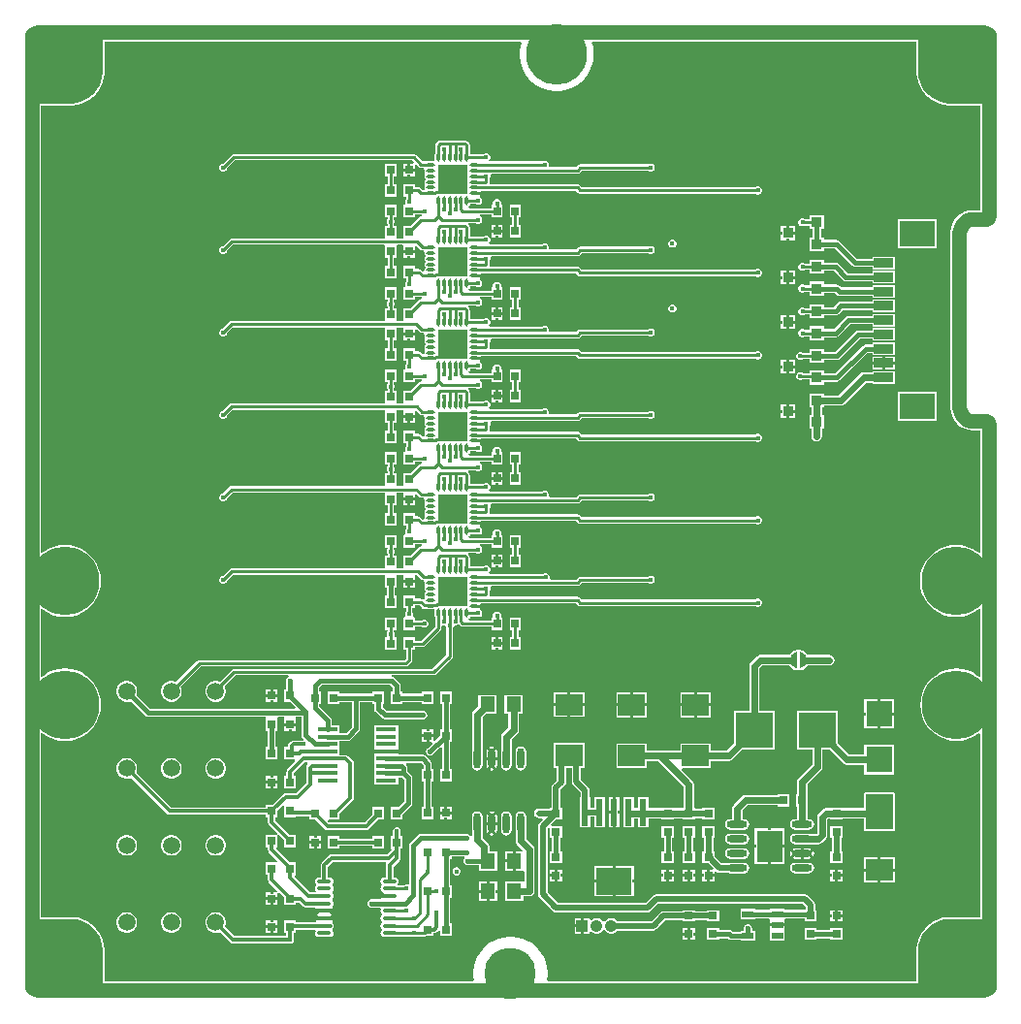
<source format=gbr>
G04*
G04 #@! TF.GenerationSoftware,Altium Limited,Altium Designer,24.1.2 (44)*
G04*
G04 Layer_Physical_Order=1*
G04 Layer_Color=255*
%FSLAX44Y44*%
%MOMM*%
G71*
G04*
G04 #@! TF.SameCoordinates,B1001185-6E67-4BF1-ABA2-4279EC4F573C*
G04*
G04*
G04 #@! TF.FilePolarity,Positive*
G04*
G01*
G75*
%ADD14C,0.6000*%
%ADD19C,0.2540*%
%ADD20R,2.5000X2.5000*%
%ADD21R,0.7000X0.8000*%
%ADD22R,1.2696X1.3462*%
%ADD23O,0.6000X1.8000*%
%ADD24R,0.8000X0.7000*%
%ADD25R,1.0000X0.6000*%
%ADD26R,2.3622X1.8796*%
%ADD27R,0.9500X0.9000*%
%ADD28R,2.3000X2.2860*%
%ADD29R,1.7018X0.8128*%
%ADD30R,3.0988X2.2098*%
G04:AMPARAMS|DCode=31|XSize=0.2746mm|YSize=0.8048mm|CornerRadius=0.1373mm|HoleSize=0mm|Usage=FLASHONLY|Rotation=90.000|XOffset=0mm|YOffset=0mm|HoleType=Round|Shape=RoundedRectangle|*
%AMROUNDEDRECTD31*
21,1,0.2746,0.5302,0,0,90.0*
21,1,0.0000,0.8048,0,0,90.0*
1,1,0.2746,0.2651,0.0000*
1,1,0.2746,0.2651,0.0000*
1,1,0.2746,-0.2651,0.0000*
1,1,0.2746,-0.2651,0.0000*
%
%ADD31ROUNDEDRECTD31*%
%ADD32R,3.3000X3.1500*%
%ADD33O,1.8000X0.6000*%
%ADD34R,2.3000X2.8000*%
%ADD35R,3.1725X2.3455*%
%ADD36R,0.6325X2.3455*%
%ADD37O,1.3000X0.3500*%
%ADD38R,1.8000X0.4000*%
G04:AMPARAMS|DCode=39|XSize=0.2746mm|YSize=0.8048mm|CornerRadius=0.1373mm|HoleSize=0mm|Usage=FLASHONLY|Rotation=180.000|XOffset=0mm|YOffset=0mm|HoleType=Round|Shape=RoundedRectangle|*
%AMROUNDEDRECTD39*
21,1,0.2746,0.5302,0,0,180.0*
21,1,0.0000,0.8048,0,0,180.0*
1,1,0.2746,0.0000,0.2651*
1,1,0.2746,0.0000,0.2651*
1,1,0.2746,0.0000,-0.2651*
1,1,0.2746,0.0000,-0.2651*
%
%ADD39ROUNDEDRECTD39*%
%ADD40C,1.2700*%
%ADD66C,0.3500*%
%ADD67C,1.5000*%
%ADD68C,0.5000*%
%ADD69C,0.4000*%
%ADD70C,5.3000*%
%ADD71C,4.5000*%
%ADD72C,0.7000*%
%ADD73C,6.0000*%
%ADD74C,0.8000*%
%ADD75R,1.0500X1.0500*%
%ADD76C,1.0500*%
%ADD77C,0.4000*%
%ADD78C,0.9000*%
G36*
X779376Y809293D02*
X779376Y809293D01*
X779376Y807438D01*
X779419Y807335D01*
X779390Y807226D01*
X779874Y803549D01*
X779930Y803452D01*
X779916Y803341D01*
X780876Y799759D01*
X780944Y799669D01*
Y799557D01*
X782363Y796131D01*
X782443Y796052D01*
X782457Y795940D01*
X784312Y792729D01*
X784400Y792660D01*
X784430Y792552D01*
X786687Y789610D01*
X786785Y789554D01*
X786827Y789450D01*
X789450Y786827D01*
X789554Y786785D01*
X789610Y786687D01*
X792552Y784430D01*
X792660Y784401D01*
X792729Y784312D01*
X795940Y782457D01*
X796052Y782443D01*
X796131Y782363D01*
X799557Y780944D01*
X799669D01*
X799759Y780876D01*
X803341Y779916D01*
X803452Y779930D01*
X803549Y779874D01*
X807226Y779390D01*
X807335Y779419D01*
X807438Y779376D01*
X809293Y779376D01*
X835232Y779376D01*
Y766646D01*
Y756646D01*
Y746646D01*
Y736646D01*
Y726646D01*
Y716646D01*
Y706646D01*
Y696646D01*
Y687825D01*
X828860D01*
X828860Y687853D01*
X824998Y687472D01*
X821285Y686346D01*
X817862Y684517D01*
X814863Y682055D01*
X812401Y679055D01*
X810572Y675633D01*
X809445Y671919D01*
X809065Y668057D01*
X809092D01*
Y653163D01*
Y643163D01*
Y633163D01*
Y623163D01*
Y613163D01*
Y603163D01*
Y593163D01*
Y583163D01*
Y573163D01*
Y563163D01*
Y553163D01*
Y543163D01*
Y533163D01*
Y523163D01*
Y515497D01*
X809065D01*
X809445Y511635D01*
X810572Y507922D01*
X812401Y504499D01*
X814863Y501500D01*
X817862Y499038D01*
X821285Y497209D01*
X824998Y496082D01*
X828860Y495702D01*
X828860Y495729D01*
X835232D01*
Y491390D01*
Y481390D01*
Y471390D01*
Y461390D01*
Y451390D01*
Y441390D01*
Y431390D01*
Y421390D01*
Y411390D01*
Y401390D01*
Y388808D01*
X834079Y388276D01*
X832572Y389563D01*
X828345Y392154D01*
X823764Y394051D01*
X818943Y395208D01*
X814000Y395597D01*
X809057Y395208D01*
X804236Y394051D01*
X799655Y392154D01*
X795427Y389563D01*
X791657Y386343D01*
X788437Y382573D01*
X785846Y378345D01*
X783949Y373764D01*
X782792Y368943D01*
X782403Y364000D01*
X782792Y359057D01*
X783949Y354236D01*
X785846Y349655D01*
X788437Y345428D01*
X791657Y341657D01*
X795427Y338437D01*
X799655Y335846D01*
X804236Y333949D01*
X809057Y332792D01*
X814000Y332403D01*
X818943Y332792D01*
X823764Y333949D01*
X828345Y335846D01*
X832572Y338437D01*
X834079Y339724D01*
X835232Y339192D01*
Y331390D01*
Y321390D01*
Y311391D01*
Y301391D01*
Y291391D01*
Y281215D01*
X834079Y280683D01*
X833049Y281563D01*
X828822Y284153D01*
X824241Y286051D01*
X819420Y287208D01*
X814477Y287597D01*
X809534Y287208D01*
X804713Y286051D01*
X800132Y284153D01*
X795904Y281563D01*
X792134Y278343D01*
X788914Y274573D01*
X786323Y270345D01*
X784426Y265764D01*
X783269Y260943D01*
X782879Y256000D01*
X783269Y251057D01*
X784426Y246236D01*
X786323Y241655D01*
X788914Y237428D01*
X792134Y233657D01*
X795904Y230437D01*
X800132Y227847D01*
X804713Y225949D01*
X809534Y224792D01*
X814477Y224403D01*
X819420Y224792D01*
X824241Y225949D01*
X828822Y227847D01*
X833049Y230437D01*
X833962Y231217D01*
X835232Y230631D01*
Y221391D01*
Y211391D01*
Y201391D01*
Y191391D01*
Y181391D01*
Y171391D01*
Y161391D01*
Y151391D01*
Y141391D01*
Y131391D01*
Y121391D01*
Y111391D01*
Y101391D01*
Y91391D01*
Y81391D01*
Y70624D01*
X809293Y70624D01*
X807438Y70624D01*
X807335Y70581D01*
X807226Y70610D01*
X803549Y70126D01*
X803452Y70069D01*
X803341Y70084D01*
X799759Y69124D01*
X799669Y69056D01*
X799557D01*
X796131Y67637D01*
X796052Y67557D01*
X795940Y67543D01*
X792729Y65688D01*
X792660Y65599D01*
X792552Y65570D01*
X789610Y63313D01*
X789554Y63215D01*
X789450Y63173D01*
X786827Y60550D01*
X786785Y60447D01*
X786687Y60390D01*
X784430Y57448D01*
X784400Y57340D01*
X784312Y57271D01*
X782457Y54060D01*
X782443Y53948D01*
X782363Y53869D01*
X780944Y50443D01*
Y50331D01*
X780876Y50241D01*
X779916Y46659D01*
X779930Y46548D01*
X779874Y46451D01*
X779390Y42774D01*
X779419Y42665D01*
X779376Y42562D01*
X779376Y40707D01*
X779376Y40707D01*
Y14768D01*
X457755D01*
X456918Y15723D01*
X457333Y18881D01*
Y23119D01*
X456780Y27322D01*
X455683Y31416D01*
X454061Y35331D01*
X451942Y39002D01*
X449362Y42365D01*
X446365Y45362D01*
X443002Y47942D01*
X439331Y50061D01*
X435416Y51683D01*
X431321Y52780D01*
X427119Y53334D01*
X422881D01*
X418679Y52780D01*
X414584Y51683D01*
X410668Y50061D01*
X406998Y47942D01*
X403635Y45362D01*
X400638Y42365D01*
X398058Y39002D01*
X395939Y35331D01*
X394317Y31416D01*
X393220Y27322D01*
X392666Y23119D01*
Y18881D01*
X393082Y15723D01*
X392245Y14768D01*
X70624D01*
Y40707D01*
X70624Y40708D01*
X70624Y42562D01*
X70581Y42665D01*
X70610Y42774D01*
X70126Y46451D01*
X70069Y46548D01*
X70084Y46659D01*
X69124Y50241D01*
X69056Y50331D01*
Y50443D01*
X67637Y53869D01*
X67557Y53948D01*
X67543Y54060D01*
X65688Y57271D01*
X65599Y57340D01*
X65570Y57448D01*
X63313Y60390D01*
X63215Y60447D01*
X63173Y60550D01*
X60550Y63173D01*
X60447Y63215D01*
X60390Y63313D01*
X57448Y65570D01*
X57340Y65599D01*
X57271Y65688D01*
X54060Y67543D01*
X53948Y67557D01*
X53869Y67637D01*
X50443Y69056D01*
X50331D01*
X50241Y69124D01*
X46659Y70084D01*
X46548Y70069D01*
X46451Y70126D01*
X42774Y70610D01*
X42665Y70581D01*
X42562Y70624D01*
X40707Y70624D01*
X14768Y70624D01*
Y82095D01*
Y92094D01*
Y102094D01*
Y112094D01*
Y122094D01*
Y132094D01*
Y142094D01*
Y152094D01*
Y162094D01*
Y172094D01*
Y182094D01*
Y192094D01*
Y202094D01*
Y212094D01*
Y222094D01*
Y231039D01*
X16038Y231624D01*
X17428Y230437D01*
X21655Y227847D01*
X26236Y225949D01*
X31057Y224792D01*
X36000Y224403D01*
X40943Y224792D01*
X45764Y225949D01*
X50345Y227847D01*
X54573Y230437D01*
X58343Y233657D01*
X61563Y237428D01*
X64153Y241655D01*
X66051Y246236D01*
X67208Y251057D01*
X67597Y256000D01*
X67208Y260943D01*
X66051Y265764D01*
X64153Y270345D01*
X61563Y274573D01*
X58343Y278343D01*
X54573Y281563D01*
X50345Y284153D01*
X45764Y286051D01*
X40943Y287208D01*
X36000Y287597D01*
X31057Y287208D01*
X26236Y286051D01*
X21655Y284153D01*
X17428Y281563D01*
X15921Y280276D01*
X14768Y280808D01*
Y292094D01*
Y302094D01*
Y312094D01*
Y322094D01*
Y332094D01*
Y339192D01*
X15921Y339724D01*
X17428Y338437D01*
X21655Y335846D01*
X26236Y333949D01*
X31057Y332792D01*
X36000Y332403D01*
X40943Y332792D01*
X45764Y333949D01*
X50345Y335846D01*
X54573Y338437D01*
X58343Y341657D01*
X61563Y345428D01*
X64153Y349655D01*
X66051Y354236D01*
X67208Y359057D01*
X67597Y364000D01*
X67208Y368943D01*
X66051Y373764D01*
X64153Y378345D01*
X61563Y382573D01*
X58343Y386343D01*
X54573Y389563D01*
X50345Y392154D01*
X45764Y394051D01*
X40943Y395208D01*
X36000Y395597D01*
X31057Y395208D01*
X26236Y394051D01*
X21655Y392154D01*
X17428Y389563D01*
X15921Y388276D01*
X14768Y388808D01*
Y402094D01*
Y412094D01*
Y422094D01*
Y432094D01*
Y442094D01*
Y452094D01*
Y462094D01*
Y472094D01*
Y482094D01*
Y492094D01*
Y502094D01*
Y512094D01*
Y522094D01*
Y532094D01*
Y542094D01*
Y552094D01*
Y562094D01*
Y572094D01*
Y582094D01*
Y592094D01*
Y602094D01*
Y612094D01*
Y622094D01*
Y632094D01*
Y642093D01*
Y652093D01*
Y662093D01*
Y672093D01*
Y682093D01*
Y692093D01*
Y702093D01*
Y712093D01*
Y722093D01*
Y732093D01*
Y742093D01*
Y752093D01*
Y762093D01*
Y772093D01*
Y779376D01*
X40707Y779376D01*
X42562Y779376D01*
X42665Y779419D01*
X42774Y779390D01*
X46451Y779874D01*
X46548Y779930D01*
X46659Y779916D01*
X50241Y780876D01*
X50331Y780944D01*
X50443D01*
X53869Y782363D01*
X53948Y782443D01*
X54060Y782457D01*
X57271Y784312D01*
X57340Y784401D01*
X57448Y784430D01*
X60390Y786687D01*
X60447Y786785D01*
X60550Y786827D01*
X63173Y789450D01*
X63215Y789554D01*
X63313Y789610D01*
X65570Y792552D01*
X65599Y792660D01*
X65688Y792729D01*
X67543Y795940D01*
X67557Y796052D01*
X67637Y796131D01*
X69056Y799557D01*
Y799669D01*
X69124Y799759D01*
X70084Y803341D01*
X70069Y803452D01*
X70126Y803549D01*
X70610Y807226D01*
X70581Y807335D01*
X70624Y807438D01*
X70624Y809292D01*
X70624Y809293D01*
Y835232D01*
X433764D01*
X434495Y833962D01*
X433520Y830322D01*
X432966Y826119D01*
Y821881D01*
X433520Y817679D01*
X434617Y813584D01*
X436239Y809669D01*
X438358Y805998D01*
X440938Y802635D01*
X443935Y799638D01*
X447298Y797058D01*
X450969Y794939D01*
X454884Y793317D01*
X458979Y792220D01*
X463181Y791666D01*
X467419D01*
X471622Y792220D01*
X475716Y793317D01*
X479632Y794939D01*
X483302Y797058D01*
X486665Y799638D01*
X489662Y802635D01*
X492242Y805998D01*
X494361Y809669D01*
X495983Y813584D01*
X497080Y817679D01*
X497634Y821881D01*
Y826119D01*
X497080Y830322D01*
X496105Y833962D01*
X496836Y835232D01*
X779376D01*
Y809293D01*
D02*
G37*
G36*
X843526Y781000D02*
X809293Y781000D01*
X807438Y781000D01*
X803761Y781484D01*
X800179Y782444D01*
X796752Y783863D01*
X793540Y785718D01*
X790598Y787975D01*
X787975Y790598D01*
X785718Y793540D01*
X783863Y796752D01*
X782444Y800179D01*
X781484Y803761D01*
X781000Y807438D01*
X781000Y809293D01*
X781000D01*
Y843526D01*
X843526D01*
Y781000D01*
D02*
G37*
G36*
X69000Y809293D02*
X69000D01*
X69000Y807438D01*
X68516Y803761D01*
X67556Y800179D01*
X66137Y796752D01*
X64282Y793540D01*
X62024Y790598D01*
X59402Y787975D01*
X56460Y785718D01*
X53248Y783863D01*
X49821Y782444D01*
X46239Y781484D01*
X42562Y781000D01*
X40707Y781000D01*
X6474Y781000D01*
Y843526D01*
X69000D01*
Y809293D01*
D02*
G37*
G36*
X843526Y6474D02*
X781000D01*
Y40707D01*
X781000Y40707D01*
X781000Y40707D01*
X781000Y42562D01*
X781484Y46239D01*
X782444Y49821D01*
X783863Y53248D01*
X785718Y56460D01*
X787975Y59402D01*
X790598Y62024D01*
X793540Y64282D01*
X796752Y66137D01*
X800179Y67556D01*
X803761Y68516D01*
X807438Y69000D01*
X809293Y69000D01*
X843526Y69000D01*
Y6474D01*
D02*
G37*
G36*
X40707Y69000D02*
X42562Y69000D01*
X46239Y68516D01*
X49821Y67556D01*
X53248Y66137D01*
X56460Y64282D01*
X59402Y62024D01*
X62024Y59402D01*
X64282Y56460D01*
X66137Y53248D01*
X67556Y49821D01*
X68516Y46239D01*
X69000Y42562D01*
X69000Y40707D01*
X69000D01*
X69000Y40707D01*
Y6474D01*
X6474D01*
Y69000D01*
X40707Y69000D01*
D02*
G37*
%LPC*%
G36*
X385362Y748822D02*
X385362Y748822D01*
X363338D01*
X362257Y748607D01*
X361341Y747995D01*
X361341Y747995D01*
X359853Y746507D01*
X359241Y745591D01*
X359026Y744510D01*
X359026Y744510D01*
Y737203D01*
X358921Y736675D01*
Y731536D01*
X358720Y731172D01*
X358178Y730630D01*
X357814Y730429D01*
X352675D01*
X352147Y730324D01*
X348314D01*
X342617Y736021D01*
X341701Y736633D01*
X340620Y736848D01*
X340620Y736848D01*
X183288D01*
X183288Y736848D01*
X182207Y736633D01*
X181291Y736021D01*
X173770Y728500D01*
X173568D01*
X172281Y727967D01*
X171297Y726982D01*
X170764Y725696D01*
Y724304D01*
X171297Y723017D01*
X172281Y722033D01*
X173568Y721500D01*
X174960D01*
X176247Y722033D01*
X177231Y723017D01*
X177764Y724304D01*
Y724506D01*
X184458Y731200D01*
X339450D01*
X340797Y729853D01*
X340271Y728583D01*
X337729D01*
Y726896D01*
X335189D01*
Y728583D01*
X331459D01*
Y724353D01*
X333147D01*
Y721813D01*
X331459D01*
Y717583D01*
X335189D01*
Y719271D01*
X337729D01*
Y717583D01*
X341459D01*
Y721813D01*
X339771D01*
Y724353D01*
X341459D01*
Y727395D01*
X342729Y727921D01*
X345147Y725503D01*
X345147Y725503D01*
X346064Y724891D01*
X347144Y724676D01*
X349146D01*
X349498Y724224D01*
X349926Y723406D01*
X349746Y722500D01*
X349969Y721379D01*
X350294Y720892D01*
X350503Y720000D01*
X350294Y719108D01*
X349969Y718621D01*
X349746Y717500D01*
X349969Y716379D01*
X350604Y715429D01*
Y714571D01*
X349969Y713621D01*
X349746Y712500D01*
X349969Y711379D01*
X350294Y710892D01*
X350503Y710000D01*
X350294Y709108D01*
X349969Y708621D01*
X349746Y707500D01*
X349926Y706595D01*
X349207Y705558D01*
X347979Y705506D01*
X346538Y706947D01*
X345622Y707559D01*
X344541Y707774D01*
X344541Y707774D01*
X341457D01*
Y710450D01*
X331457D01*
Y699450D01*
X333633D01*
Y697123D01*
X333493Y696982D01*
X332960Y695696D01*
Y694304D01*
X333257Y693586D01*
X332534Y692316D01*
X331458D01*
Y681316D01*
X341458D01*
Y683990D01*
X347413D01*
X347889Y683544D01*
X347387Y682274D01*
X346724D01*
X346724Y682274D01*
X345643Y682059D01*
X344727Y681447D01*
X337464Y674184D01*
X331458D01*
Y663184D01*
X330197Y663162D01*
X326719D01*
X325458Y663184D01*
X325458Y664432D01*
Y674184D01*
X323283D01*
Y675626D01*
X323426Y675769D01*
X323959Y677055D01*
Y678448D01*
X323426Y679734D01*
X323283Y679877D01*
Y681316D01*
X325458D01*
Y692316D01*
X315458D01*
Y681316D01*
X317634D01*
Y679877D01*
X317491Y679734D01*
X316959Y678448D01*
Y677055D01*
X317491Y675769D01*
X317634Y675626D01*
Y674184D01*
X315458D01*
X315458Y663184D01*
X314197Y663162D01*
X181602D01*
X181602Y663162D01*
X180521Y662947D01*
X179605Y662335D01*
X173770Y656500D01*
X173568D01*
X172281Y655967D01*
X171297Y654983D01*
X170764Y653696D01*
Y652304D01*
X171297Y651017D01*
X172281Y650033D01*
X173568Y649500D01*
X174960D01*
X176247Y650033D01*
X177231Y651017D01*
X177764Y652304D01*
Y652506D01*
X182772Y657514D01*
X314349D01*
X315459Y657128D01*
X315459Y656244D01*
Y646128D01*
X317634D01*
Y639172D01*
X315457D01*
Y628172D01*
X325457D01*
Y639172D01*
X323282D01*
Y646128D01*
X325459D01*
X325459Y657128D01*
X326569Y657514D01*
X330349D01*
X331459Y657128D01*
X331459Y656244D01*
Y652898D01*
X333147D01*
Y650358D01*
X331459D01*
Y646128D01*
X335189D01*
Y647816D01*
X337729D01*
Y646128D01*
X341459D01*
Y650358D01*
X339771D01*
Y652898D01*
X341459D01*
Y656402D01*
X342729Y656928D01*
X346153Y653503D01*
X347070Y652891D01*
X348151Y652676D01*
X349146D01*
X349498Y652224D01*
X349926Y651406D01*
X349746Y650500D01*
X349969Y649379D01*
X350604Y648429D01*
Y647571D01*
X349969Y646621D01*
X349746Y645500D01*
X349969Y644379D01*
X350604Y643429D01*
Y642571D01*
X349969Y641621D01*
X349746Y640500D01*
X349969Y639379D01*
X350604Y638429D01*
Y637571D01*
X349969Y636621D01*
X349746Y635500D01*
X348718Y634290D01*
X348419Y634253D01*
X347003Y635669D01*
X346086Y636281D01*
X345006Y636496D01*
X345005Y636496D01*
X341457D01*
Y639172D01*
X331457D01*
Y628172D01*
X333633D01*
Y625123D01*
X333493Y624982D01*
X332960Y623696D01*
Y622304D01*
X333257Y621586D01*
X332534Y620316D01*
X331458D01*
Y609316D01*
X341458D01*
Y611990D01*
X347413D01*
X347889Y611544D01*
X347387Y610274D01*
X346724D01*
X346724Y610274D01*
X345643Y610059D01*
X344727Y609447D01*
X337464Y602184D01*
X331458D01*
Y591184D01*
X330269Y590988D01*
X326647D01*
X325458Y591184D01*
X325458Y592258D01*
Y602184D01*
X323282D01*
Y603625D01*
X323425Y603767D01*
X323958Y605054D01*
Y606446D01*
X323425Y607733D01*
X323282Y607876D01*
Y609316D01*
X325458D01*
Y620316D01*
X315458D01*
Y609316D01*
X317634D01*
Y607876D01*
X317491Y607733D01*
X316958Y606446D01*
Y605054D01*
X317491Y603767D01*
X317634Y603625D01*
Y602184D01*
X315458D01*
X315458Y591184D01*
X314269Y590988D01*
X181428D01*
X180347Y590773D01*
X179431Y590161D01*
X173770Y584500D01*
X173568D01*
X172281Y583967D01*
X171297Y582982D01*
X170764Y581696D01*
Y580304D01*
X171297Y579017D01*
X172281Y578033D01*
X173568Y577500D01*
X174960D01*
X176247Y578033D01*
X177231Y579017D01*
X177764Y580304D01*
Y580506D01*
X182598Y585339D01*
X314277D01*
X315459Y585128D01*
X315459Y584069D01*
Y574128D01*
X317634D01*
Y567172D01*
X315457D01*
Y556172D01*
X325457D01*
Y567172D01*
X323282D01*
Y574128D01*
X325459D01*
X325459Y585128D01*
X326641Y585339D01*
X330276D01*
X331459Y585128D01*
X331459Y584069D01*
Y580898D01*
X333147D01*
Y578358D01*
X331459D01*
Y574128D01*
X335189D01*
Y575816D01*
X337729D01*
Y574128D01*
X341459D01*
Y578358D01*
X339771D01*
Y580898D01*
X341459D01*
Y583727D01*
X342729Y584253D01*
X345479Y581503D01*
X345479Y581503D01*
X346395Y580891D01*
X347476Y580676D01*
X349146D01*
X349498Y580224D01*
X349926Y579406D01*
X349746Y578500D01*
X349969Y577379D01*
X350294Y576892D01*
X350503Y576000D01*
X350294Y575108D01*
X349969Y574621D01*
X349746Y573500D01*
X349969Y572379D01*
X350604Y571429D01*
Y570571D01*
X349969Y569621D01*
X349746Y568500D01*
X349969Y567379D01*
X350294Y566892D01*
X350503Y566000D01*
X350294Y565108D01*
X349969Y564621D01*
X349746Y563500D01*
X349926Y562594D01*
X349725Y562209D01*
X348688Y561922D01*
X348122Y562023D01*
X346476Y563669D01*
X345560Y564281D01*
X344479Y564496D01*
X344479Y564496D01*
X341457D01*
Y567172D01*
X331457D01*
Y556172D01*
X333633D01*
Y553123D01*
X333493Y552982D01*
X332960Y551696D01*
Y550304D01*
X333257Y549586D01*
X332535Y548316D01*
X331458D01*
Y537316D01*
X341458D01*
Y539990D01*
X347413D01*
X347889Y539544D01*
X347387Y538274D01*
X346724D01*
X346724Y538274D01*
X345643Y538059D01*
X344727Y537447D01*
X337464Y530184D01*
X331458D01*
Y519184D01*
X330280Y518962D01*
X326636D01*
X325458Y519184D01*
X325458Y520233D01*
Y530184D01*
X323282D01*
Y531624D01*
X323425Y531767D01*
X323958Y533054D01*
Y534446D01*
X323425Y535733D01*
X323282Y535876D01*
Y537316D01*
X325458D01*
Y548316D01*
X315458D01*
Y537316D01*
X317634D01*
Y535876D01*
X317491Y535733D01*
X316958Y534446D01*
Y533054D01*
X317491Y531767D01*
X317634Y531624D01*
Y530184D01*
X315458D01*
X315458Y519184D01*
X314280Y518962D01*
X181402D01*
X181402Y518963D01*
X180322Y518747D01*
X179405Y518135D01*
X179405Y518135D01*
X173770Y512500D01*
X173568D01*
X172281Y511967D01*
X171297Y510983D01*
X170764Y509696D01*
Y508304D01*
X171297Y507017D01*
X172281Y506033D01*
X173568Y505500D01*
X174960D01*
X176247Y506033D01*
X177231Y507017D01*
X177764Y508304D01*
Y508506D01*
X182572Y513314D01*
X314266D01*
X315459Y513128D01*
X315459Y512044D01*
Y502128D01*
X317634D01*
Y495172D01*
X315457D01*
Y484172D01*
X325457D01*
Y495172D01*
X323282D01*
Y502128D01*
X325459D01*
X325459Y513128D01*
X326652Y513314D01*
X330266D01*
X331459Y513128D01*
X331459Y512044D01*
Y508898D01*
X333147D01*
Y506358D01*
X331459D01*
Y502128D01*
X335189D01*
Y503816D01*
X337729D01*
Y502128D01*
X341459D01*
Y506358D01*
X339771D01*
Y508898D01*
X341459D01*
Y512085D01*
X342729Y512611D01*
X345837Y509503D01*
X346754Y508891D01*
X347834Y508676D01*
X347835Y508676D01*
X349146D01*
X349498Y508224D01*
X349926Y507406D01*
X349746Y506500D01*
X349969Y505379D01*
X350294Y504892D01*
X350503Y504000D01*
X350294Y503108D01*
X349969Y502621D01*
X349746Y501500D01*
X349969Y500379D01*
X350604Y499429D01*
Y498571D01*
X349969Y497621D01*
X349746Y496500D01*
X349969Y495379D01*
X350294Y494892D01*
X350503Y494000D01*
X350294Y493108D01*
X349969Y492621D01*
X349746Y491500D01*
X349926Y490594D01*
X349765Y490285D01*
X348615Y489992D01*
X348146Y490107D01*
X346585Y491669D01*
X345668Y492281D01*
X344588Y492496D01*
X344588Y492496D01*
X341457D01*
Y495172D01*
X331457D01*
Y484172D01*
X333633D01*
Y481123D01*
X333493Y480983D01*
X332960Y479696D01*
Y478304D01*
X333257Y477586D01*
X332535Y476316D01*
X331458D01*
Y465316D01*
X341458D01*
Y467990D01*
X347413D01*
X347889Y467544D01*
X347387Y466274D01*
X346724D01*
X346724Y466274D01*
X345643Y466059D01*
X344727Y465447D01*
X337464Y458184D01*
X331458D01*
Y447184D01*
X330284Y446952D01*
X326632D01*
X325458Y447184D01*
X325458Y448222D01*
Y458184D01*
X323282D01*
Y459624D01*
X323425Y459767D01*
X323958Y461054D01*
Y462446D01*
X323425Y463733D01*
X323282Y463876D01*
Y465316D01*
X325458D01*
Y476316D01*
X315458D01*
Y465316D01*
X317634D01*
Y463876D01*
X317491Y463733D01*
X316958Y462446D01*
Y461054D01*
X317491Y459767D01*
X317634Y459624D01*
Y458184D01*
X315458D01*
X315458Y447184D01*
X314284Y446952D01*
X181392D01*
X181391Y446952D01*
X180310Y446737D01*
X179394Y446124D01*
X173770Y440500D01*
X173568D01*
X172281Y439967D01*
X171297Y438983D01*
X170764Y437696D01*
Y436304D01*
X171297Y435017D01*
X172281Y434033D01*
X173568Y433500D01*
X174960D01*
X176247Y434033D01*
X177231Y435017D01*
X177764Y436304D01*
Y436506D01*
X182561Y441303D01*
X314261D01*
X315459Y441128D01*
X315459Y440033D01*
Y430128D01*
X317634D01*
Y423172D01*
X315457D01*
Y412172D01*
X325457D01*
Y423172D01*
X323282D01*
Y430128D01*
X325459D01*
X325459Y441128D01*
X326656Y441303D01*
X330261D01*
X331459Y441128D01*
X331459Y440033D01*
Y436898D01*
X333147D01*
Y434358D01*
X331459D01*
Y430128D01*
X335189D01*
Y431816D01*
X337729D01*
Y430128D01*
X341459D01*
Y434358D01*
X339771D01*
Y436898D01*
X341459D01*
Y439470D01*
X342729Y439996D01*
X345222Y437503D01*
X345222Y437503D01*
X346138Y436891D01*
X347219Y436676D01*
X349146D01*
X349498Y436224D01*
X349926Y435406D01*
X349746Y434500D01*
X349969Y433379D01*
X350294Y432892D01*
X350503Y432000D01*
X350294Y431108D01*
X349969Y430621D01*
X349746Y429500D01*
X349969Y428379D01*
X350604Y427429D01*
Y426571D01*
X349969Y425621D01*
X349746Y424500D01*
X349969Y423379D01*
X350294Y422892D01*
X350503Y422000D01*
X350294Y421108D01*
X349969Y420621D01*
X349746Y419500D01*
X349869Y418882D01*
X349079Y417750D01*
X348033Y417700D01*
X346063Y419669D01*
X345147Y420281D01*
X344066Y420496D01*
X344066Y420496D01*
X341457D01*
Y423172D01*
X331457D01*
Y412172D01*
X333633D01*
Y409123D01*
X333493Y408983D01*
X332960Y407696D01*
Y406304D01*
X333257Y405586D01*
X332535Y404316D01*
X331458D01*
Y393316D01*
X341458D01*
Y395990D01*
X347413D01*
X347889Y395544D01*
X347387Y394274D01*
X346724D01*
X346724Y394274D01*
X345643Y394059D01*
X344727Y393447D01*
X337464Y386184D01*
X331458D01*
Y375184D01*
X330206Y375140D01*
X326710D01*
X325458Y375184D01*
X325458Y376410D01*
Y386184D01*
X323282D01*
Y387625D01*
X323425Y387767D01*
X323958Y389054D01*
Y390446D01*
X323425Y391733D01*
X323282Y391875D01*
Y393316D01*
X325458D01*
Y404316D01*
X315458D01*
Y393316D01*
X317634D01*
Y391875D01*
X317491Y391733D01*
X316958Y390446D01*
Y389054D01*
X317491Y387767D01*
X317634Y387625D01*
Y386184D01*
X315458D01*
X315458Y375184D01*
X314206Y375140D01*
X181580D01*
X180499Y374925D01*
X179583Y374313D01*
X179583Y374313D01*
X173770Y368500D01*
X173568D01*
X172281Y367967D01*
X171297Y366982D01*
X170764Y365696D01*
Y364304D01*
X171297Y363017D01*
X172281Y362033D01*
X173568Y361500D01*
X174960D01*
X176247Y362033D01*
X177231Y363017D01*
X177764Y364304D01*
Y364506D01*
X182750Y369492D01*
X314340D01*
X315459Y369127D01*
X315459Y368222D01*
Y358128D01*
X316890D01*
Y351171D01*
X315457D01*
Y340171D01*
X325457D01*
Y351171D01*
X324027D01*
Y358128D01*
X325459D01*
X325459Y369127D01*
X326578Y369492D01*
X330340D01*
X331459Y369127D01*
X331459Y368222D01*
Y364897D01*
X333147D01*
Y362357D01*
X331459D01*
Y358128D01*
X335189D01*
Y359815D01*
X337729D01*
Y358128D01*
X341459D01*
Y362357D01*
X339771D01*
Y364897D01*
X341459D01*
X341459Y369127D01*
X342578Y369492D01*
X343061D01*
X347050Y365503D01*
X347050Y365503D01*
X347966Y364891D01*
X349047Y364676D01*
X349047Y364676D01*
X349146D01*
X349498Y364224D01*
X349926Y363406D01*
X349746Y362500D01*
X349969Y361379D01*
X350294Y360892D01*
X350503Y360000D01*
X350294Y359108D01*
X349969Y358621D01*
X349746Y357500D01*
X349969Y356379D01*
X350604Y355429D01*
Y354571D01*
X349969Y353621D01*
X349746Y352500D01*
X349969Y351379D01*
X350294Y350892D01*
X350503Y350000D01*
X350294Y349108D01*
X349969Y348621D01*
X349902Y348284D01*
X349282Y347961D01*
X348512Y347808D01*
X347805Y348281D01*
X346724Y348496D01*
X346724Y348496D01*
X341457D01*
Y351171D01*
X331457D01*
Y340171D01*
X333633D01*
Y337123D01*
X333493Y336983D01*
X332960Y335696D01*
Y334304D01*
X333258Y333584D01*
X332536Y332314D01*
X331460D01*
Y321314D01*
X341460D01*
Y323990D01*
X347653D01*
X347795Y323847D01*
X349082Y323314D01*
X350474D01*
X351761Y323847D01*
X352745Y324832D01*
X353278Y326118D01*
Y327510D01*
X352745Y328797D01*
X351761Y329781D01*
X350474Y330314D01*
X349082D01*
X347795Y329781D01*
X347653Y329639D01*
X341460D01*
Y332314D01*
X340383D01*
X339662Y333584D01*
X339960Y334304D01*
Y335696D01*
X339427Y336983D01*
X339282Y337128D01*
Y340171D01*
X341457D01*
Y342847D01*
X345554D01*
X347859Y340542D01*
X347859Y340542D01*
X348776Y339930D01*
X349856Y339715D01*
X349857Y339715D01*
X351949D01*
X352675Y339571D01*
X357814D01*
X358178Y339370D01*
X358720Y338828D01*
X358921Y338464D01*
Y333325D01*
X359026Y332797D01*
Y323986D01*
X347048Y312008D01*
X341458D01*
Y314684D01*
X331458D01*
Y303684D01*
X333634D01*
Y296168D01*
X332390Y294924D01*
X153293D01*
X152212Y294709D01*
X151296Y294097D01*
X151296Y294097D01*
X132876Y275677D01*
X132294Y276013D01*
X130005Y276627D01*
X127635D01*
X125346Y276013D01*
X123294Y274828D01*
X121618Y273153D01*
X120433Y271101D01*
X119820Y268812D01*
Y266442D01*
X120433Y264153D01*
X121618Y262101D01*
X123294Y260425D01*
X125346Y259240D01*
X127635Y258627D01*
X130005D01*
X132294Y259240D01*
X134346Y260425D01*
X136022Y262101D01*
X137207Y264153D01*
X137820Y266442D01*
Y268812D01*
X137207Y271101D01*
X136870Y271683D01*
X154463Y289276D01*
X333560D01*
X333560Y289276D01*
X334641Y289491D01*
X335557Y290103D01*
X338455Y293001D01*
X338455Y293001D01*
X339067Y293918D01*
X339282Y294998D01*
Y303684D01*
X341458D01*
Y306360D01*
X348218D01*
X348218Y306360D01*
X349299Y306575D01*
X350215Y307187D01*
X363847Y320819D01*
X364459Y321735D01*
X364674Y322816D01*
Y324548D01*
X365944Y325397D01*
X366154Y325310D01*
X367546D01*
X368350Y324268D01*
Y324114D01*
X368883Y322827D01*
X369026Y322685D01*
Y299532D01*
X356798Y287304D01*
X183725D01*
X182644Y287089D01*
X181728Y286477D01*
X171209Y275958D01*
X171114Y276013D01*
X168825Y276627D01*
X166455D01*
X164166Y276013D01*
X162114Y274828D01*
X160438Y273153D01*
X159253Y271101D01*
X158640Y268812D01*
Y266442D01*
X159253Y264153D01*
X160438Y262101D01*
X162114Y260425D01*
X164166Y259240D01*
X166455Y258627D01*
X168825D01*
X171114Y259240D01*
X173166Y260425D01*
X174842Y262101D01*
X176027Y264153D01*
X176640Y266442D01*
Y268812D01*
X176027Y271101D01*
X175409Y272170D01*
X184895Y281656D01*
X230941D01*
X231631Y280820D01*
X231568Y280453D01*
X231453Y280210D01*
X231184Y280157D01*
X230892Y279962D01*
X230567Y279827D01*
X230319Y279579D01*
X230027Y279383D01*
X230025Y279382D01*
X229830Y279090D01*
X229583Y278843D01*
X229449Y278520D01*
X229251Y278224D01*
X229182Y277875D01*
X229050Y277556D01*
Y277211D01*
X228980Y276858D01*
Y269417D01*
X227548D01*
Y258417D01*
X232502D01*
X237257Y253662D01*
X236770Y252489D01*
X110185D01*
X98415Y264258D01*
X99000Y266442D01*
Y268811D01*
X98387Y271101D01*
X97202Y273153D01*
X95526Y274828D01*
X93474Y276013D01*
X91185Y276627D01*
X88815D01*
X86526Y276013D01*
X84474Y274828D01*
X82798Y273153D01*
X81613Y271101D01*
X81000Y268811D01*
Y266442D01*
X81613Y264153D01*
X82798Y262101D01*
X84474Y260425D01*
X86526Y259240D01*
X88815Y258627D01*
X91185D01*
X93368Y259212D01*
X106183Y246397D01*
X107341Y245623D01*
X108707Y245351D01*
X211240D01*
X211550Y244210D01*
X211550Y244081D01*
Y233210D01*
X212981D01*
Y219003D01*
X211548D01*
Y208003D01*
X221548D01*
Y219003D01*
X220119D01*
Y233210D01*
X221550D01*
Y244081D01*
X221550Y244210D01*
X221860Y245351D01*
X227240D01*
X227550Y244210D01*
X227550Y244081D01*
Y239980D01*
X229238D01*
Y237440D01*
X227550D01*
Y233210D01*
X231280D01*
Y234897D01*
X233820D01*
Y233210D01*
X237550D01*
Y237440D01*
X235862D01*
Y239980D01*
X237550D01*
Y244081D01*
X237550Y244210D01*
X237860Y245351D01*
X242621D01*
Y229463D01*
X242893Y228098D01*
X243667Y226940D01*
X244360Y226247D01*
X243888Y224977D01*
X243438Y224790D01*
X235637D01*
X234369Y224538D01*
X233294Y223820D01*
X231807Y222332D01*
X231088Y221257D01*
X230836Y219989D01*
Y219003D01*
X227548D01*
Y208003D01*
X236573D01*
X236837Y208003D01*
X237004Y207600D01*
X237363Y206733D01*
X230205Y199575D01*
X229487Y198500D01*
X229235Y197232D01*
Y193795D01*
X227548D01*
Y182795D01*
X237548D01*
Y193795D01*
X235862D01*
Y195859D01*
X245466Y205463D01*
X247488D01*
X247824Y204853D01*
X248001Y204193D01*
X247051Y202772D01*
X246681Y200913D01*
X246711D01*
Y187878D01*
X237406Y178574D01*
X228720D01*
X227452Y178321D01*
X226377Y177603D01*
X217689Y168915D01*
X217510Y168880D01*
X217074Y168588D01*
X211548D01*
Y166402D01*
X128657D01*
X98304Y196756D01*
X98387Y196899D01*
X99000Y199188D01*
Y201558D01*
X98387Y203847D01*
X97202Y205899D01*
X95526Y207575D01*
X93474Y208760D01*
X91185Y209373D01*
X88815D01*
X86526Y208760D01*
X84474Y207575D01*
X82798Y205899D01*
X81613Y203847D01*
X81000Y201558D01*
Y199188D01*
X81613Y196899D01*
X82798Y194847D01*
X84474Y193171D01*
X86526Y191987D01*
X88815Y191373D01*
X91185D01*
X93474Y191987D01*
X93617Y192069D01*
X124942Y160745D01*
X126017Y160027D01*
X127285Y159775D01*
X211548D01*
Y157588D01*
X213235D01*
Y153481D01*
X213487Y152213D01*
X214205Y151138D01*
X221623Y143720D01*
X221066Y142481D01*
X220478Y142481D01*
X211548D01*
Y131481D01*
X213235D01*
Y129176D01*
X213487Y127908D01*
X214205Y126833D01*
X221625Y119413D01*
X221068Y118174D01*
X220480Y118174D01*
X211550D01*
Y107174D01*
X213236D01*
Y103066D01*
X213489Y101798D01*
X214207Y100723D01*
X221624Y93306D01*
X221067Y92067D01*
X220479Y92067D01*
X217819D01*
Y90380D01*
X215279D01*
Y92067D01*
X211549D01*
Y87837D01*
X213237D01*
Y85297D01*
X211549D01*
Y81067D01*
X215279D01*
Y82755D01*
X217819D01*
Y81067D01*
X221549D01*
Y85297D01*
X219862D01*
Y87837D01*
X221549D01*
Y90910D01*
X221549Y91585D01*
X222788Y92142D01*
X227549Y87381D01*
Y81067D01*
X237549D01*
Y83253D01*
X240160D01*
X243247Y80167D01*
X244322Y79449D01*
X245590Y79196D01*
X254483D01*
X255048Y77926D01*
X254615Y77278D01*
X254363Y76010D01*
X254615Y74744D01*
X256059Y76189D01*
X257855Y74393D01*
X256222Y72760D01*
X257855Y71127D01*
X256059Y69331D01*
X254615Y70776D01*
X254363Y69510D01*
X254615Y68242D01*
X255171Y67410D01*
X254886Y66533D01*
X254608Y66140D01*
X237548D01*
Y67760D01*
X227548D01*
Y56760D01*
X229235D01*
Y54114D01*
X184079D01*
X175944Y62249D01*
X176027Y62392D01*
X176640Y64681D01*
Y67051D01*
X176027Y69340D01*
X174842Y71392D01*
X173166Y73068D01*
X171114Y74253D01*
X168825Y74866D01*
X166455D01*
X164166Y74253D01*
X162114Y73068D01*
X160438Y71392D01*
X159253Y69340D01*
X158640Y67051D01*
Y64681D01*
X159253Y62392D01*
X160438Y60340D01*
X162114Y58664D01*
X164166Y57480D01*
X166455Y56866D01*
X168825D01*
X171114Y57480D01*
X171257Y57562D01*
X180363Y48457D01*
X181438Y47739D01*
X182706Y47486D01*
X231402D01*
X231852Y47300D01*
X233245D01*
X234531Y47833D01*
X235515Y48817D01*
X236048Y50104D01*
Y51496D01*
X235862Y51946D01*
Y56760D01*
X237548D01*
Y59513D01*
X254247D01*
X254925Y58243D01*
X254615Y57778D01*
X254363Y56510D01*
X254615Y55242D01*
X255333Y54167D01*
X256408Y53449D01*
X257676Y53196D01*
X267176D01*
X268444Y53449D01*
X269520Y54167D01*
X270238Y55242D01*
X270490Y56510D01*
X270238Y57778D01*
X269520Y58853D01*
X269664Y60284D01*
X269963Y60483D01*
X270681Y61558D01*
X270933Y62826D01*
X270681Y64095D01*
X269963Y65170D01*
X269389Y65553D01*
X269282Y66966D01*
X269300Y67015D01*
X269305Y67024D01*
X269520Y67167D01*
X270238Y68242D01*
X270490Y69510D01*
X270238Y70776D01*
X268794Y69331D01*
X266998Y71127D01*
X268630Y72760D01*
X266998Y74393D01*
X268794Y76189D01*
X270238Y74744D01*
X270490Y76010D01*
X270238Y77278D01*
X269520Y78353D01*
X269305Y78496D01*
Y80024D01*
X269520Y80167D01*
X270238Y81242D01*
X270490Y82510D01*
X270238Y83778D01*
X269520Y84853D01*
X269305Y84996D01*
Y86524D01*
X269520Y86667D01*
X270238Y87742D01*
X270490Y89010D01*
X270238Y90278D01*
X269520Y91353D01*
X269305Y91496D01*
Y93024D01*
X269520Y93167D01*
X270238Y94242D01*
X270490Y95510D01*
X270238Y96778D01*
X269520Y97853D01*
X269305Y97996D01*
Y99524D01*
X269520Y99667D01*
X270238Y100742D01*
X270490Y102010D01*
X270238Y103278D01*
X269520Y104353D01*
X268444Y105071D01*
X267176Y105324D01*
X265740D01*
Y114367D01*
X270122Y118749D01*
X315975D01*
X316653Y117479D01*
X316365Y117047D01*
X316113Y115779D01*
Y105324D01*
X314676D01*
X313408Y105071D01*
X312333Y104353D01*
X311615Y103278D01*
X311363Y102010D01*
X311615Y100742D01*
X312333Y99667D01*
X312548Y99524D01*
Y97996D01*
X312333Y97853D01*
X311615Y96778D01*
X311363Y95510D01*
X311615Y94242D01*
X312333Y93167D01*
X312548Y93024D01*
Y92935D01*
X314855Y90627D01*
X313059Y88831D01*
X311614Y90276D01*
X311363Y89010D01*
X311615Y87742D01*
X311878Y87349D01*
X311199Y86079D01*
X303741D01*
X303396Y86010D01*
X303045D01*
X302720Y85876D01*
X302375Y85807D01*
X302083Y85612D01*
X301758Y85477D01*
X301510Y85229D01*
X301217Y85033D01*
X301022Y84741D01*
X300774Y84493D01*
X300639Y84168D01*
X300444Y83876D01*
X300375Y83531D01*
X300241Y83206D01*
Y82855D01*
X300172Y82510D01*
X300241Y82165D01*
Y81814D01*
X300375Y81489D01*
X300444Y81144D01*
X300639Y80852D01*
X300774Y80527D01*
X301022Y80279D01*
X301217Y79987D01*
X301510Y79791D01*
X301758Y79543D01*
X302083Y79408D01*
X302375Y79213D01*
X302720Y79145D01*
X303045Y79010D01*
X303396D01*
X303741Y78941D01*
X311199D01*
X311878Y77671D01*
X311615Y77278D01*
X311363Y76010D01*
X311615Y74742D01*
X312333Y73667D01*
X312548Y73524D01*
Y71996D01*
X312333Y71853D01*
X311615Y70778D01*
X311363Y69510D01*
X311615Y68242D01*
X312333Y67167D01*
X312548Y67024D01*
Y65496D01*
X312333Y65353D01*
X311615Y64278D01*
X311363Y63010D01*
X311615Y61742D01*
X312333Y60667D01*
X312548Y60524D01*
Y58996D01*
X312333Y58853D01*
X311615Y57778D01*
X311363Y56510D01*
X311615Y55242D01*
X312333Y54167D01*
X313408Y53449D01*
X314676Y53196D01*
X324176D01*
X325444Y53449D01*
X325799Y53686D01*
X339028D01*
X339171Y53543D01*
X340457Y53010D01*
X341849D01*
X343136Y53543D01*
X343279Y53686D01*
X349686D01*
X349686Y53686D01*
X350562Y53860D01*
X357680D01*
Y56409D01*
X358502D01*
X359770Y56661D01*
X360845Y57379D01*
X362410Y58944D01*
X363680Y58418D01*
Y53860D01*
X373680D01*
Y64860D01*
X372249D01*
Y87620D01*
X373680D01*
Y98619D01*
X372249D01*
Y121379D01*
X373680D01*
Y123310D01*
X384506D01*
X384556Y123242D01*
X384904Y122267D01*
X384947Y122040D01*
X384776Y121785D01*
X384528Y121537D01*
X384393Y121212D01*
X384198Y120920D01*
X384129Y120575D01*
X383995Y120250D01*
Y119899D01*
X383927Y119554D01*
X383995Y119209D01*
Y118858D01*
X384129Y118533D01*
X384198Y118188D01*
X384393Y117896D01*
X384528Y117571D01*
X384776Y117323D01*
X384972Y117031D01*
X385264Y116835D01*
X385512Y116587D01*
X385837Y116452D01*
X386129Y116257D01*
X386474Y116188D01*
X386799Y116054D01*
X387150D01*
X387495Y115985D01*
X397504D01*
Y111323D01*
X413200D01*
Y127785D01*
X406592D01*
Y131902D01*
X406243Y133657D01*
X405248Y135146D01*
X400560Y139834D01*
Y152422D01*
Y158422D01*
X400211Y160177D01*
X399216Y161666D01*
X397728Y162661D01*
X395972Y163010D01*
X394216Y162661D01*
X392728Y161666D01*
X391733Y160177D01*
X391384Y158422D01*
Y152422D01*
Y141987D01*
X391182Y141851D01*
X391135Y141833D01*
X390304Y141762D01*
X389457Y142188D01*
X389407Y142263D01*
X389114Y142459D01*
X388866Y142707D01*
X388541Y142842D01*
X388249Y143037D01*
X387904Y143105D01*
X387579Y143240D01*
X387228D01*
X386883Y143309D01*
X347100D01*
X345734Y143037D01*
X344577Y142263D01*
X337712Y135399D01*
X336939Y134241D01*
X336667Y132876D01*
Y99525D01*
X335397Y98750D01*
X334769Y99010D01*
X333377D01*
X332091Y98477D01*
X331948Y98334D01*
X326811D01*
X326426Y99604D01*
X326520Y99667D01*
X327238Y100742D01*
X327490Y102010D01*
X327238Y103278D01*
X326520Y104353D01*
X325444Y105071D01*
X324176Y105324D01*
X322740D01*
Y114406D01*
X328053Y119719D01*
X328771Y120794D01*
X329024Y122063D01*
Y130381D01*
X330710D01*
Y141381D01*
X329024D01*
Y144174D01*
X329210Y144624D01*
Y146016D01*
X328677Y147303D01*
X327693Y148287D01*
X326406Y148820D01*
X325014D01*
X323727Y148287D01*
X322743Y147303D01*
X322210Y146016D01*
Y144624D01*
X322396Y144174D01*
Y141381D01*
X320710D01*
Y130381D01*
X320710D01*
X321159Y129298D01*
X317237Y125376D01*
X268750D01*
X267482Y125124D01*
X266407Y124406D01*
X260083Y118082D01*
X259365Y117007D01*
X259113Y115739D01*
Y105324D01*
X257676D01*
X256408Y105071D01*
X255333Y104353D01*
X254615Y103278D01*
X254363Y102010D01*
X254615Y100742D01*
X255333Y99667D01*
X255548Y99524D01*
Y97996D01*
X255333Y97853D01*
X254615Y96778D01*
X254363Y95510D01*
X254615Y94242D01*
X255048Y93594D01*
X254483Y92324D01*
X250271D01*
X236691Y105904D01*
X237217Y107174D01*
X237550D01*
Y118174D01*
X232236D01*
X220199Y130211D01*
X220676Y131481D01*
X221548D01*
Y141324D01*
X221548Y141999D01*
X222787Y142556D01*
X227548Y137795D01*
Y131481D01*
X237548D01*
Y142481D01*
X232235D01*
X219862Y154854D01*
Y157588D01*
X221548D01*
Y163426D01*
X221621Y163475D01*
X226278Y168132D01*
X227548Y167606D01*
Y157588D01*
X237548D01*
Y158766D01*
X249442D01*
Y155588D01*
X254755D01*
X262827Y147517D01*
X263902Y146799D01*
X265170Y146546D01*
X298982D01*
X300250Y146799D01*
X301325Y147517D01*
X309397Y155588D01*
X314711D01*
Y166588D01*
X304711D01*
Y160275D01*
X297610Y153174D01*
X266542D01*
X265367Y154349D01*
X265924Y155588D01*
X266512Y155588D01*
X275442D01*
Y160527D01*
X275515Y160575D01*
X287226Y172287D01*
X287945Y173362D01*
X288197Y174630D01*
Y204941D01*
X287945Y206209D01*
X287226Y207284D01*
X283391Y211120D01*
X282316Y211838D01*
X281047Y212090D01*
X275899D01*
Y224258D01*
X282883D01*
X284249Y224530D01*
X285406Y225303D01*
X292600Y232497D01*
X293374Y233655D01*
X293645Y235020D01*
Y258348D01*
X304711D01*
Y256417D01*
X306142D01*
Y252420D01*
X306414Y251054D01*
X307187Y249897D01*
X312687Y244397D01*
X313845Y243623D01*
X315211Y243351D01*
X348783D01*
X349128Y243420D01*
X349479D01*
X349804Y243554D01*
X350149Y243623D01*
X350441Y243818D01*
X350766Y243953D01*
X351014Y244201D01*
X351307Y244397D01*
X351502Y244689D01*
X351750Y244937D01*
X351885Y245262D01*
X352080Y245554D01*
X352149Y245899D01*
X352283Y246224D01*
Y246575D01*
X352352Y246920D01*
X352283Y247265D01*
Y247616D01*
X352149Y247941D01*
X352080Y248286D01*
X351885Y248578D01*
X351750Y248903D01*
X351502Y249151D01*
X351307Y249443D01*
X351014Y249639D01*
X350766Y249887D01*
X350441Y250022D01*
X350149Y250217D01*
X349804Y250285D01*
X349479Y250420D01*
X349128D01*
X348783Y250489D01*
X316689D01*
X313279Y253898D01*
Y256417D01*
X314711D01*
Y267417D01*
X304711D01*
Y265485D01*
X275442D01*
Y267417D01*
X265442D01*
Y256417D01*
X275442D01*
Y258348D01*
X286508D01*
Y236498D01*
X281405Y231395D01*
X275899D01*
Y237677D01*
X268968D01*
Y242003D01*
X268696Y243369D01*
X267923Y244526D01*
X258011Y254438D01*
Y256417D01*
X259442D01*
Y267417D01*
X258011D01*
Y270842D01*
X260460Y273291D01*
X319833D01*
X322142Y270983D01*
Y267417D01*
X320711D01*
Y256417D01*
X330711D01*
Y258348D01*
X347680D01*
Y256417D01*
X357680D01*
Y267417D01*
X347680D01*
Y265485D01*
X330711D01*
Y267417D01*
X329279D01*
Y272461D01*
X329008Y273827D01*
X328234Y274984D01*
X323835Y279383D01*
X322677Y280157D01*
X321527Y280386D01*
X321652Y281656D01*
X357967D01*
X357968Y281656D01*
X359048Y281871D01*
X359965Y282483D01*
X373847Y296365D01*
X373847Y296365D01*
X374459Y297282D01*
X374674Y298362D01*
X374674Y298363D01*
Y322685D01*
X374817Y322827D01*
X375350Y324114D01*
Y324268D01*
X376154Y325310D01*
X377546D01*
X378833Y325843D01*
X379347Y326357D01*
X379853Y326307D01*
X381341Y324819D01*
X381341Y324819D01*
X382257Y324207D01*
X383338Y323992D01*
X408242D01*
Y321314D01*
X418242D01*
Y332314D01*
X417258D01*
X416740Y333089D01*
Y334482D01*
X416207Y335768D01*
X415223Y336752D01*
X413936Y337285D01*
X412544D01*
X411257Y336752D01*
X410273Y335768D01*
X409740Y334482D01*
Y333089D01*
X409222Y332314D01*
X408242D01*
Y329640D01*
X388793D01*
X388408Y330910D01*
X388921Y331254D01*
X389556Y332204D01*
X389745Y333152D01*
X394790D01*
X394933Y333009D01*
X396220Y332476D01*
X397612D01*
X398899Y333009D01*
X399883Y333993D01*
X400416Y335280D01*
Y336672D01*
X399883Y337958D01*
X398899Y338943D01*
X398442Y339132D01*
X398259Y339819D01*
X398212Y340602D01*
X398731Y341379D01*
X398954Y342500D01*
X398774Y343406D01*
X399202Y344224D01*
X399554Y344676D01*
X482319D01*
X483992Y343003D01*
X483992Y343003D01*
X484909Y342391D01*
X485989Y342176D01*
X485989Y342176D01*
X638839D01*
X638981Y342033D01*
X640268Y341500D01*
X641660D01*
X642947Y342033D01*
X643931Y343017D01*
X644464Y344304D01*
Y345696D01*
X643931Y346982D01*
X642947Y347967D01*
X641660Y348500D01*
X640268D01*
X638981Y347967D01*
X638839Y347824D01*
X487159D01*
X485486Y349497D01*
X484570Y350109D01*
X483489Y350324D01*
X483489Y350324D01*
X407265D01*
X406676Y351135D01*
X406504Y351594D01*
X406684Y352500D01*
Y355424D01*
X406827Y355567D01*
X407360Y356854D01*
Y358246D01*
X407294Y358406D01*
X408143Y359676D01*
X483487D01*
X483488Y359676D01*
X484568Y359891D01*
X485485Y360503D01*
X487157Y362176D01*
X545499D01*
X545641Y362033D01*
X546928Y361500D01*
X548320D01*
X549607Y362033D01*
X550591Y363017D01*
X551124Y364304D01*
Y365696D01*
X550591Y366982D01*
X549607Y367967D01*
X548320Y368500D01*
X546928D01*
X545641Y367967D01*
X545499Y367824D01*
X485988D01*
X484907Y367609D01*
X483990Y366997D01*
X482318Y365324D01*
X459986D01*
X459137Y366594D01*
X459224Y366804D01*
Y368196D01*
X458691Y369482D01*
X457707Y370467D01*
X456420Y371000D01*
X455028D01*
X453742Y370467D01*
X453599Y370324D01*
X406906D01*
X406380Y371594D01*
X406827Y372041D01*
X407360Y373328D01*
Y374720D01*
X406827Y376007D01*
X405843Y376991D01*
X404556Y377524D01*
X403164D01*
X401877Y376991D01*
X401735Y376848D01*
X389745D01*
X389674Y377203D01*
Y384510D01*
X389459Y385591D01*
X388847Y386507D01*
X388847Y386507D01*
X387999Y387356D01*
X388525Y388626D01*
X394790D01*
X394933Y388483D01*
X396220Y387950D01*
X397612D01*
X398899Y388483D01*
X399883Y389467D01*
X400416Y390754D01*
Y392146D01*
X399883Y393433D01*
X398899Y394417D01*
X398163Y394722D01*
X398416Y395992D01*
X408244D01*
Y393316D01*
X418244D01*
Y404316D01*
X417259D01*
X416742Y405091D01*
Y406483D01*
X416209Y407770D01*
X415224Y408754D01*
X413938Y409287D01*
X412545D01*
X411259Y408754D01*
X410275Y407770D01*
X409742Y406483D01*
Y405091D01*
X409224Y404316D01*
X408244D01*
Y401640D01*
X388793D01*
X388408Y402910D01*
X388921Y403254D01*
X389556Y404204D01*
X389745Y405152D01*
X394790D01*
X394933Y405009D01*
X396220Y404476D01*
X397612D01*
X398899Y405009D01*
X399883Y405993D01*
X400416Y407280D01*
Y408672D01*
X399883Y409959D01*
X398899Y410943D01*
X398442Y411132D01*
X398259Y411819D01*
X398212Y412602D01*
X398731Y413379D01*
X398954Y414500D01*
X398774Y415406D01*
X399202Y416224D01*
X399554Y416676D01*
X482319D01*
X483992Y415003D01*
X483992Y415003D01*
X484909Y414391D01*
X485989Y414176D01*
X485989Y414176D01*
X638839D01*
X638981Y414033D01*
X640268Y413500D01*
X641660D01*
X642947Y414033D01*
X643931Y415017D01*
X644464Y416304D01*
Y417696D01*
X643931Y418983D01*
X642947Y419967D01*
X641660Y420500D01*
X640268D01*
X638981Y419967D01*
X638839Y419824D01*
X487159D01*
X485486Y421497D01*
X484570Y422109D01*
X483489Y422324D01*
X483489Y422324D01*
X407265D01*
X406676Y423135D01*
X406504Y423594D01*
X406684Y424500D01*
Y427425D01*
X406827Y427567D01*
X407360Y428854D01*
Y430246D01*
X407294Y430406D01*
X408143Y431676D01*
X483487D01*
X483488Y431676D01*
X484568Y431891D01*
X485485Y432503D01*
X487157Y434176D01*
X545499D01*
X545641Y434033D01*
X546928Y433500D01*
X548320D01*
X549607Y434033D01*
X550591Y435017D01*
X551124Y436304D01*
Y437696D01*
X550591Y438983D01*
X549607Y439967D01*
X548320Y440500D01*
X546928D01*
X545641Y439967D01*
X545499Y439824D01*
X485988D01*
X484907Y439609D01*
X483990Y438997D01*
X482318Y437324D01*
X459261D01*
X458412Y438594D01*
X458499Y438804D01*
Y440196D01*
X457966Y441483D01*
X456982Y442467D01*
X455695Y443000D01*
X454303D01*
X453016Y442467D01*
X452874Y442324D01*
X406906D01*
X406380Y443594D01*
X406827Y444041D01*
X407360Y445328D01*
Y446720D01*
X406827Y448007D01*
X405843Y448991D01*
X404556Y449524D01*
X403164D01*
X401877Y448991D01*
X401735Y448848D01*
X389745D01*
X389674Y449203D01*
Y456510D01*
X389459Y457591D01*
X388847Y458507D01*
X388847Y458507D01*
X387999Y459356D01*
X388525Y460626D01*
X394790D01*
X394933Y460483D01*
X396220Y459950D01*
X397612D01*
X398899Y460483D01*
X399883Y461467D01*
X400416Y462754D01*
Y464146D01*
X399883Y465433D01*
X398899Y466417D01*
X398163Y466722D01*
X398416Y467992D01*
X408244D01*
Y465316D01*
X418244D01*
Y476316D01*
X417259D01*
X416742Y477091D01*
Y478483D01*
X416209Y479770D01*
X415224Y480754D01*
X413938Y481287D01*
X412545D01*
X411259Y480754D01*
X410275Y479770D01*
X409742Y478483D01*
Y477091D01*
X409224Y476316D01*
X408244D01*
Y473640D01*
X388793D01*
X388408Y474910D01*
X388921Y475254D01*
X389556Y476204D01*
X389745Y477152D01*
X394790D01*
X394933Y477009D01*
X396220Y476476D01*
X397612D01*
X398899Y477009D01*
X399883Y477993D01*
X400416Y479280D01*
Y480672D01*
X399883Y481959D01*
X398899Y482943D01*
X398442Y483132D01*
X398259Y483819D01*
X398212Y484602D01*
X398731Y485379D01*
X398954Y486500D01*
X398774Y487406D01*
X399202Y488224D01*
X399554Y488676D01*
X482319D01*
X483992Y487003D01*
X483992Y487003D01*
X484909Y486391D01*
X485989Y486176D01*
X485989Y486176D01*
X638839D01*
X638981Y486033D01*
X640268Y485500D01*
X641660D01*
X642947Y486033D01*
X643931Y487017D01*
X644464Y488304D01*
Y489696D01*
X643931Y490983D01*
X642947Y491967D01*
X641660Y492500D01*
X640268D01*
X638981Y491967D01*
X638839Y491824D01*
X487159D01*
X485486Y493497D01*
X484570Y494109D01*
X483489Y494324D01*
X483489Y494324D01*
X407265D01*
X406676Y495135D01*
X406504Y495594D01*
X406684Y496500D01*
Y499425D01*
X406827Y499567D01*
X407360Y500854D01*
Y502246D01*
X407294Y502406D01*
X408143Y503676D01*
X483487D01*
X483488Y503676D01*
X484568Y503891D01*
X485485Y504503D01*
X487157Y506176D01*
X545499D01*
X545641Y506033D01*
X546928Y505500D01*
X548320D01*
X549607Y506033D01*
X550591Y507017D01*
X551124Y508304D01*
Y509696D01*
X550591Y510983D01*
X549607Y511967D01*
X548320Y512500D01*
X546928D01*
X545641Y511967D01*
X545499Y511824D01*
X485988D01*
X484907Y511609D01*
X483990Y510997D01*
X482318Y509324D01*
X459261D01*
X458412Y510594D01*
X458499Y510804D01*
Y512196D01*
X457966Y513483D01*
X456982Y514467D01*
X455695Y515000D01*
X454303D01*
X453016Y514467D01*
X452874Y514324D01*
X406906D01*
X406380Y515594D01*
X406827Y516041D01*
X407360Y517328D01*
Y518720D01*
X406827Y520007D01*
X405843Y520991D01*
X404556Y521524D01*
X403164D01*
X401877Y520991D01*
X401735Y520848D01*
X389745D01*
X389674Y521203D01*
Y528510D01*
X389459Y529591D01*
X388847Y530507D01*
X388847Y530507D01*
X387999Y531356D01*
X388525Y532626D01*
X394790D01*
X394933Y532483D01*
X396220Y531950D01*
X397612D01*
X398899Y532483D01*
X399883Y533467D01*
X400416Y534754D01*
Y536146D01*
X399883Y537433D01*
X398899Y538417D01*
X398163Y538722D01*
X398416Y539992D01*
X408244D01*
Y537316D01*
X418244D01*
Y548316D01*
X417259D01*
X416742Y549091D01*
Y550483D01*
X416209Y551769D01*
X415224Y552754D01*
X413938Y553287D01*
X412545D01*
X411259Y552754D01*
X410275Y551769D01*
X409742Y550483D01*
Y549091D01*
X409224Y548316D01*
X408244D01*
Y545640D01*
X388793D01*
X388408Y546910D01*
X388921Y547254D01*
X389556Y548204D01*
X389745Y549152D01*
X394790D01*
X394933Y549009D01*
X396220Y548476D01*
X397612D01*
X398899Y549009D01*
X399883Y549993D01*
X400416Y551280D01*
Y552672D01*
X399883Y553959D01*
X398899Y554943D01*
X398442Y555132D01*
X398259Y555819D01*
X398212Y556602D01*
X398731Y557379D01*
X398954Y558500D01*
X398774Y559406D01*
X399202Y560224D01*
X399554Y560676D01*
X482319D01*
X483992Y559003D01*
X483992Y559003D01*
X484909Y558391D01*
X485989Y558176D01*
X485989Y558176D01*
X638839D01*
X638981Y558033D01*
X640268Y557500D01*
X641660D01*
X642947Y558033D01*
X643931Y559017D01*
X644464Y560304D01*
Y561696D01*
X643931Y562982D01*
X642947Y563967D01*
X641660Y564500D01*
X640268D01*
X638981Y563967D01*
X638839Y563824D01*
X487159D01*
X485486Y565497D01*
X484570Y566109D01*
X483489Y566324D01*
X483489Y566324D01*
X407265D01*
X406676Y567135D01*
X406504Y567594D01*
X406684Y568500D01*
Y571424D01*
X406827Y571567D01*
X407360Y572854D01*
Y574246D01*
X407294Y574406D01*
X408143Y575676D01*
X483487D01*
X483488Y575676D01*
X484568Y575891D01*
X485485Y576503D01*
X487157Y578176D01*
X545499D01*
X545641Y578033D01*
X546928Y577500D01*
X548320D01*
X549607Y578033D01*
X550591Y579017D01*
X551124Y580304D01*
Y581696D01*
X550591Y582982D01*
X549607Y583967D01*
X548320Y584500D01*
X546928D01*
X545641Y583967D01*
X545499Y583824D01*
X485988D01*
X484907Y583609D01*
X483990Y582997D01*
X482318Y581324D01*
X459261D01*
X458412Y582594D01*
X458499Y582804D01*
Y584196D01*
X457966Y585482D01*
X456982Y586467D01*
X455695Y587000D01*
X454303D01*
X453016Y586467D01*
X452874Y586324D01*
X406906D01*
X406380Y587594D01*
X406827Y588041D01*
X407360Y589328D01*
Y590720D01*
X406827Y592007D01*
X405843Y592991D01*
X404556Y593524D01*
X403164D01*
X401877Y592991D01*
X401735Y592848D01*
X389745D01*
X389674Y593203D01*
Y600510D01*
X389459Y601591D01*
X388847Y602507D01*
X388847Y602507D01*
X387999Y603356D01*
X388525Y604626D01*
X394790D01*
X394933Y604483D01*
X396220Y603950D01*
X397612D01*
X398899Y604483D01*
X399883Y605467D01*
X400416Y606754D01*
Y608146D01*
X399883Y609433D01*
X398899Y610417D01*
X398163Y610722D01*
X398416Y611992D01*
X408244D01*
Y609316D01*
X418244D01*
Y620316D01*
X417259D01*
X416742Y621091D01*
Y622483D01*
X416209Y623769D01*
X415224Y624754D01*
X413938Y625287D01*
X412545D01*
X411259Y624754D01*
X410275Y623769D01*
X409742Y622483D01*
Y621091D01*
X409224Y620316D01*
X408244D01*
Y617640D01*
X388793D01*
X388408Y618910D01*
X388921Y619254D01*
X389556Y620204D01*
X389745Y621152D01*
X394790D01*
X394933Y621009D01*
X396220Y620476D01*
X397612D01*
X398899Y621009D01*
X399883Y621993D01*
X400416Y623280D01*
Y624672D01*
X399883Y625959D01*
X398899Y626943D01*
X398442Y627132D01*
X398259Y627819D01*
X398212Y628602D01*
X398731Y629379D01*
X398954Y630500D01*
X398774Y631406D01*
X399202Y632224D01*
X399554Y632676D01*
X482319D01*
X483992Y631003D01*
X483992Y631003D01*
X484909Y630391D01*
X485989Y630176D01*
X485989Y630176D01*
X638839D01*
X638981Y630033D01*
X640268Y629500D01*
X641660D01*
X642947Y630033D01*
X643931Y631017D01*
X644464Y632304D01*
Y633696D01*
X643931Y634983D01*
X642947Y635967D01*
X641660Y636500D01*
X640268D01*
X638981Y635967D01*
X638839Y635824D01*
X487159D01*
X485486Y637497D01*
X484570Y638109D01*
X483489Y638324D01*
X483489Y638324D01*
X407265D01*
X406676Y639135D01*
X406504Y639594D01*
X406684Y640500D01*
Y643425D01*
X406827Y643567D01*
X407360Y644854D01*
Y646246D01*
X407294Y646406D01*
X408143Y647676D01*
X483487D01*
X483488Y647676D01*
X484568Y647891D01*
X485485Y648503D01*
X487157Y650176D01*
X545499D01*
X545641Y650033D01*
X546928Y649500D01*
X548320D01*
X549607Y650033D01*
X550591Y651017D01*
X551124Y652304D01*
Y653696D01*
X550591Y654983D01*
X549607Y655967D01*
X548320Y656500D01*
X546928D01*
X545641Y655967D01*
X545499Y655824D01*
X485988D01*
X484907Y655609D01*
X483990Y654997D01*
X482318Y653324D01*
X459261D01*
X458412Y654594D01*
X458499Y654804D01*
Y656196D01*
X457966Y657483D01*
X456982Y658467D01*
X455695Y659000D01*
X454303D01*
X453016Y658467D01*
X452874Y658324D01*
X406906D01*
X406380Y659594D01*
X406827Y660041D01*
X407360Y661328D01*
Y662720D01*
X406827Y664007D01*
X405843Y664991D01*
X404556Y665524D01*
X403164D01*
X401877Y664991D01*
X401735Y664848D01*
X389745D01*
X389674Y665203D01*
Y672510D01*
X389459Y673591D01*
X388847Y674507D01*
X388847Y674507D01*
X387999Y675356D01*
X388525Y676626D01*
X394790D01*
X394933Y676483D01*
X396220Y675950D01*
X397612D01*
X398899Y676483D01*
X399883Y677467D01*
X400416Y678754D01*
Y680146D01*
X399883Y681433D01*
X398899Y682417D01*
X398163Y682722D01*
X398416Y683992D01*
X408244D01*
Y681316D01*
X418244D01*
Y692316D01*
X417259D01*
X416742Y693091D01*
Y694483D01*
X416209Y695770D01*
X415224Y696754D01*
X413938Y697287D01*
X412545D01*
X411259Y696754D01*
X410275Y695770D01*
X409742Y694483D01*
Y693091D01*
X409224Y692316D01*
X408244D01*
Y689640D01*
X388793D01*
X388408Y690910D01*
X388921Y691254D01*
X389556Y692204D01*
X389745Y693152D01*
X394790D01*
X394933Y693009D01*
X396220Y692476D01*
X397612D01*
X398899Y693009D01*
X399883Y693993D01*
X400416Y695280D01*
Y696672D01*
X399883Y697959D01*
X398899Y698943D01*
X398442Y699132D01*
X398259Y699819D01*
X398212Y700602D01*
X398731Y701379D01*
X398954Y702500D01*
X398774Y703406D01*
X399202Y704224D01*
X399554Y704676D01*
X482319D01*
X483992Y703003D01*
X483992Y703003D01*
X484909Y702391D01*
X485989Y702176D01*
X485989Y702176D01*
X638839D01*
X638981Y702033D01*
X640268Y701500D01*
X641660D01*
X642947Y702033D01*
X643931Y703017D01*
X644464Y704304D01*
Y705696D01*
X643931Y706982D01*
X642947Y707967D01*
X641660Y708500D01*
X640268D01*
X638981Y707967D01*
X638839Y707824D01*
X487159D01*
X485486Y709497D01*
X484570Y710109D01*
X483489Y710324D01*
X483489Y710324D01*
X407265D01*
X406676Y711135D01*
X406504Y711594D01*
X406684Y712500D01*
Y715424D01*
X406827Y715567D01*
X407360Y716854D01*
Y718246D01*
X407294Y718406D01*
X408143Y719676D01*
X483487D01*
X483488Y719676D01*
X484568Y719891D01*
X485485Y720503D01*
X487157Y722176D01*
X545499D01*
X545641Y722033D01*
X546928Y721500D01*
X548320D01*
X549607Y722033D01*
X550591Y723017D01*
X551124Y724304D01*
Y725696D01*
X550591Y726982D01*
X549607Y727967D01*
X548320Y728500D01*
X546928D01*
X545641Y727967D01*
X545499Y727824D01*
X485988D01*
X484907Y727609D01*
X483990Y726997D01*
X482318Y725324D01*
X459261D01*
X458412Y726594D01*
X458499Y726804D01*
Y728196D01*
X457966Y729483D01*
X456982Y730467D01*
X455695Y731000D01*
X454303D01*
X453016Y730467D01*
X452874Y730324D01*
X406906D01*
X406380Y731594D01*
X406827Y732041D01*
X407360Y733328D01*
Y734720D01*
X406827Y736007D01*
X405843Y736991D01*
X404556Y737524D01*
X403164D01*
X401877Y736991D01*
X401735Y736848D01*
X389745D01*
X389674Y737203D01*
Y744510D01*
X389459Y745591D01*
X388847Y746507D01*
X388847Y746507D01*
X387359Y747995D01*
X386443Y748607D01*
X385362Y748822D01*
D02*
G37*
G36*
X325459Y728583D02*
X315459D01*
Y717583D01*
X317634D01*
Y710450D01*
X315457D01*
Y699450D01*
X325457D01*
Y710450D01*
X323282D01*
Y717583D01*
X325459D01*
Y728583D01*
D02*
G37*
G36*
X698734Y683211D02*
X686234D01*
Y680036D01*
X682110D01*
X681967Y680179D01*
X680680Y680711D01*
X679288D01*
X678001Y680179D01*
X677017Y679194D01*
X676484Y677908D01*
Y676515D01*
X677017Y675229D01*
X678001Y674244D01*
X679288Y673711D01*
X680680D01*
X681967Y674244D01*
X682110Y674387D01*
X686234D01*
Y671211D01*
X688915D01*
Y664211D01*
X686234D01*
Y652211D01*
X698734D01*
Y654643D01*
X708274D01*
X723688Y639229D01*
X724846Y638455D01*
X726211Y638183D01*
X740946D01*
Y636188D01*
X760964D01*
Y647316D01*
X740946D01*
Y645321D01*
X727690D01*
X712275Y660735D01*
X711118Y661508D01*
X709752Y661780D01*
X698734D01*
Y664211D01*
X696053D01*
Y671211D01*
X698734D01*
Y683211D01*
D02*
G37*
G36*
X418242Y675084D02*
X414512D01*
Y673396D01*
X411972D01*
Y675084D01*
X408242D01*
Y670854D01*
X409930D01*
Y668314D01*
X408242D01*
Y664084D01*
X411972D01*
Y665772D01*
X414512D01*
Y664084D01*
X418242D01*
Y668314D01*
X416554D01*
Y670854D01*
X418242D01*
Y675084D01*
D02*
G37*
G36*
X673734Y673711D02*
X668754D01*
Y672024D01*
X666214D01*
Y673711D01*
X661234D01*
Y668981D01*
X662922D01*
Y666441D01*
X661234D01*
Y661711D01*
X666214D01*
Y663399D01*
X668754D01*
Y661711D01*
X673734D01*
Y666441D01*
X672047D01*
Y668981D01*
X673734D01*
Y673711D01*
D02*
G37*
G36*
X434244Y692316D02*
X424244D01*
Y681316D01*
X426418D01*
Y675084D01*
X424242D01*
Y664084D01*
X434242D01*
Y675084D01*
X432066D01*
Y681316D01*
X434244D01*
Y692316D01*
D02*
G37*
G36*
X567116Y661994D02*
X565724D01*
X564437Y661461D01*
X563453Y660477D01*
X562920Y659190D01*
Y657798D01*
X563453Y656511D01*
X564437Y655527D01*
X565724Y654994D01*
X567116D01*
X568403Y655527D01*
X569387Y656511D01*
X569920Y657798D01*
Y659190D01*
X569387Y660477D01*
X568403Y661461D01*
X567116Y661994D01*
D02*
G37*
G36*
X796949Y679801D02*
X762961D01*
Y654703D01*
X796949D01*
Y679801D01*
D02*
G37*
G36*
X698734Y644320D02*
X686234D01*
Y641144D01*
X682110D01*
X681967Y641287D01*
X680680Y641820D01*
X679288D01*
X678001Y641287D01*
X677017Y640302D01*
X676484Y639016D01*
Y637623D01*
X677017Y636337D01*
X678001Y635352D01*
X679288Y634820D01*
X680680D01*
X681967Y635352D01*
X682110Y635495D01*
X686234D01*
Y632320D01*
X698734D01*
Y634751D01*
X707274D01*
X715296Y626729D01*
X716454Y625955D01*
X717820Y625683D01*
X740946D01*
Y623688D01*
X760964D01*
Y634816D01*
X740946D01*
Y632821D01*
X719298D01*
X711275Y640843D01*
X710118Y641617D01*
X708752Y641888D01*
X698734D01*
Y644320D01*
D02*
G37*
G36*
X673734Y634820D02*
X668754D01*
Y633132D01*
X666214D01*
Y634820D01*
X661234D01*
Y630090D01*
X662922D01*
Y627550D01*
X661234D01*
Y622820D01*
X666214D01*
Y624507D01*
X668754D01*
Y622820D01*
X673734D01*
Y627550D01*
X672047D01*
Y630090D01*
X673734D01*
Y634820D01*
D02*
G37*
G36*
X698734Y625320D02*
X686234D01*
Y622144D01*
X682110D01*
X681967Y622287D01*
X680680Y622820D01*
X679288D01*
X678001Y622287D01*
X677017Y621302D01*
X676484Y620016D01*
Y618623D01*
X677017Y617337D01*
X678001Y616352D01*
X679288Y615820D01*
X680680D01*
X681967Y616352D01*
X682110Y616495D01*
X686234D01*
Y613320D01*
X698734D01*
Y615751D01*
X708274D01*
X709796Y614229D01*
X710954Y613455D01*
X712320Y613183D01*
X740946D01*
Y611188D01*
X760964D01*
Y622316D01*
X740946D01*
Y620321D01*
X713798D01*
X712275Y621843D01*
X711118Y622617D01*
X709752Y622888D01*
X698734D01*
Y625320D01*
D02*
G37*
G36*
X760964Y609816D02*
X740946D01*
Y607821D01*
X713576D01*
X712211Y607549D01*
X711053Y606775D01*
X707274Y602996D01*
X698734D01*
Y605428D01*
X686234D01*
Y602252D01*
X682110D01*
X681967Y602395D01*
X680680Y602928D01*
X679288D01*
X678001Y602395D01*
X677017Y601410D01*
X676484Y600124D01*
Y598732D01*
X677017Y597445D01*
X678001Y596461D01*
X679288Y595928D01*
X680680D01*
X681967Y596461D01*
X682110Y596604D01*
X686234D01*
Y593428D01*
X698734D01*
Y595859D01*
X708752D01*
X710118Y596131D01*
X711275Y596904D01*
X715054Y600683D01*
X740946D01*
Y598688D01*
X760964D01*
Y609816D01*
D02*
G37*
G36*
X418242Y603084D02*
X414512D01*
Y601396D01*
X411972D01*
Y603084D01*
X408242D01*
Y598854D01*
X409930D01*
Y596314D01*
X408242D01*
Y592084D01*
X411972D01*
Y593772D01*
X414512D01*
Y592084D01*
X418242D01*
Y596314D01*
X416554D01*
Y598854D01*
X418242D01*
Y603084D01*
D02*
G37*
G36*
X567116Y605480D02*
X565724D01*
X564437Y604947D01*
X563453Y603963D01*
X562920Y602676D01*
Y601284D01*
X563453Y599997D01*
X564437Y599013D01*
X565724Y598480D01*
X567116D01*
X568403Y599013D01*
X569387Y599997D01*
X569920Y601284D01*
Y602676D01*
X569387Y603963D01*
X568403Y604947D01*
X567116Y605480D01*
D02*
G37*
G36*
X673734Y595928D02*
X668754D01*
Y594240D01*
X666214D01*
Y595928D01*
X661234D01*
Y591198D01*
X662922D01*
Y588658D01*
X661234D01*
Y583928D01*
X666214D01*
Y585615D01*
X668754D01*
Y583928D01*
X673734D01*
Y588658D01*
X672047D01*
Y591198D01*
X673734D01*
Y595928D01*
D02*
G37*
G36*
X434244Y620316D02*
X424244D01*
Y609316D01*
X426418D01*
Y603084D01*
X424242D01*
Y592084D01*
X434242D01*
Y603084D01*
X432066D01*
Y609316D01*
X434244D01*
Y620316D01*
D02*
G37*
G36*
X760964Y597316D02*
X740946D01*
Y595321D01*
X720400D01*
X719035Y595049D01*
X717877Y594275D01*
X707598Y583996D01*
X698734D01*
Y586428D01*
X686234D01*
Y583252D01*
X682110D01*
X681967Y583395D01*
X680680Y583928D01*
X679288D01*
X678001Y583395D01*
X677017Y582410D01*
X676484Y581124D01*
Y579732D01*
X677017Y578445D01*
X678001Y577461D01*
X679288Y576928D01*
X680680D01*
X681967Y577461D01*
X682110Y577603D01*
X686234D01*
Y574428D01*
X698734D01*
Y576859D01*
X709076D01*
X710442Y577131D01*
X711600Y577904D01*
X721879Y588183D01*
X740946D01*
Y586188D01*
X760964D01*
Y597316D01*
D02*
G37*
G36*
Y584816D02*
X740946D01*
Y582821D01*
X728837D01*
X727471Y582549D01*
X726313Y581775D01*
X708642Y564104D01*
X698734D01*
Y566536D01*
X686234D01*
Y563360D01*
X680305D01*
X680163Y563503D01*
X678876Y564036D01*
X677484D01*
X676197Y563503D01*
X675213Y562519D01*
X674680Y561232D01*
Y559840D01*
X675213Y558553D01*
X676197Y557569D01*
X677484Y557036D01*
X678876D01*
X680163Y557569D01*
X680305Y557712D01*
X686234D01*
Y554536D01*
X698734D01*
Y556967D01*
X710120D01*
X711486Y557239D01*
X712644Y558013D01*
X730315Y575683D01*
X740946D01*
Y573688D01*
X760964D01*
Y584816D01*
D02*
G37*
G36*
Y572316D02*
X740946D01*
Y570321D01*
X735053D01*
X733687Y570049D01*
X732529Y569275D01*
X708358Y545104D01*
X698734D01*
Y547536D01*
X686234D01*
Y545639D01*
X680305D01*
X680163Y545782D01*
X678876Y546314D01*
X677484D01*
X676197Y545782D01*
X675213Y544797D01*
X674680Y543511D01*
Y542118D01*
X675213Y540832D01*
X676197Y539847D01*
X677484Y539314D01*
X678876D01*
X680163Y539847D01*
X680305Y539990D01*
X686234D01*
Y535536D01*
X698734D01*
Y537967D01*
X709837D01*
X711202Y538239D01*
X712360Y539013D01*
X736531Y563183D01*
X740946D01*
Y561188D01*
X760964D01*
Y572316D01*
D02*
G37*
G36*
Y559816D02*
X752225D01*
Y558128D01*
X749685D01*
Y559816D01*
X740946D01*
Y555522D01*
X742634D01*
Y552982D01*
X740946D01*
Y548688D01*
X749685D01*
Y550376D01*
X752225D01*
Y548688D01*
X760964D01*
Y552982D01*
X759276D01*
Y555522D01*
X760964D01*
Y559816D01*
D02*
G37*
G36*
X673734Y557036D02*
X668754D01*
Y555348D01*
X666214D01*
Y557036D01*
X661234D01*
Y552306D01*
X662922D01*
Y549766D01*
X661234D01*
Y545036D01*
X666214D01*
Y546724D01*
X668754D01*
Y545036D01*
X673734D01*
Y549766D01*
X672047D01*
Y552306D01*
X673734D01*
Y557036D01*
D02*
G37*
G36*
X760964Y547316D02*
X740946D01*
Y546340D01*
X733553D01*
X731797Y545991D01*
X730308Y544996D01*
X711544Y526232D01*
X698734D01*
Y527644D01*
X686234D01*
Y515644D01*
X687896D01*
Y508644D01*
X686234D01*
Y496644D01*
X687896D01*
Y490220D01*
X688245Y488464D01*
X689240Y486976D01*
X690728Y485981D01*
X692484Y485632D01*
X694240Y485981D01*
X695728Y486976D01*
X696723Y488464D01*
X697072Y490220D01*
Y496644D01*
X698734D01*
Y508644D01*
X697072D01*
Y515644D01*
X698734D01*
Y517056D01*
X713445D01*
X715201Y517405D01*
X716689Y518400D01*
X735453Y537164D01*
X740946D01*
Y536188D01*
X760964D01*
Y547316D01*
D02*
G37*
G36*
X418242Y531084D02*
X414512D01*
Y529396D01*
X411972D01*
Y531084D01*
X408242D01*
Y526854D01*
X409930D01*
Y524314D01*
X408242D01*
Y520084D01*
X411972D01*
Y521772D01*
X414512D01*
Y520084D01*
X418242D01*
Y524314D01*
X416554D01*
Y526854D01*
X418242D01*
Y531084D01*
D02*
G37*
G36*
X434244Y548316D02*
X424244D01*
Y537316D01*
X426418D01*
Y531084D01*
X424242D01*
Y520084D01*
X434242D01*
Y531084D01*
X432066D01*
Y537316D01*
X434244D01*
Y548316D01*
D02*
G37*
G36*
X673734Y518144D02*
X668754D01*
Y516456D01*
X666214D01*
Y518144D01*
X661234D01*
Y513414D01*
X662922D01*
Y510874D01*
X661234D01*
Y506144D01*
X666214D01*
Y507832D01*
X668754D01*
Y506144D01*
X673734D01*
Y510874D01*
X672047D01*
Y513414D01*
X673734D01*
Y518144D01*
D02*
G37*
G36*
X796949Y528801D02*
X762961D01*
Y503703D01*
X796949D01*
Y528801D01*
D02*
G37*
G36*
X418242Y459084D02*
X414512D01*
Y457396D01*
X411972D01*
Y459084D01*
X408242D01*
Y454854D01*
X409930D01*
Y452314D01*
X408242D01*
Y448084D01*
X411972D01*
Y449772D01*
X414512D01*
Y448084D01*
X418242D01*
Y452314D01*
X416554D01*
Y454854D01*
X418242D01*
Y459084D01*
D02*
G37*
G36*
X434244Y476316D02*
X424244D01*
Y465316D01*
X426418D01*
Y459084D01*
X424242D01*
Y448084D01*
X434242D01*
Y459084D01*
X432066D01*
Y465316D01*
X434244D01*
Y476316D01*
D02*
G37*
G36*
X418242Y387084D02*
X414512D01*
Y385396D01*
X411972D01*
Y387084D01*
X408242D01*
Y382854D01*
X409930D01*
Y380314D01*
X408242D01*
Y376084D01*
X411972D01*
Y377772D01*
X414512D01*
Y376084D01*
X418242D01*
Y380314D01*
X416554D01*
Y382854D01*
X418242D01*
Y387084D01*
D02*
G37*
G36*
X434244Y404316D02*
X424244D01*
Y393316D01*
X426418D01*
Y387084D01*
X424242D01*
Y376084D01*
X434242D01*
Y387084D01*
X432066D01*
Y393316D01*
X434244D01*
Y404316D01*
D02*
G37*
G36*
X418242Y315084D02*
X414512D01*
Y313396D01*
X411972D01*
Y315084D01*
X408242D01*
Y310854D01*
X409930D01*
Y308314D01*
X408242D01*
Y304084D01*
X411972D01*
Y305772D01*
X414512D01*
Y304084D01*
X418242D01*
Y308314D01*
X416554D01*
Y310854D01*
X418242D01*
Y315084D01*
D02*
G37*
G36*
X434242Y332314D02*
X424242D01*
Y321314D01*
X426418D01*
Y315084D01*
X424242D01*
Y304084D01*
X434242D01*
Y315084D01*
X432066D01*
Y321314D01*
X434242D01*
Y332314D01*
D02*
G37*
G36*
X677782Y304010D02*
X677329Y303822D01*
X676851Y303716D01*
X676109D01*
X675630Y303822D01*
X675178Y304010D01*
X675041Y303953D01*
X674896Y303985D01*
X674379Y303894D01*
X674278Y303830D01*
X674159Y303839D01*
X673162Y303515D01*
X673071Y303437D01*
X672952Y303430D01*
X672009Y302970D01*
X671930Y302881D01*
X671813Y302857D01*
X670943Y302271D01*
X670877Y302171D01*
X670765Y302131D01*
X669985Y301429D01*
X669934Y301321D01*
X669828Y301266D01*
X669154Y300463D01*
X669118Y300349D01*
X669021Y300280D01*
X668589Y299588D01*
X643420D01*
X641664Y299239D01*
X640176Y298244D01*
X634736Y292804D01*
X633741Y291316D01*
X633392Y289560D01*
Y250930D01*
X619980D01*
Y222169D01*
X613727Y215916D01*
X600051D01*
Y222226D01*
X573429D01*
Y215916D01*
X544171D01*
Y222226D01*
X517549D01*
Y200430D01*
X544171D01*
Y206740D01*
X553852D01*
X576082Y184510D01*
Y173790D01*
Y166170D01*
X575170D01*
Y165758D01*
X567969D01*
Y166169D01*
X556969D01*
Y165758D01*
X545682D01*
Y175411D01*
X536358D01*
Y165758D01*
X532982D01*
Y175411D01*
X523658D01*
Y148956D01*
X532982D01*
Y156582D01*
X536358D01*
Y148956D01*
X545682D01*
Y156582D01*
X556969D01*
Y156169D01*
X567969D01*
Y156582D01*
X575170D01*
Y156170D01*
X586170D01*
Y157092D01*
X592470D01*
Y156170D01*
X603470D01*
Y166170D01*
X592470D01*
Y165248D01*
X586170D01*
Y166170D01*
X585258D01*
Y173790D01*
Y186410D01*
X584909Y188166D01*
X583914Y189655D01*
X574409Y199160D01*
X574935Y200430D01*
X600051D01*
Y206740D01*
X615628D01*
X617384Y207089D01*
X618872Y208084D01*
X627219Y216430D01*
X655980D01*
Y250930D01*
X642568D01*
Y287659D01*
X645321Y290412D01*
X668589D01*
X669021Y289720D01*
X669118Y289651D01*
X669154Y289537D01*
X669828Y288734D01*
X669934Y288679D01*
X669985Y288571D01*
X670765Y287869D01*
X670877Y287829D01*
X670943Y287729D01*
X671813Y287143D01*
X671930Y287119D01*
X672009Y287030D01*
X672952Y286570D01*
X673071Y286563D01*
X673162Y286485D01*
X674159Y286161D01*
X674278Y286170D01*
X674379Y286106D01*
X674896Y286015D01*
X675041Y286047D01*
X675178Y285990D01*
X675630Y286178D01*
X676109Y286284D01*
X676851D01*
X677329Y286178D01*
X677782Y285990D01*
X677919Y286047D01*
X678064Y286015D01*
X678581Y286106D01*
X678681Y286170D01*
X678801Y286161D01*
X679798Y286485D01*
X679889Y286563D01*
X680008Y286570D01*
X680951Y287030D01*
X681030Y287119D01*
X681147Y287143D01*
X682017Y287729D01*
X682083Y287829D01*
X682195Y287869D01*
X682975Y288571D01*
X683026Y288679D01*
X683132Y288734D01*
X683806Y289537D01*
X683842Y289651D01*
X683939Y289720D01*
X684371Y290412D01*
X703480D01*
X705236Y290761D01*
X706724Y291756D01*
X707719Y293244D01*
X708068Y295000D01*
X707719Y296756D01*
X706724Y298244D01*
X705236Y299239D01*
X703480Y299588D01*
X684371D01*
X683939Y300280D01*
X683842Y300349D01*
X683806Y300463D01*
X683132Y301266D01*
X683026Y301321D01*
X682975Y301429D01*
X682195Y302131D01*
X682083Y302171D01*
X682017Y302271D01*
X681147Y302857D01*
X681030Y302881D01*
X680951Y302970D01*
X680008Y303430D01*
X679889Y303437D01*
X679798Y303515D01*
X678801Y303839D01*
X678682Y303830D01*
X678581Y303894D01*
X678064Y303985D01*
X677919Y303953D01*
X677808Y303999D01*
X677782Y304010D01*
D02*
G37*
G36*
X325460Y332314D02*
X315460D01*
Y321314D01*
X317635D01*
Y319874D01*
X317493Y319731D01*
X316960Y318444D01*
Y317052D01*
X317415Y315954D01*
X317060Y315054D01*
X316836Y314684D01*
X315458D01*
Y303684D01*
X325458D01*
Y314684D01*
X324083D01*
X323859Y315054D01*
X323505Y315954D01*
X323960Y317052D01*
Y318444D01*
X323427Y319731D01*
X323284Y319874D01*
Y321314D01*
X325460D01*
Y332314D01*
D02*
G37*
G36*
X221548Y269417D02*
X217818D01*
Y267729D01*
X215278D01*
Y269417D01*
X211548D01*
Y265187D01*
X213236D01*
Y262647D01*
X211548D01*
Y258417D01*
X215278D01*
Y260104D01*
X217818D01*
Y258417D01*
X221548D01*
Y262647D01*
X219861D01*
Y265187D01*
X221548D01*
Y269417D01*
D02*
G37*
G36*
X489431Y267049D02*
X477390D01*
Y265361D01*
X474850D01*
Y267049D01*
X462809D01*
Y257421D01*
X464497D01*
Y254881D01*
X462809D01*
Y245253D01*
X474850D01*
Y246940D01*
X477390D01*
Y245253D01*
X489431D01*
Y254881D01*
X487743D01*
Y257421D01*
X489431D01*
Y267049D01*
D02*
G37*
G36*
X600051Y266930D02*
X588010D01*
Y265242D01*
X585470D01*
Y266930D01*
X573429D01*
Y257302D01*
X575117D01*
Y254762D01*
X573429D01*
Y245134D01*
X585470D01*
Y246822D01*
X588010D01*
Y245134D01*
X600051D01*
Y254762D01*
X598363D01*
Y257302D01*
X600051D01*
Y266930D01*
D02*
G37*
G36*
X544171D02*
X532130D01*
Y265242D01*
X529590D01*
Y266930D01*
X517549D01*
Y257302D01*
X519237D01*
Y254762D01*
X517549D01*
Y245134D01*
X529590D01*
Y246822D01*
X532130D01*
Y245134D01*
X544171D01*
Y254762D01*
X542483D01*
Y257302D01*
X544171D01*
Y266930D01*
D02*
G37*
G36*
X760061Y260887D02*
X748331D01*
Y259199D01*
X745791D01*
Y260887D01*
X734061D01*
Y249227D01*
X735749D01*
Y246687D01*
X734061D01*
Y235027D01*
X745791D01*
Y236714D01*
X748331D01*
Y235027D01*
X760061D01*
Y246687D01*
X758373D01*
Y249227D01*
X760061D01*
Y260887D01*
D02*
G37*
G36*
X373680Y267417D02*
X363680D01*
Y256417D01*
X365111D01*
Y234557D01*
X363679D01*
Y229104D01*
X358949Y224374D01*
X357679Y224900D01*
Y227787D01*
X355992D01*
Y230327D01*
X357679D01*
Y234557D01*
X353949D01*
Y232870D01*
X351409D01*
Y234557D01*
X347679D01*
Y230327D01*
X349367D01*
Y227787D01*
X347679D01*
Y223557D01*
X351409D01*
Y225245D01*
X353949D01*
Y223557D01*
X356336D01*
X356862Y222287D01*
X352226Y217651D01*
X352029Y217356D01*
X351782Y217109D01*
X351649Y216787D01*
X351452Y216493D01*
X351384Y216147D01*
X351249Y215823D01*
Y215472D01*
X351181Y215128D01*
Y215127D01*
X351249Y214782D01*
Y214431D01*
X351384Y214106D01*
X351452Y213761D01*
X351648Y213469D01*
X351782Y213144D01*
X352031Y212896D01*
X352226Y212603D01*
X352518Y212408D01*
X352767Y212160D01*
X353092Y212025D01*
X353384Y211830D01*
X353728Y211761D01*
X354053Y211627D01*
X354405D01*
X354749Y211558D01*
X355094Y211627D01*
X355446D01*
X355770Y211761D01*
X356115Y211830D01*
X356407Y212025D01*
X356732Y212160D01*
X356981Y212408D01*
X357273Y212603D01*
X357274Y212606D01*
X363938Y219270D01*
X365111Y218784D01*
Y199898D01*
X363680D01*
Y188898D01*
X373680D01*
Y199898D01*
X372249D01*
Y223557D01*
X373679D01*
Y234557D01*
X372249D01*
Y256417D01*
X373680D01*
Y267417D01*
D02*
G37*
G36*
X408672Y219510D02*
X406916Y219160D01*
X406504Y218885D01*
X407780Y217609D01*
X405984Y215813D01*
X404708Y217089D01*
X404433Y216677D01*
X404084Y214922D01*
Y210192D01*
X405860D01*
Y207652D01*
X404084D01*
Y202922D01*
X404433Y201166D01*
X404708Y200754D01*
X405984Y202030D01*
X407780Y200234D01*
X406504Y198958D01*
X406916Y198683D01*
X408672Y198333D01*
X410428Y198683D01*
X410840Y198958D01*
X409564Y200234D01*
X411360Y202030D01*
X412636Y200754D01*
X412911Y201166D01*
X413260Y202922D01*
Y207652D01*
X411484D01*
Y210192D01*
X413260D01*
Y214922D01*
X412911Y216677D01*
X412636Y217089D01*
X411360Y215813D01*
X409564Y217609D01*
X410840Y218885D01*
X410428Y219160D01*
X408672Y219510D01*
D02*
G37*
G36*
X434072D02*
X432316Y219160D01*
X430828Y218166D01*
X429833Y216677D01*
X429484Y214922D01*
Y202922D01*
X429833Y201166D01*
X430828Y199677D01*
X432316Y198683D01*
X434072Y198333D01*
X435828Y198683D01*
X437316Y199677D01*
X438311Y201166D01*
X438660Y202922D01*
Y214922D01*
X438311Y216677D01*
X437316Y218166D01*
X435828Y219160D01*
X434072Y219510D01*
D02*
G37*
G36*
X435452Y264509D02*
X419756D01*
Y248047D01*
X423016D01*
Y235699D01*
X418128Y230811D01*
X417133Y229323D01*
X416784Y227567D01*
Y214922D01*
Y202922D01*
X417133Y201166D01*
X418128Y199677D01*
X419616Y198683D01*
X421372Y198333D01*
X423128Y198683D01*
X424616Y199677D01*
X425611Y201166D01*
X425960Y202922D01*
Y214922D01*
Y225666D01*
X430849Y230555D01*
X431843Y232043D01*
X432192Y233799D01*
Y248047D01*
X435452D01*
Y264509D01*
D02*
G37*
G36*
X412588D02*
X396892D01*
Y254536D01*
X392728Y250371D01*
X391733Y248883D01*
X391384Y247127D01*
Y214922D01*
Y202922D01*
X391733Y201166D01*
X392728Y199677D01*
X394216Y198683D01*
X395972Y198333D01*
X397728Y198683D01*
X399216Y199677D01*
X400211Y201166D01*
X400560Y202922D01*
Y214922D01*
Y245226D01*
X403381Y248047D01*
X412588D01*
Y264509D01*
D02*
G37*
G36*
X710980Y250930D02*
X674980D01*
Y216430D01*
X688392D01*
Y203764D01*
X676316Y191688D01*
X675321Y190200D01*
X674972Y188444D01*
Y178220D01*
X674560D01*
Y167220D01*
X674972D01*
Y155972D01*
X673560D01*
X671804Y155623D01*
X670316Y154628D01*
X669321Y153140D01*
X668972Y151384D01*
X669321Y149628D01*
X670316Y148140D01*
X671804Y147145D01*
X673560Y146796D01*
X685560D01*
X687316Y147145D01*
X688804Y148140D01*
X689799Y149628D01*
X690148Y151384D01*
X689799Y153140D01*
X688804Y154628D01*
X687316Y155623D01*
X685560Y155972D01*
X684148D01*
Y167220D01*
X684560D01*
Y178220D01*
X684148D01*
Y186544D01*
X696224Y198620D01*
X697219Y200108D01*
X697568Y201864D01*
Y216430D01*
X703741D01*
X715459Y204713D01*
X716947Y203718D01*
X718703Y203369D01*
X734061D01*
Y195027D01*
X760061D01*
Y220887D01*
X734061D01*
Y212545D01*
X720604D01*
X710980Y222169D01*
Y250930D01*
D02*
G37*
G36*
X221548Y193795D02*
X217818D01*
Y192108D01*
X215278D01*
Y193795D01*
X211548D01*
Y189565D01*
X213236D01*
Y187025D01*
X211548D01*
Y182795D01*
X215278D01*
Y184483D01*
X217818D01*
Y182795D01*
X221548D01*
Y187025D01*
X219861D01*
Y189565D01*
X221548D01*
Y193795D01*
D02*
G37*
G36*
X168825Y209373D02*
X166455D01*
X164166Y208760D01*
X162114Y207575D01*
X160438Y205899D01*
X159253Y203847D01*
X158640Y201558D01*
Y199188D01*
X159253Y196899D01*
X160438Y194847D01*
X162114Y193171D01*
X164166Y191987D01*
X166455Y191373D01*
X168825D01*
X171114Y191987D01*
X173166Y193171D01*
X174842Y194847D01*
X176027Y196899D01*
X176640Y199188D01*
Y201558D01*
X176027Y203847D01*
X174842Y205899D01*
X173166Y207575D01*
X171114Y208760D01*
X168825Y209373D01*
D02*
G37*
G36*
X130005D02*
X127635D01*
X125346Y208760D01*
X123294Y207575D01*
X121618Y205899D01*
X120433Y203847D01*
X119820Y201558D01*
Y199188D01*
X120433Y196899D01*
X121618Y194847D01*
X123294Y193171D01*
X125346Y191987D01*
X127635Y191373D01*
X130005D01*
X132294Y191987D01*
X134346Y193171D01*
X136022Y194847D01*
X137207Y196899D01*
X137820Y199188D01*
Y201558D01*
X137207Y203847D01*
X136022Y205899D01*
X134346Y207575D01*
X132294Y208760D01*
X130005Y209373D01*
D02*
G37*
G36*
X520282Y175411D02*
X516890D01*
Y173723D01*
X514350D01*
Y175411D01*
X510958D01*
Y163453D01*
X512645D01*
Y160913D01*
X510958D01*
Y148956D01*
X514350D01*
Y150643D01*
X516890D01*
Y148956D01*
X520282D01*
Y160913D01*
X518595D01*
Y163453D01*
X520282D01*
Y175411D01*
D02*
G37*
G36*
X668560Y178220D02*
X658560D01*
Y177308D01*
X630450D01*
X628694Y176959D01*
X627206Y175964D01*
X619816Y168574D01*
X618821Y167086D01*
X618472Y165330D01*
Y155972D01*
X617060D01*
X615304Y155623D01*
X613816Y154628D01*
X612821Y153140D01*
X612472Y151384D01*
X612821Y149628D01*
X613816Y148140D01*
X615304Y147145D01*
X617060Y146796D01*
X629060D01*
X630816Y147145D01*
X632304Y148140D01*
X633299Y149628D01*
X633648Y151384D01*
X633299Y153140D01*
X632304Y154628D01*
X630816Y155623D01*
X629060Y155972D01*
X627648D01*
Y163430D01*
X632350Y168132D01*
X658560D01*
Y167220D01*
X668560D01*
Y178220D01*
D02*
G37*
G36*
X758872Y179844D02*
X735246D01*
X734098Y179368D01*
X733623Y178220D01*
Y165757D01*
X715240D01*
Y166169D01*
X704240D01*
Y165757D01*
X700734D01*
X698978Y165408D01*
X697489Y164414D01*
X693975Y160899D01*
X692980Y159410D01*
X692631Y157654D01*
Y144099D01*
X691804Y143272D01*
X673560D01*
X671804Y142923D01*
X670316Y141928D01*
X669321Y140440D01*
X668972Y138684D01*
X669321Y136928D01*
X670316Y135440D01*
X671804Y134445D01*
X673560Y134096D01*
X693704D01*
X695460Y134445D01*
X696948Y135440D01*
X700463Y138954D01*
X701458Y140443D01*
X701807Y142199D01*
Y155754D01*
X702634Y156581D01*
X704240D01*
Y156169D01*
X715240D01*
Y156581D01*
X733623D01*
Y147066D01*
X733750Y146759D01*
Y145566D01*
X734948D01*
X735246Y145442D01*
X758872D01*
X759170Y145566D01*
X760372D01*
Y146768D01*
X760496Y147066D01*
Y178220D01*
X760020Y179368D01*
X758872Y179844D01*
D02*
G37*
G36*
X373681Y167038D02*
X369951D01*
Y165351D01*
X367411D01*
Y167038D01*
X363681D01*
Y162808D01*
X365368D01*
Y160268D01*
X363681D01*
Y156039D01*
X367411D01*
Y157726D01*
X369951D01*
Y156039D01*
X373681D01*
Y160268D01*
X371993D01*
Y162808D01*
X373681D01*
Y167038D01*
D02*
G37*
G36*
X408672Y163010D02*
X406916Y162661D01*
X406504Y162385D01*
X407780Y161109D01*
X405984Y159313D01*
X404708Y160589D01*
X404433Y160177D01*
X404084Y158422D01*
Y153692D01*
X405860D01*
Y151152D01*
X404084D01*
Y146422D01*
X404433Y144666D01*
X404708Y144254D01*
X405984Y145530D01*
X407780Y143734D01*
X406504Y142458D01*
X406916Y142183D01*
X408672Y141833D01*
X410428Y142183D01*
X410840Y142458D01*
X409564Y143734D01*
X411360Y145530D01*
X412636Y144254D01*
X412911Y144666D01*
X413260Y146422D01*
Y151152D01*
X411484D01*
Y153692D01*
X413260D01*
Y158422D01*
X412911Y160177D01*
X412636Y160589D01*
X411360Y159313D01*
X409564Y161109D01*
X410840Y162385D01*
X410428Y162661D01*
X408672Y163010D01*
D02*
G37*
G36*
X326953Y237677D02*
X305953D01*
Y230677D01*
Y224327D01*
Y217977D01*
Y216397D01*
X307641D01*
Y213857D01*
X305953D01*
Y211627D01*
Y205277D01*
Y198927D01*
Y192577D01*
Y186227D01*
X326953D01*
Y192508D01*
X330203D01*
X332115Y190596D01*
Y171639D01*
X327064Y166588D01*
X320711D01*
Y155588D01*
X330711D01*
Y160226D01*
X330964Y160395D01*
X338206Y167638D01*
X338980Y168795D01*
X339252Y170161D01*
Y192074D01*
X338980Y193440D01*
X338206Y194598D01*
X335249Y197555D01*
Y200939D01*
X334978Y202304D01*
X334204Y203462D01*
X333728Y203938D01*
X334254Y205208D01*
X346853D01*
X349112Y202949D01*
Y199898D01*
X347680D01*
Y188898D01*
X349112D01*
Y167038D01*
X347681D01*
Y156039D01*
X357681D01*
Y167038D01*
X356249D01*
Y188898D01*
X357680D01*
Y199898D01*
X356249D01*
Y204427D01*
X355978Y205793D01*
X355204Y206950D01*
X350854Y211300D01*
X349696Y212074D01*
X348331Y212345D01*
X326953D01*
Y213857D01*
X325266D01*
Y216397D01*
X326953D01*
Y224327D01*
Y230677D01*
Y237677D01*
D02*
G37*
G36*
X489431Y222345D02*
X462809D01*
Y200549D01*
X465592D01*
Y190047D01*
X461936Y186392D01*
X461052Y185069D01*
X460742Y183508D01*
X460742Y183508D01*
Y166169D01*
X459320D01*
Y165247D01*
X449709D01*
X448148Y164937D01*
X446825Y164053D01*
X445941Y162730D01*
X445631Y161169D01*
X445941Y159608D01*
X446825Y158285D01*
X448148Y157401D01*
X449709Y157091D01*
X452815D01*
X453301Y155918D01*
X450257Y152874D01*
X449373Y151551D01*
X449063Y149990D01*
X449063Y149990D01*
Y90302D01*
X449063Y90302D01*
X449373Y88741D01*
X450257Y87418D01*
X461819Y75856D01*
X461819Y75856D01*
X463142Y74972D01*
X464703Y74662D01*
X544539D01*
X544539Y74662D01*
X546099Y74972D01*
X547422Y75856D01*
X553848Y82282D01*
X680646D01*
X683001Y79926D01*
Y76739D01*
X664410D01*
Y77671D01*
X651410D01*
Y76739D01*
X638910D01*
Y77671D01*
X625910D01*
Y68671D01*
X638910D01*
Y69602D01*
X650512D01*
X651410Y68704D01*
X651410Y67401D01*
Y64941D01*
X653098D01*
Y62401D01*
X651410D01*
Y59941D01*
X651410Y59171D01*
X651410Y57901D01*
Y49671D01*
X664410D01*
Y57901D01*
X664410Y58671D01*
X664410Y59941D01*
Y62401D01*
X662722D01*
Y64941D01*
X664410D01*
X664410Y68704D01*
X665308Y69602D01*
X681580D01*
Y66671D01*
X692580D01*
Y76671D01*
X691158D01*
Y81616D01*
X691158Y81616D01*
X690848Y83176D01*
X689964Y84500D01*
X685219Y89244D01*
X683896Y90128D01*
X682336Y90438D01*
X682336Y90438D01*
X552159D01*
X552159Y90438D01*
X550598Y90128D01*
X549275Y89244D01*
X542849Y82818D01*
X466393D01*
X457220Y91991D01*
Y148301D01*
X458050Y149131D01*
X459320Y148605D01*
Y140169D01*
X461251D01*
Y128054D01*
X459320D01*
Y118054D01*
X470320D01*
Y128054D01*
X468389D01*
Y140169D01*
X470320D01*
Y150169D01*
X460884D01*
X460358Y151439D01*
X465088Y156169D01*
X470320D01*
Y166169D01*
X468898D01*
Y181819D01*
X472554Y185474D01*
X473438Y186797D01*
X473748Y188358D01*
X473748Y188358D01*
Y200549D01*
X478445D01*
Y188955D01*
X478445Y188954D01*
X478756Y187394D01*
X479640Y186070D01*
X486142Y179569D01*
Y175411D01*
X485558D01*
Y148956D01*
X494882D01*
Y158105D01*
X498258D01*
Y148956D01*
X507582D01*
Y175411D01*
X498258D01*
Y166262D01*
X494882D01*
Y175411D01*
X494298D01*
Y181258D01*
X493988Y182819D01*
X493104Y184142D01*
X493104Y184142D01*
X486602Y190644D01*
Y200549D01*
X489431D01*
Y222345D01*
D02*
G37*
G36*
X664310Y147834D02*
X652580D01*
Y146146D01*
X650040D01*
Y147834D01*
X638310D01*
Y133604D01*
X639998D01*
Y131064D01*
X638310D01*
Y116834D01*
X650040D01*
Y118522D01*
X652580D01*
Y116834D01*
X664310D01*
Y131064D01*
X662622D01*
Y133604D01*
X664310D01*
Y147834D01*
D02*
G37*
G36*
X421372Y163010D02*
X419616Y162661D01*
X418128Y161666D01*
X417133Y160177D01*
X416784Y158422D01*
Y146422D01*
X417133Y144666D01*
X418128Y143177D01*
X419616Y142183D01*
X421372Y141833D01*
X423128Y142183D01*
X424616Y143177D01*
X425611Y144666D01*
X425960Y146422D01*
Y158422D01*
X425611Y160177D01*
X424616Y161666D01*
X423128Y162661D01*
X421372Y163010D01*
D02*
G37*
G36*
X259441Y141381D02*
X255711D01*
Y139694D01*
X253171D01*
Y141381D01*
X249441D01*
Y137151D01*
X251128D01*
Y134611D01*
X249441D01*
Y130381D01*
X253171D01*
Y132069D01*
X255711D01*
Y130381D01*
X259441D01*
Y134611D01*
X257753D01*
Y137151D01*
X259441D01*
Y141381D01*
D02*
G37*
G36*
X314710D02*
X304710D01*
Y139195D01*
X275441D01*
Y141381D01*
X265441D01*
Y130381D01*
X275441D01*
Y132568D01*
X304710D01*
Y130381D01*
X314710D01*
Y141381D01*
D02*
G37*
G36*
X629060Y143272D02*
X617060D01*
X615304Y142923D01*
X613816Y141928D01*
X612821Y140440D01*
X612472Y138684D01*
X612821Y136928D01*
X613816Y135440D01*
X615304Y134445D01*
X617060Y134096D01*
X629060D01*
X630816Y134445D01*
X632304Y135440D01*
X633299Y136928D01*
X633648Y138684D01*
X633299Y140440D01*
X632304Y141928D01*
X630816Y142923D01*
X629060Y143272D01*
D02*
G37*
G36*
X685560Y130572D02*
X680830D01*
Y128796D01*
X678290D01*
Y130572D01*
X673560D01*
X671804Y130223D01*
X671392Y129948D01*
X672669Y128672D01*
X670872Y126875D01*
X669596Y128152D01*
X669321Y127740D01*
X668972Y125984D01*
X669321Y124228D01*
X669596Y123816D01*
X670872Y125092D01*
X672669Y123296D01*
X671392Y122020D01*
X671804Y121745D01*
X673560Y121396D01*
X678290D01*
Y123172D01*
X680830D01*
Y121396D01*
X685560D01*
X687316Y121745D01*
X687728Y122020D01*
X686452Y123296D01*
X688248Y125092D01*
X689524Y123816D01*
X689799Y124228D01*
X690148Y125984D01*
X689799Y127740D01*
X689524Y128152D01*
X688248Y126875D01*
X686452Y128672D01*
X687728Y129948D01*
X687316Y130223D01*
X685560Y130572D01*
D02*
G37*
G36*
X434072Y163010D02*
X432316Y162661D01*
X430828Y161666D01*
X429833Y160177D01*
X429484Y158422D01*
Y146422D01*
Y136949D01*
X429833Y135193D01*
X430828Y133704D01*
X435477Y129055D01*
X434951Y127785D01*
X429486D01*
Y126097D01*
X426946D01*
Y127785D01*
X420368D01*
Y120824D01*
X422056D01*
Y118284D01*
X420368D01*
Y111323D01*
X426946D01*
Y113011D01*
X429486D01*
Y111323D01*
X435721D01*
X436064Y111323D01*
X436991Y110496D01*
Y102178D01*
X436064Y101350D01*
X420368D01*
Y84889D01*
X436064D01*
Y88531D01*
X441579D01*
X443335Y88881D01*
X444824Y89875D01*
X445818Y91364D01*
X446168Y93119D01*
Y129441D01*
X445818Y131197D01*
X444824Y132686D01*
X438660Y138849D01*
Y152422D01*
Y158422D01*
X438311Y160177D01*
X437316Y161666D01*
X435828Y162661D01*
X434072Y163010D01*
D02*
G37*
G36*
X168825Y142120D02*
X166455D01*
X164166Y141506D01*
X162114Y140321D01*
X160438Y138646D01*
X159253Y136594D01*
X158640Y134305D01*
Y131935D01*
X159253Y129646D01*
X160438Y127593D01*
X162114Y125918D01*
X164166Y124733D01*
X166455Y124120D01*
X168825D01*
X171114Y124733D01*
X173166Y125918D01*
X174842Y127593D01*
X176027Y129646D01*
X176640Y131935D01*
Y134305D01*
X176027Y136594D01*
X174842Y138646D01*
X173166Y140321D01*
X171114Y141506D01*
X168825Y142120D01*
D02*
G37*
G36*
X130005D02*
X127635D01*
X125346Y141506D01*
X123294Y140321D01*
X121618Y138646D01*
X120433Y136594D01*
X119820Y134305D01*
Y131935D01*
X120433Y129646D01*
X121618Y127593D01*
X123294Y125918D01*
X125346Y124733D01*
X127635Y124120D01*
X130005D01*
X132294Y124733D01*
X134346Y125918D01*
X136022Y127593D01*
X137207Y129646D01*
X137820Y131935D01*
Y134305D01*
X137207Y136594D01*
X136022Y138646D01*
X134346Y140321D01*
X132294Y141506D01*
X130005Y142120D01*
D02*
G37*
G36*
X91185D02*
X88815D01*
X86526Y141506D01*
X84474Y140321D01*
X82798Y138646D01*
X81613Y136594D01*
X81000Y134305D01*
Y131935D01*
X81613Y129646D01*
X82798Y127593D01*
X84474Y125918D01*
X86526Y124733D01*
X88815Y124120D01*
X91185D01*
X93474Y124733D01*
X95526Y125918D01*
X97202Y127593D01*
X98387Y129646D01*
X99000Y131935D01*
Y134305D01*
X98387Y136594D01*
X97202Y138646D01*
X95526Y140321D01*
X93474Y141506D01*
X91185Y142120D01*
D02*
G37*
G36*
X629060Y130572D02*
X617060D01*
X615304Y130223D01*
X613816Y129228D01*
X612821Y127740D01*
X612472Y125984D01*
X612821Y124228D01*
X613816Y122740D01*
X615304Y121745D01*
X617060Y121396D01*
X629060D01*
X630816Y121745D01*
X632304Y122740D01*
X633299Y124228D01*
X633648Y125984D01*
X633299Y127740D01*
X632304Y129228D01*
X630816Y130223D01*
X629060Y130572D01*
D02*
G37*
G36*
X760372Y122658D02*
X748331D01*
Y120970D01*
X745791D01*
Y122658D01*
X733750D01*
Y113030D01*
X735438D01*
Y110490D01*
X733750D01*
Y100862D01*
X745791D01*
Y102550D01*
X748331D01*
Y100862D01*
X760372D01*
Y110490D01*
X758684D01*
Y113030D01*
X760372D01*
Y122658D01*
D02*
G37*
G36*
X586170Y150170D02*
X575170D01*
Y140170D01*
X577101D01*
Y128054D01*
X575170D01*
Y118054D01*
X586170D01*
Y128054D01*
X584238D01*
Y140170D01*
X586170D01*
Y150170D01*
D02*
G37*
G36*
X567969Y150169D02*
X556969D01*
Y140169D01*
X558901D01*
Y128054D01*
X556969D01*
Y118054D01*
X567969D01*
Y128054D01*
X566038D01*
Y140169D01*
X567969D01*
Y150169D01*
D02*
G37*
G36*
X715240D02*
X704240D01*
Y140169D01*
X705662D01*
Y128053D01*
X704240D01*
Y118053D01*
X715240D01*
Y128053D01*
X713818D01*
Y140169D01*
X715240D01*
Y150169D01*
D02*
G37*
G36*
X532982Y115204D02*
X516890D01*
Y113517D01*
X514350D01*
Y115204D01*
X498258D01*
Y103247D01*
X499945D01*
Y100707D01*
X498258D01*
Y88749D01*
X514350D01*
Y90437D01*
X516890D01*
Y88749D01*
X532982D01*
Y100707D01*
X531295D01*
Y103247D01*
X532982D01*
Y115204D01*
D02*
G37*
G36*
X603470Y150170D02*
X592470D01*
Y140170D01*
X593892D01*
Y128054D01*
X592470D01*
Y118054D01*
X597406D01*
X597816Y117440D01*
X602029Y113227D01*
X601543Y112054D01*
X599240D01*
Y110366D01*
X596700D01*
Y112054D01*
X592470D01*
Y108324D01*
X594158D01*
Y105784D01*
X592470D01*
Y102054D01*
X596700D01*
Y103742D01*
X599240D01*
Y102054D01*
X603470D01*
Y105784D01*
X601782D01*
Y108324D01*
X603470D01*
Y110127D01*
X604643Y110613D01*
X604856Y110400D01*
X604856Y110400D01*
X606179Y109516D01*
X607740Y109206D01*
X607740Y109206D01*
X615064D01*
X615304Y109045D01*
X617060Y108696D01*
X629060D01*
X630816Y109045D01*
X632304Y110040D01*
X633299Y111528D01*
X633648Y113284D01*
X633299Y115040D01*
X632304Y116528D01*
X630816Y117523D01*
X629060Y117872D01*
X617060D01*
X615304Y117523D01*
X615064Y117362D01*
X609429D01*
X604483Y122309D01*
X604468Y122385D01*
X603584Y123708D01*
X603584Y123708D01*
X603470Y123822D01*
Y128054D01*
X602048D01*
Y140170D01*
X603470D01*
Y150170D01*
D02*
G37*
G36*
X586170Y112054D02*
X581940D01*
Y110366D01*
X579400D01*
Y112054D01*
X575170D01*
Y108324D01*
X576857D01*
Y105784D01*
X575170D01*
Y102054D01*
X579400D01*
Y103742D01*
X581940D01*
Y102054D01*
X586170D01*
Y105784D01*
X584482D01*
Y108324D01*
X586170D01*
Y112054D01*
D02*
G37*
G36*
X567969D02*
X563739D01*
Y110366D01*
X561199D01*
Y112054D01*
X556969D01*
Y108324D01*
X558657D01*
Y105784D01*
X556969D01*
Y102054D01*
X561199D01*
Y103742D01*
X563739D01*
Y102054D01*
X567969D01*
Y105784D01*
X566282D01*
Y108324D01*
X567969D01*
Y112054D01*
D02*
G37*
G36*
X470320D02*
X466090D01*
Y110366D01*
X463550D01*
Y112054D01*
X459320D01*
Y108324D01*
X461008D01*
Y105784D01*
X459320D01*
Y102054D01*
X463550D01*
Y103742D01*
X466090D01*
Y102054D01*
X470320D01*
Y105784D01*
X468632D01*
Y108324D01*
X470320D01*
Y112054D01*
D02*
G37*
G36*
X715240Y112053D02*
X711010D01*
Y110366D01*
X708470D01*
Y112053D01*
X704240D01*
Y108323D01*
X705928D01*
Y105783D01*
X704240D01*
Y102053D01*
X708470D01*
Y103741D01*
X711010D01*
Y102053D01*
X715240D01*
Y105783D01*
X713552D01*
Y108323D01*
X715240D01*
Y112053D01*
D02*
G37*
G36*
X685560Y117872D02*
X673560D01*
X671804Y117523D01*
X670316Y116528D01*
X669321Y115040D01*
X668972Y113284D01*
X669321Y111528D01*
X670316Y110040D01*
X671804Y109045D01*
X673560Y108696D01*
X685560D01*
X687316Y109045D01*
X688804Y110040D01*
X689799Y111528D01*
X690148Y113284D01*
X689799Y115040D01*
X688804Y116528D01*
X687316Y117523D01*
X685560Y117872D01*
D02*
G37*
G36*
X378733Y113990D02*
X377340D01*
X376054Y113457D01*
X375069Y112473D01*
X374537Y111186D01*
Y109794D01*
X375069Y108507D01*
X376054Y107523D01*
X377340Y106990D01*
X378733D01*
X380019Y107523D01*
X381004Y108507D01*
X381536Y109794D01*
Y111186D01*
X381004Y112473D01*
X380019Y113457D01*
X378733Y113990D01*
D02*
G37*
G36*
X413200Y101350D02*
X406622D01*
Y99663D01*
X404082D01*
Y101350D01*
X397504D01*
Y94389D01*
X399192D01*
Y91849D01*
X397504D01*
Y84889D01*
X404082D01*
Y86576D01*
X406622D01*
Y84889D01*
X413200D01*
Y91849D01*
X411512D01*
Y94389D01*
X413200D01*
Y101350D01*
D02*
G37*
G36*
X607470Y76671D02*
X596470D01*
Y75749D01*
X586170D01*
Y76671D01*
X575170D01*
Y75749D01*
X558470D01*
X558469Y75749D01*
X556909Y75439D01*
X555586Y74555D01*
X555586Y74555D01*
X547929Y66898D01*
X518520D01*
X518481Y66965D01*
X517225Y68221D01*
X515685Y69110D01*
X513969Y69570D01*
X512191D01*
X510475Y69110D01*
X508935Y68221D01*
X507679Y66965D01*
X507463Y66592D01*
X505997D01*
X505781Y66965D01*
X504525Y68221D01*
X502985Y69110D01*
X501269Y69570D01*
X499491D01*
X497775Y69110D01*
X496235Y68221D01*
X495700Y67686D01*
X494430Y68212D01*
Y69570D01*
X488950D01*
Y67882D01*
X486410D01*
Y69570D01*
X480930D01*
Y64090D01*
X482618D01*
Y61550D01*
X480930D01*
Y56070D01*
X486410D01*
Y57758D01*
X488950D01*
Y56070D01*
X494430D01*
Y57428D01*
X495700Y57954D01*
X496235Y57419D01*
X497775Y56530D01*
X499491Y56070D01*
X501269D01*
X502985Y56530D01*
X504525Y57419D01*
X505781Y58675D01*
X505997Y59049D01*
X507463D01*
X507679Y58675D01*
X508935Y57419D01*
X510475Y56530D01*
X512191Y56070D01*
X513969D01*
X515685Y56530D01*
X517225Y57419D01*
X518481Y58675D01*
X518520Y58742D01*
X549619D01*
X549619Y58742D01*
X551179Y59052D01*
X552503Y59936D01*
X560159Y67592D01*
X575170D01*
Y66671D01*
X586170D01*
Y67592D01*
X596470D01*
Y66671D01*
X607470D01*
Y76671D01*
D02*
G37*
G36*
X715240D02*
X711010D01*
Y74983D01*
X708470D01*
Y76671D01*
X704240D01*
Y72941D01*
X705928D01*
Y70401D01*
X704240D01*
Y66671D01*
X708470D01*
Y68358D01*
X711010D01*
Y66671D01*
X715240D01*
Y70401D01*
X713552D01*
Y72941D01*
X715240D01*
Y76671D01*
D02*
G37*
G36*
X221548Y67760D02*
X217818D01*
Y66073D01*
X215278D01*
Y67760D01*
X211548D01*
Y63530D01*
X213236D01*
Y60990D01*
X211548D01*
Y56760D01*
X215278D01*
Y58448D01*
X217818D01*
Y56760D01*
X221548D01*
Y60990D01*
X219861D01*
Y63530D01*
X221548D01*
Y67760D01*
D02*
G37*
G36*
X715240Y60671D02*
X704240D01*
Y59239D01*
X692580D01*
Y60671D01*
X681580D01*
Y50671D01*
X692580D01*
Y52102D01*
X704240D01*
Y50671D01*
X715240D01*
Y60671D01*
D02*
G37*
G36*
X586170D02*
X581940D01*
Y58983D01*
X579400D01*
Y60671D01*
X575170D01*
Y56941D01*
X576857D01*
Y54401D01*
X575170D01*
Y50671D01*
X579400D01*
Y52358D01*
X581940D01*
Y50671D01*
X586170D01*
Y54401D01*
X584482D01*
Y56941D01*
X586170D01*
Y60671D01*
D02*
G37*
G36*
X632410Y64239D02*
X632065Y64171D01*
X631714D01*
X631389Y64036D01*
X631044Y63968D01*
X630752Y63772D01*
X630427Y63638D01*
X630179Y63389D01*
X629887Y63194D01*
X629691Y62902D01*
X629443Y62653D01*
X629308Y62329D01*
X629113Y62036D01*
X629044Y61692D01*
X628910Y61367D01*
Y61016D01*
X628841Y60671D01*
Y58671D01*
X625910D01*
Y57739D01*
X619137D01*
X618682Y58194D01*
X617524Y58968D01*
X616158Y59239D01*
X607470D01*
Y60671D01*
X596470D01*
Y50671D01*
X607470D01*
Y52102D01*
X614680D01*
X615135Y51647D01*
X616293Y50874D01*
X617658Y50602D01*
X625910D01*
Y49671D01*
X638910D01*
Y58671D01*
X635979D01*
Y60671D01*
X635910Y61016D01*
Y61367D01*
X635775Y61692D01*
X635707Y62036D01*
X635512Y62329D01*
X635377Y62653D01*
X635129Y62902D01*
X634933Y63194D01*
X634641Y63389D01*
X634393Y63638D01*
X634068Y63772D01*
X633776Y63968D01*
X633431Y64036D01*
X633106Y64171D01*
X632755D01*
X632410Y64239D01*
D02*
G37*
G36*
X130005Y74866D02*
X127635D01*
X125346Y74253D01*
X123294Y73068D01*
X121618Y71392D01*
X120433Y69340D01*
X119820Y67051D01*
Y64681D01*
X120433Y62392D01*
X121618Y60340D01*
X123294Y58664D01*
X125346Y57480D01*
X127635Y56866D01*
X130005D01*
X132294Y57480D01*
X134346Y58664D01*
X136022Y60340D01*
X137207Y62392D01*
X137820Y64681D01*
Y67051D01*
X137207Y69340D01*
X136022Y71392D01*
X134346Y73068D01*
X132294Y74253D01*
X130005Y74866D01*
D02*
G37*
G36*
X91185D02*
X88815D01*
X86526Y74253D01*
X84474Y73068D01*
X82798Y71392D01*
X81613Y69340D01*
X81000Y67051D01*
Y64681D01*
X81613Y62392D01*
X82798Y60340D01*
X84474Y58664D01*
X86526Y57480D01*
X88815Y56866D01*
X91185D01*
X93474Y57480D01*
X95526Y58664D01*
X97202Y60340D01*
X98387Y62392D01*
X99000Y64681D01*
Y67051D01*
X98387Y69340D01*
X97202Y71392D01*
X95526Y73068D01*
X93474Y74253D01*
X91185Y74866D01*
D02*
G37*
%LPD*%
G36*
X758872Y147066D02*
X735246D01*
Y156581D01*
X742473D01*
Y156464D01*
X742822Y154708D01*
X743817Y153220D01*
X745305Y152225D01*
X747061Y151876D01*
X748817Y152225D01*
X750305Y153220D01*
X751300Y154708D01*
X751649Y156464D01*
Y161169D01*
X751300Y162925D01*
X750305Y164414D01*
X748817Y165408D01*
X747061Y165757D01*
X735246D01*
Y178220D01*
X758872D01*
Y147066D01*
D02*
G37*
%LPC*%
G36*
X823842Y840620D02*
X821845Y840620D01*
X822542Y838937D01*
X820195Y837965D01*
X819498Y839648D01*
X818085Y838235D01*
X817248Y836214D01*
X817248Y834216D01*
X818931Y834913D01*
X819903Y832567D01*
X818220Y831870D01*
X819633Y830457D01*
X821654Y829620D01*
X823652Y829620D01*
X822955Y831302D01*
X825301Y832274D01*
X825998Y830592D01*
X827411Y832004D01*
X828248Y834026D01*
X828248Y836023D01*
X826566Y835327D01*
X825594Y837673D01*
X827276Y838370D01*
X825864Y839782D01*
X823842Y840620D01*
D02*
G37*
G36*
X804158Y840620D02*
X802136Y839783D01*
X800724Y838370D01*
X802406Y837673D01*
X801434Y835327D01*
X799752Y836023D01*
X799752Y834026D01*
X800589Y832004D01*
X802002Y830592D01*
X802699Y832274D01*
X805045Y831302D01*
X804348Y829620D01*
X806346Y829620D01*
X808367Y830457D01*
X809780Y831870D01*
X808097Y832567D01*
X809069Y834913D01*
X810752Y834216D01*
X810752Y836214D01*
X809914Y838235D01*
X808502Y839648D01*
X807805Y837965D01*
X805459Y838937D01*
X806155Y840620D01*
X804158Y840620D01*
D02*
G37*
G36*
X793974Y828248D02*
X791977Y828248D01*
X792673Y826566D01*
X790327Y825594D01*
X789630Y827276D01*
X788217Y825864D01*
X787380Y823842D01*
X787380Y821845D01*
X789063Y822542D01*
X790035Y820195D01*
X788352Y819498D01*
X789765Y818085D01*
X791786Y817248D01*
X793784Y817248D01*
X793087Y818931D01*
X795433Y819903D01*
X796130Y818220D01*
X797543Y819633D01*
X798380Y821654D01*
X798380Y823652D01*
X796698Y822955D01*
X795726Y825301D01*
X797408Y825998D01*
X795996Y827411D01*
X793974Y828248D01*
D02*
G37*
G36*
X834026D02*
X832004Y827411D01*
X830592Y825998D01*
X832274Y825301D01*
X831302Y822955D01*
X829620Y823652D01*
X829620Y821654D01*
X830457Y819633D01*
X831870Y818220D01*
X832567Y819903D01*
X834913Y818931D01*
X834216Y817248D01*
X836214Y817248D01*
X838235Y818085D01*
X839648Y819498D01*
X837965Y820195D01*
X838937Y822542D01*
X840620Y821845D01*
X840620Y823842D01*
X839783Y825864D01*
X838370Y827276D01*
X837673Y825594D01*
X835327Y826566D01*
X836023Y828248D01*
X834026Y828248D01*
D02*
G37*
G36*
X836214Y810752D02*
X834216Y810752D01*
X834913Y809069D01*
X832567Y808097D01*
X831870Y809780D01*
X830457Y808367D01*
X829620Y806346D01*
X829620Y804348D01*
X831302Y805045D01*
X832274Y802699D01*
X830592Y802002D01*
X832004Y800589D01*
X834026Y799752D01*
X836023Y799752D01*
X835327Y801434D01*
X837673Y802406D01*
X838370Y800724D01*
X839782Y802136D01*
X840620Y804158D01*
X840620Y806155D01*
X838937Y805459D01*
X837965Y807805D01*
X839648Y808502D01*
X838235Y809914D01*
X836214Y810752D01*
D02*
G37*
G36*
X791786D02*
X789765Y809914D01*
X788352Y808502D01*
X790035Y807805D01*
X789063Y805459D01*
X787380Y806155D01*
X787380Y804158D01*
X788217Y802136D01*
X789630Y800724D01*
X790327Y802406D01*
X792673Y801434D01*
X791977Y799752D01*
X793974Y799752D01*
X795996Y800589D01*
X797408Y802002D01*
X795726Y802699D01*
X796698Y805045D01*
X798380Y804348D01*
X798380Y806346D01*
X797543Y808367D01*
X796130Y809780D01*
X795433Y808097D01*
X793087Y809069D01*
X793784Y810752D01*
X791786Y810752D01*
D02*
G37*
G36*
X806346Y798380D02*
X804348Y798380D01*
X805045Y796698D01*
X802699Y795726D01*
X802002Y797408D01*
X800589Y795996D01*
X799752Y793974D01*
X799752Y791977D01*
X801434Y792673D01*
X802406Y790327D01*
X800724Y789630D01*
X802136Y788217D01*
X804158Y787380D01*
X806155Y787380D01*
X805459Y789063D01*
X807805Y790035D01*
X808502Y788352D01*
X809914Y789765D01*
X810752Y791786D01*
X810752Y793784D01*
X809069Y793087D01*
X808097Y795433D01*
X809780Y796130D01*
X808367Y797543D01*
X806346Y798380D01*
D02*
G37*
G36*
X821654Y798380D02*
X819633Y797543D01*
X818220Y796130D01*
X819903Y795433D01*
X818931Y793087D01*
X817248Y793784D01*
X817248Y791786D01*
X818085Y789765D01*
X819498Y788352D01*
X820195Y790035D01*
X822542Y789063D01*
X821845Y787380D01*
X823842Y787380D01*
X825864Y788217D01*
X827276Y789630D01*
X825594Y790327D01*
X826566Y792673D01*
X828248Y791977D01*
X828248Y793974D01*
X827411Y795996D01*
X825998Y797408D01*
X825301Y795726D01*
X822955Y796698D01*
X823652Y798380D01*
X821654Y798380D01*
D02*
G37*
G36*
X45842Y840620D02*
X43845Y840620D01*
X44542Y838937D01*
X42195Y837965D01*
X41498Y839648D01*
X40086Y838235D01*
X39248Y836214D01*
X39248Y834216D01*
X40931Y834913D01*
X41903Y832567D01*
X40220Y831870D01*
X41633Y830457D01*
X43654Y829620D01*
X45652Y829620D01*
X44955Y831302D01*
X47301Y832274D01*
X47998Y830592D01*
X49411Y832004D01*
X50248Y834026D01*
X50248Y836023D01*
X48566Y835327D01*
X47594Y837673D01*
X49276Y838370D01*
X47864Y839782D01*
X45842Y840620D01*
D02*
G37*
G36*
X26158Y840620D02*
X24136Y839783D01*
X22724Y838370D01*
X24406Y837673D01*
X23434Y835327D01*
X21752Y836023D01*
X21752Y834026D01*
X22589Y832004D01*
X24002Y830592D01*
X24699Y832274D01*
X27045Y831302D01*
X26348Y829620D01*
X28346Y829620D01*
X30367Y830457D01*
X31780Y831870D01*
X30097Y832567D01*
X31069Y834913D01*
X32752Y834216D01*
X32752Y836214D01*
X31915Y838235D01*
X30502Y839648D01*
X29805Y837965D01*
X27459Y838937D01*
X28155Y840620D01*
X26158Y840620D01*
D02*
G37*
G36*
X15974Y828248D02*
X13977Y828248D01*
X14674Y826566D01*
X12327Y825594D01*
X11630Y827276D01*
X10217Y825864D01*
X9380Y823842D01*
X9380Y821845D01*
X11063Y822542D01*
X12035Y820195D01*
X10352Y819498D01*
X11765Y818085D01*
X13786Y817248D01*
X15784Y817248D01*
X15087Y818931D01*
X17433Y819903D01*
X18130Y818220D01*
X19543Y819633D01*
X20380Y821654D01*
X20380Y823652D01*
X18698Y822955D01*
X17726Y825301D01*
X19408Y825998D01*
X17996Y827411D01*
X15974Y828248D01*
D02*
G37*
G36*
X56026D02*
X54004Y827411D01*
X52592Y825998D01*
X54274Y825301D01*
X53302Y822955D01*
X51620Y823652D01*
X51620Y821654D01*
X52457Y819633D01*
X53870Y818220D01*
X54567Y819903D01*
X56913Y818931D01*
X56216Y817248D01*
X58214Y817248D01*
X60235Y818085D01*
X61648Y819498D01*
X59965Y820195D01*
X60937Y822542D01*
X62620Y821845D01*
X62620Y823842D01*
X61783Y825864D01*
X60370Y827276D01*
X59673Y825594D01*
X57326Y826566D01*
X58023Y828248D01*
X56026Y828248D01*
D02*
G37*
G36*
X58214Y810752D02*
X56216Y810752D01*
X56913Y809069D01*
X54567Y808097D01*
X53870Y809780D01*
X52457Y808367D01*
X51620Y806346D01*
X51620Y804348D01*
X53302Y805045D01*
X54274Y802699D01*
X52592Y802002D01*
X54004Y800589D01*
X56026Y799752D01*
X58023Y799752D01*
X57326Y801434D01*
X59673Y802406D01*
X60370Y800724D01*
X61783Y802136D01*
X62620Y804158D01*
X62620Y806155D01*
X60937Y805459D01*
X59965Y807805D01*
X61648Y808502D01*
X60235Y809914D01*
X58214Y810752D01*
D02*
G37*
G36*
X13786D02*
X11765Y809914D01*
X10352Y808502D01*
X12035Y807805D01*
X11063Y805459D01*
X9380Y806155D01*
X9380Y804158D01*
X10217Y802136D01*
X11630Y800724D01*
X12327Y802406D01*
X14674Y801434D01*
X13977Y799752D01*
X15974Y799752D01*
X17996Y800589D01*
X19408Y802002D01*
X17726Y802699D01*
X18698Y805045D01*
X20380Y804348D01*
X20380Y806346D01*
X19543Y808367D01*
X18130Y809780D01*
X17433Y808097D01*
X15087Y809069D01*
X15784Y810752D01*
X13786Y810752D01*
D02*
G37*
G36*
X28346Y798380D02*
X26348Y798380D01*
X27045Y796698D01*
X24699Y795726D01*
X24002Y797408D01*
X22589Y795996D01*
X21752Y793974D01*
X21752Y791977D01*
X23434Y792673D01*
X24406Y790327D01*
X22724Y789630D01*
X24136Y788217D01*
X26158Y787380D01*
X28155Y787380D01*
X27459Y789063D01*
X29805Y790035D01*
X30502Y788352D01*
X31915Y789765D01*
X32752Y791786D01*
X32752Y793784D01*
X31069Y793087D01*
X30097Y795433D01*
X31780Y796130D01*
X30367Y797543D01*
X28346Y798380D01*
D02*
G37*
G36*
X43654Y798380D02*
X41633Y797543D01*
X40220Y796130D01*
X41903Y795433D01*
X40931Y793087D01*
X39248Y793784D01*
X39248Y791786D01*
X40086Y789765D01*
X41498Y788352D01*
X42195Y790035D01*
X44542Y789063D01*
X43845Y787380D01*
X45842Y787380D01*
X47864Y788217D01*
X49276Y789630D01*
X47594Y790327D01*
X48566Y792673D01*
X50248Y791977D01*
X50248Y793974D01*
X49411Y795996D01*
X47998Y797408D01*
X47301Y795726D01*
X44955Y796698D01*
X45652Y798380D01*
X43654Y798380D01*
D02*
G37*
G36*
X823842Y62620D02*
X821845Y62620D01*
X822542Y60937D01*
X820195Y59965D01*
X819498Y61648D01*
X818085Y60235D01*
X817248Y58214D01*
X817248Y56216D01*
X818931Y56913D01*
X819903Y54567D01*
X818220Y53870D01*
X819633Y52457D01*
X821654Y51620D01*
X823652Y51620D01*
X822955Y53302D01*
X825301Y54274D01*
X825998Y52592D01*
X827411Y54004D01*
X828248Y56026D01*
X828248Y58023D01*
X826566Y57326D01*
X825594Y59673D01*
X827276Y60370D01*
X825864Y61783D01*
X823842Y62620D01*
D02*
G37*
G36*
X804158Y62620D02*
X802136Y61783D01*
X800724Y60370D01*
X802406Y59673D01*
X801434Y57326D01*
X799752Y58023D01*
X799752Y56026D01*
X800589Y54004D01*
X802002Y52592D01*
X802699Y54274D01*
X805045Y53302D01*
X804348Y51620D01*
X806346Y51620D01*
X808367Y52457D01*
X809780Y53870D01*
X808097Y54567D01*
X809069Y56913D01*
X810752Y56216D01*
X810752Y58214D01*
X809914Y60235D01*
X808502Y61648D01*
X807805Y59965D01*
X805459Y60937D01*
X806155Y62620D01*
X804158Y62620D01*
D02*
G37*
G36*
X793974Y50248D02*
X791977Y50248D01*
X792673Y48566D01*
X790327Y47594D01*
X789630Y49276D01*
X788217Y47864D01*
X787380Y45842D01*
X787380Y43845D01*
X789063Y44542D01*
X790035Y42195D01*
X788352Y41498D01*
X789765Y40086D01*
X791786Y39248D01*
X793784Y39248D01*
X793087Y40931D01*
X795433Y41903D01*
X796130Y40220D01*
X797543Y41633D01*
X798380Y43654D01*
X798380Y45652D01*
X796698Y44955D01*
X795726Y47301D01*
X797408Y47998D01*
X795996Y49411D01*
X793974Y50248D01*
D02*
G37*
G36*
X834026D02*
X832004Y49411D01*
X830592Y47998D01*
X832274Y47301D01*
X831302Y44955D01*
X829620Y45652D01*
X829620Y43654D01*
X830457Y41633D01*
X831870Y40220D01*
X832567Y41903D01*
X834913Y40931D01*
X834216Y39248D01*
X836214Y39248D01*
X838235Y40086D01*
X839648Y41498D01*
X837965Y42195D01*
X838937Y44542D01*
X840620Y43845D01*
X840620Y45842D01*
X839783Y47864D01*
X838370Y49276D01*
X837673Y47594D01*
X835327Y48566D01*
X836023Y50248D01*
X834026Y50248D01*
D02*
G37*
G36*
X836214Y32752D02*
X834216Y32752D01*
X834913Y31069D01*
X832567Y30097D01*
X831870Y31780D01*
X830457Y30367D01*
X829620Y28346D01*
X829620Y26348D01*
X831302Y27045D01*
X832274Y24699D01*
X830592Y24002D01*
X832004Y22589D01*
X834026Y21752D01*
X836023Y21752D01*
X835327Y23434D01*
X837673Y24406D01*
X838370Y22724D01*
X839782Y24136D01*
X840620Y26158D01*
X840620Y28155D01*
X838937Y27459D01*
X837965Y29805D01*
X839648Y30502D01*
X838235Y31915D01*
X836214Y32752D01*
D02*
G37*
G36*
X791786D02*
X789765Y31915D01*
X788352Y30502D01*
X790035Y29805D01*
X789063Y27459D01*
X787380Y28155D01*
X787380Y26158D01*
X788217Y24136D01*
X789630Y22724D01*
X790327Y24406D01*
X792673Y23434D01*
X791977Y21752D01*
X793974Y21752D01*
X795996Y22589D01*
X797408Y24002D01*
X795726Y24699D01*
X796698Y27045D01*
X798380Y26348D01*
X798380Y28346D01*
X797543Y30367D01*
X796130Y31780D01*
X795433Y30097D01*
X793087Y31069D01*
X793784Y32752D01*
X791786Y32752D01*
D02*
G37*
G36*
X806346Y20380D02*
X804348Y20380D01*
X805045Y18698D01*
X802699Y17726D01*
X802002Y19408D01*
X800589Y17996D01*
X799752Y15974D01*
X799752Y13977D01*
X801434Y14674D01*
X802406Y12327D01*
X800724Y11630D01*
X802136Y10217D01*
X804158Y9380D01*
X806155Y9380D01*
X805459Y11063D01*
X807805Y12035D01*
X808502Y10352D01*
X809914Y11765D01*
X810752Y13786D01*
X810752Y15784D01*
X809069Y15087D01*
X808097Y17433D01*
X809780Y18130D01*
X808367Y19543D01*
X806346Y20380D01*
D02*
G37*
G36*
X821654Y20380D02*
X819633Y19543D01*
X818220Y18130D01*
X819903Y17433D01*
X818931Y15087D01*
X817248Y15784D01*
X817248Y13786D01*
X818085Y11765D01*
X819498Y10352D01*
X820195Y12035D01*
X822542Y11063D01*
X821845Y9380D01*
X823842Y9380D01*
X825864Y10217D01*
X827276Y11630D01*
X825594Y12327D01*
X826566Y14674D01*
X828248Y13977D01*
X828248Y15974D01*
X827411Y17996D01*
X825998Y19408D01*
X825301Y17726D01*
X822955Y18698D01*
X823652Y20380D01*
X821654Y20380D01*
D02*
G37*
G36*
X45842Y62620D02*
X43845Y62620D01*
X44542Y60937D01*
X42195Y59965D01*
X41498Y61648D01*
X40086Y60235D01*
X39248Y58214D01*
X39248Y56216D01*
X40931Y56913D01*
X41903Y54567D01*
X40220Y53870D01*
X41633Y52457D01*
X43654Y51620D01*
X45652Y51620D01*
X44955Y53302D01*
X47301Y54274D01*
X47998Y52592D01*
X49411Y54004D01*
X50248Y56026D01*
X50248Y58023D01*
X48566Y57326D01*
X47594Y59673D01*
X49276Y60370D01*
X47864Y61783D01*
X45842Y62620D01*
D02*
G37*
G36*
X26158Y62620D02*
X24136Y61783D01*
X22724Y60370D01*
X24406Y59673D01*
X23434Y57326D01*
X21752Y58023D01*
X21752Y56026D01*
X22589Y54004D01*
X24002Y52592D01*
X24699Y54274D01*
X27045Y53302D01*
X26348Y51620D01*
X28346Y51620D01*
X30367Y52457D01*
X31780Y53870D01*
X30097Y54567D01*
X31069Y56913D01*
X32752Y56216D01*
X32752Y58214D01*
X31915Y60235D01*
X30502Y61648D01*
X29805Y59965D01*
X27459Y60937D01*
X28155Y62620D01*
X26158Y62620D01*
D02*
G37*
G36*
X15974Y50248D02*
X13977Y50248D01*
X14674Y48566D01*
X12327Y47594D01*
X11630Y49276D01*
X10217Y47864D01*
X9380Y45842D01*
X9380Y43845D01*
X11063Y44542D01*
X12035Y42195D01*
X10352Y41498D01*
X11765Y40086D01*
X13786Y39248D01*
X15784Y39248D01*
X15087Y40931D01*
X17433Y41903D01*
X18130Y40220D01*
X19543Y41633D01*
X20380Y43654D01*
X20380Y45652D01*
X18698Y44955D01*
X17726Y47301D01*
X19408Y47998D01*
X17996Y49411D01*
X15974Y50248D01*
D02*
G37*
G36*
X56026D02*
X54004Y49411D01*
X52592Y47998D01*
X54274Y47301D01*
X53302Y44955D01*
X51620Y45652D01*
X51620Y43654D01*
X52457Y41633D01*
X53870Y40220D01*
X54567Y41903D01*
X56913Y40931D01*
X56216Y39248D01*
X58214Y39248D01*
X60235Y40086D01*
X61648Y41498D01*
X59965Y42195D01*
X60937Y44542D01*
X62620Y43845D01*
X62620Y45842D01*
X61783Y47864D01*
X60370Y49276D01*
X59673Y47594D01*
X57326Y48566D01*
X58023Y50248D01*
X56026Y50248D01*
D02*
G37*
G36*
X58214Y32752D02*
X56216Y32752D01*
X56913Y31069D01*
X54567Y30097D01*
X53870Y31780D01*
X52457Y30367D01*
X51620Y28346D01*
X51620Y26348D01*
X53302Y27045D01*
X54274Y24699D01*
X52592Y24002D01*
X54004Y22589D01*
X56026Y21752D01*
X58023Y21752D01*
X57326Y23434D01*
X59673Y24406D01*
X60370Y22724D01*
X61783Y24136D01*
X62620Y26158D01*
X62620Y28155D01*
X60937Y27459D01*
X59965Y29805D01*
X61648Y30502D01*
X60235Y31915D01*
X58214Y32752D01*
D02*
G37*
G36*
X13786D02*
X11765Y31915D01*
X10352Y30502D01*
X12035Y29805D01*
X11063Y27459D01*
X9380Y28155D01*
X9380Y26158D01*
X10217Y24136D01*
X11630Y22724D01*
X12327Y24406D01*
X14674Y23434D01*
X13977Y21752D01*
X15974Y21752D01*
X17996Y22589D01*
X19408Y24002D01*
X17726Y24699D01*
X18698Y27045D01*
X20380Y26348D01*
X20380Y28346D01*
X19543Y30367D01*
X18130Y31780D01*
X17433Y30097D01*
X15087Y31069D01*
X15784Y32752D01*
X13786Y32752D01*
D02*
G37*
G36*
X28346Y20380D02*
X26348Y20380D01*
X27045Y18698D01*
X24699Y17726D01*
X24002Y19408D01*
X22589Y17996D01*
X21752Y15974D01*
X21752Y13977D01*
X23434Y14674D01*
X24406Y12327D01*
X22724Y11630D01*
X24136Y10217D01*
X26158Y9380D01*
X28155Y9380D01*
X27459Y11063D01*
X29805Y12035D01*
X30502Y10352D01*
X31915Y11765D01*
X32752Y13786D01*
X32752Y15784D01*
X31069Y15087D01*
X30097Y17433D01*
X31780Y18130D01*
X30367Y19543D01*
X28346Y20380D01*
D02*
G37*
G36*
X43654Y20380D02*
X41633Y19543D01*
X40220Y18130D01*
X41903Y17433D01*
X40931Y15087D01*
X39248Y15784D01*
X39248Y13786D01*
X40086Y11765D01*
X41498Y10352D01*
X42195Y12035D01*
X44542Y11063D01*
X43845Y9380D01*
X45842Y9380D01*
X47864Y10217D01*
X49276Y11630D01*
X47594Y12327D01*
X48566Y14674D01*
X50248Y13977D01*
X50248Y15974D01*
X49411Y17996D01*
X47998Y19408D01*
X47301Y17726D01*
X44955Y18698D01*
X45652Y20380D01*
X43654Y20380D01*
D02*
G37*
%LPD*%
G36*
G01X675178Y287614D02*
G02Y302386I1302J7386D01*
G01Y287614D01*
D02*
G37*
G36*
G01X677782Y302386D02*
G02Y287614I-1302J-7386D01*
G01Y302386D01*
D02*
G37*
D14*
X623060Y165330D02*
X630450Y172720D01*
X623060Y151384D02*
Y165330D01*
X630450Y172720D02*
X663560D01*
X529333Y161170D02*
X580670D01*
X441579Y93119D02*
Y129441D01*
X434072Y136949D02*
Y152422D01*
Y136949D02*
X441579Y129441D01*
X428216Y93119D02*
X441579D01*
X402004Y122902D02*
Y131902D01*
Y122902D02*
X405352Y119554D01*
X395972Y137933D02*
X402004Y131902D01*
X395972Y137933D02*
Y152422D01*
X580670Y180757D02*
Y186410D01*
Y173790D02*
Y180757D01*
Y161170D02*
Y173790D01*
X427604Y233799D02*
Y256278D01*
X421372Y227567D02*
X427604Y233799D01*
X421372Y208922D02*
Y227567D01*
X395972Y247127D02*
X404740Y255895D01*
X395972Y208922D02*
Y247127D01*
X404740Y255895D02*
Y256278D01*
X709740Y161169D02*
X747061D01*
X700734D02*
X709740D01*
X747061Y156464D02*
Y161169D01*
X697219Y157654D02*
X700734Y161169D01*
X679560Y138684D02*
X693704D01*
X697219Y142199D02*
Y157654D01*
X693704Y138684D02*
X697219Y142199D01*
X637980Y233680D02*
Y289560D01*
X643420Y295000D01*
X672079D01*
X680881D02*
X703480D01*
X692484Y490220D02*
Y502644D01*
Y521644D01*
X713445D01*
X733553Y541752D01*
X750955D01*
X706480Y220180D02*
X718703Y207957D01*
X692980Y233680D02*
X693730D01*
X706480Y220930D01*
Y220180D02*
Y220930D01*
X718703Y207957D02*
X747061D01*
X679560Y172720D02*
Y188444D01*
Y151384D02*
Y172720D01*
X692980Y201864D02*
Y233680D01*
X679560Y188444D02*
X692980Y201864D01*
X555752Y211328D02*
X586740D01*
X555752D02*
X580670Y186410D01*
X530860Y211328D02*
X555752D01*
X615628D02*
X624480Y220180D01*
Y220930D02*
X637230Y233680D01*
X637980D01*
X624480Y220180D02*
Y220930D01*
X586740Y211328D02*
X615628D01*
D19*
X341153Y69510D02*
X345542Y73899D01*
Y103352D02*
X352680Y110490D01*
X345542Y73899D02*
Y103352D01*
X354749Y215127D02*
X354749D01*
X355326Y630500D02*
X358033D01*
X348178D02*
X355326D01*
X355326Y342500D02*
X355365Y342539D01*
X359870D01*
X361100Y343770D02*
X363120D01*
X359870Y342539D02*
X361100Y343770D01*
X363120D02*
X364085Y344735D01*
Y346957D01*
X355326Y414500D02*
X355365Y414539D01*
X358876D01*
X360106Y415770D01*
X363120D01*
X364095Y416745D02*
Y418966D01*
X363120Y415770D02*
X364095Y416745D01*
X355365Y486539D02*
X359257D01*
X360488Y487770D02*
X363120D01*
X355326Y486500D02*
X355365Y486539D01*
X359257D02*
X360488Y487770D01*
X347760Y486500D02*
X355326D01*
X363120Y487770D02*
X363681Y488330D01*
Y490316D01*
X355326Y558500D02*
X355365Y558539D01*
X358876D02*
X360106Y559770D01*
X355365Y558539D02*
X358876D01*
X360106Y559770D02*
X363120D01*
X363462Y560112D01*
Y562883D01*
X358072Y630539D02*
X358876D01*
X358033Y630500D02*
X358072Y630539D01*
X358876D02*
X360189Y631853D01*
X363255Y631988D02*
Y633734D01*
X363120Y631853D02*
X363255Y631988D01*
X360189Y631853D02*
X363120D01*
X355365Y702539D02*
X358876D01*
X360106Y703770D01*
X355326Y702500D02*
X355365Y702539D01*
X364015Y704665D02*
Y706805D01*
X360106Y703770D02*
X363120D01*
X364015Y704665D01*
X183725Y284480D02*
X357968D01*
X171574Y272329D02*
X183725Y284480D01*
X153293Y292100D02*
X333560D01*
X128820Y267627D02*
X153293Y292100D01*
X336457Y695978D02*
Y704950D01*
Y695978D02*
X336460Y695976D01*
X336457Y623978D02*
Y633672D01*
Y623978D02*
X336460Y623976D01*
X336457Y551978D02*
Y561672D01*
Y551978D02*
X336460Y551976D01*
X336457Y479978D02*
Y489672D01*
Y479978D02*
X336460Y479976D01*
X336457Y407978D02*
Y417672D01*
Y407978D02*
X336460Y407976D01*
X336457Y335978D02*
Y345671D01*
Y335978D02*
X336460Y335976D01*
X336457Y704950D02*
X344541D01*
X346991Y702500D02*
X355326D01*
X344541Y704950D02*
X346991Y702500D01*
X320458Y704950D02*
Y723083D01*
X320457Y704950D02*
X320458Y704950D01*
Y723083D02*
X320459Y723083D01*
X183288Y734024D02*
X340620D01*
X174264Y725000D02*
X183288Y734024D01*
X181602Y660338D02*
X343312D01*
X174264Y653000D02*
X181602Y660338D01*
X174264Y581000D02*
X181428Y588164D01*
X342813D01*
X347144Y727500D02*
X355326D01*
X340620Y734024D02*
X347144Y727500D01*
X336457Y633672D02*
X345006D01*
X348178Y630500D01*
X320458Y633673D02*
Y651627D01*
X320459Y651628D01*
X320457Y633672D02*
X320458Y633673D01*
X343312Y660338D02*
X348151Y655500D01*
X355326D01*
X347651Y558500D02*
X355326D01*
X344479Y561672D02*
X347651Y558500D01*
X336457Y561672D02*
X344479D01*
X320458Y561673D02*
Y579627D01*
X320459Y579628D01*
X320457Y561672D02*
X320458Y561673D01*
X342813Y588164D02*
X347476Y583500D01*
X355326D01*
X336457Y489672D02*
X344588D01*
X347760Y486500D01*
X320458Y489673D02*
Y507627D01*
X320459Y507628D01*
X320457Y489672D02*
X320458Y489673D01*
X174264Y509000D02*
X181402Y516138D01*
X343196D01*
X347834Y511500D01*
X355326D01*
X336457Y417672D02*
X344066D01*
X347238Y414500D01*
X320458Y417673D02*
Y435627D01*
X320457Y417672D02*
X320458Y417673D01*
Y435627D02*
X320459Y435628D01*
X347238Y414500D02*
X355326D01*
X174264Y437000D02*
X181391Y444127D01*
X342592D01*
X174264Y365000D02*
X181580Y372316D01*
X344231D01*
X342592Y444127D02*
X347219Y439500D01*
X355326D01*
X336458Y345672D02*
X346724D01*
X336457Y345671D02*
X336458Y345672D01*
X349856Y342539D02*
X355287D01*
X355326Y342500D01*
X346724Y345672D02*
X349856Y342539D01*
X344231Y372316D02*
X349047Y367500D01*
X355326D01*
X319426Y63010D02*
X343220D01*
X352680Y72470D02*
Y93119D01*
X343220Y63010D02*
X352680Y72470D01*
Y59360D02*
X353042Y59722D01*
X319426Y69510D02*
X341153D01*
X216548Y213503D02*
X216550Y213504D01*
X376850Y616810D02*
Y623976D01*
X371850Y324810D02*
Y335976D01*
Y298362D02*
Y324810D01*
X366850Y328810D02*
Y335976D01*
X376850Y328810D02*
Y335976D01*
X366850Y400810D02*
Y407976D01*
X376850Y400810D02*
Y407976D01*
X371850Y396810D02*
Y407976D01*
X366850Y472810D02*
Y479976D01*
X376850Y472810D02*
Y479976D01*
X371850Y468810D02*
Y479976D01*
X366850Y544810D02*
Y551976D01*
X376850Y544810D02*
Y551976D01*
X371850Y540810D02*
Y551976D01*
X366850Y616810D02*
Y623976D01*
X371850Y612810D02*
Y623976D01*
X371850Y684810D02*
Y695976D01*
X358484Y679450D02*
X361850Y682816D01*
X381850Y688304D02*
Y695976D01*
X376850Y688810D02*
Y695976D01*
X361850Y682816D02*
Y695976D01*
Y682816D02*
X365216Y679450D01*
X396916D01*
X383338Y686816D02*
X413244D01*
X366850Y688810D02*
Y695976D01*
X381850Y688304D02*
X383338Y686816D01*
X361850Y394816D02*
Y407976D01*
X348218Y309184D02*
X361850Y322816D01*
X336458Y309184D02*
X348218D01*
X336458Y294998D02*
Y309184D01*
X394350Y702500D02*
X404836D01*
X394350Y630500D02*
X404836D01*
X393374Y558500D02*
X403860D01*
X393374Y486500D02*
X403860D01*
X393374Y414500D02*
X403860D01*
X393374Y342500D02*
X403860D01*
Y352500D02*
Y357550D01*
X393374Y352500D02*
X403860D01*
Y712500D02*
Y717550D01*
X393374Y712500D02*
X403860D01*
Y640500D02*
Y645550D01*
X393374Y640500D02*
X403860D01*
Y568500D02*
Y573550D01*
X393374Y568500D02*
X403860D01*
Y496500D02*
Y501550D01*
X393374Y496500D02*
X403860D01*
X393374Y424500D02*
X403860D01*
X393374Y429500D02*
X393424Y429550D01*
X403860Y424500D02*
Y429550D01*
X393424D02*
X403860D01*
X333560Y292100D02*
X336458Y294998D01*
X357968Y284480D02*
X371850Y298362D01*
X320460Y317748D02*
Y326814D01*
Y309186D02*
Y317748D01*
X320458Y309184D02*
X320460Y309186D01*
X336460Y326814D02*
X349778D01*
X361850Y322816D02*
Y335976D01*
X352680Y110490D02*
Y126879D01*
X393374Y367500D02*
X455724D01*
X341153Y56510D02*
X349686D01*
X319426D02*
X341153D01*
X352680Y93119D02*
X360680D01*
X393374Y362500D02*
X483488D01*
X485988Y509000D02*
X547624D01*
X679984Y619320D02*
X692484D01*
X393424Y357550D02*
X403860D01*
X413240Y333166D02*
Y333785D01*
X413242Y326814D02*
Y333166D01*
X386850Y335976D02*
X396916D01*
X679984Y677211D02*
X692484D01*
X679984Y638320D02*
X692484D01*
X319426Y76010D02*
X334073D01*
X413244Y470816D02*
Y477785D01*
X485989Y561000D02*
X640964D01*
X485988Y437000D02*
X547624D01*
X386850Y551976D02*
X396916D01*
X413244Y542816D02*
Y549785D01*
X365216Y535450D02*
X396916D01*
X678180Y560536D02*
X692484D01*
X413244Y686816D02*
Y693785D01*
X413242Y693787D02*
X413244Y693785D01*
X386850Y695976D02*
X396916D01*
X485989Y633000D02*
X640964D01*
X365216Y607450D02*
X396916D01*
X386850Y623976D02*
X396916D01*
X386850Y590024D02*
X403860D01*
X381850D02*
Y596684D01*
X678180Y542814D02*
X691206D01*
X692484Y541536D01*
X679984Y599428D02*
X692484D01*
X679984Y580428D02*
X692484D01*
X386850Y662024D02*
X403860D01*
X381850Y662024D02*
Y668684D01*
X393374Y347500D02*
X483489D01*
X393374Y357500D02*
X393424Y357550D01*
X319426Y95510D02*
X334073D01*
X349686Y56510D02*
X352536Y59360D01*
X368680Y261917D02*
X368680Y261917D01*
X413244Y614816D02*
Y621785D01*
X320458Y380684D02*
Y389750D01*
Y398816D01*
Y452684D02*
Y461750D01*
Y470816D01*
Y524684D02*
Y533750D01*
Y542816D01*
X320458Y668686D02*
Y677752D01*
Y686818D01*
X320458Y605750D02*
Y614816D01*
Y596684D02*
Y605750D01*
X381850Y616304D02*
X383338Y614816D01*
X381850Y616304D02*
Y623976D01*
X383338Y614816D02*
X413244D01*
Y398816D02*
Y405785D01*
X346724Y679450D02*
X358484D01*
X361850Y672510D02*
X363338Y673998D01*
X361850Y662024D02*
Y672510D01*
X363338Y673998D02*
X371850D01*
X366850Y662024D02*
Y668684D01*
X371850Y662024D02*
Y673998D01*
X376850D01*
X386850Y662024D02*
Y672510D01*
Y407976D02*
X396916D01*
X361850Y394816D02*
X365216Y391450D01*
X396916D01*
X358484D02*
X361850Y394816D01*
X336458Y381184D02*
X346724Y391450D01*
X358484D01*
X386850Y479976D02*
X396916D01*
X361850Y466816D02*
Y479976D01*
Y466816D02*
X365216Y463450D01*
X396916D01*
X358484D02*
X361850Y466816D01*
X336458Y453184D02*
X346724Y463450D01*
X358484D01*
X361850Y538816D02*
Y551976D01*
Y538816D02*
X365216Y535450D01*
X358484D02*
X361850Y538816D01*
X336458Y525184D02*
X346724Y535450D01*
X358484D01*
X361850Y610816D02*
Y623976D01*
Y610816D02*
X365216Y607450D01*
X358484D02*
X361850Y610816D01*
X336458Y597184D02*
X346724Y607450D01*
X358484D01*
X336458Y669184D02*
X346724Y679450D01*
X383338Y398816D02*
X412242D01*
X386850Y374024D02*
X403860D01*
X376850D02*
Y385998D01*
X371850Y374024D02*
Y385998D01*
X376850D01*
X385362D01*
X386850Y374024D02*
Y384510D01*
X385362Y385998D02*
X386850Y384510D01*
X361850Y374024D02*
Y384510D01*
X363338Y385998D01*
X371850D01*
X386850Y446024D02*
X403860D01*
X376850D02*
Y457998D01*
X371850Y446024D02*
Y457998D01*
X376850D01*
X385362D01*
X386850Y446024D02*
Y456510D01*
X385362Y457998D02*
X386850Y456510D01*
X361850Y446024D02*
Y456510D01*
X363338Y457998D01*
X371850D01*
X393374Y501500D02*
X393424Y501550D01*
X403860D01*
X386850Y518024D02*
X403860D01*
X376850D02*
Y529998D01*
X371850Y518024D02*
Y529998D01*
X376850D01*
X385362D01*
X386850Y518024D02*
Y528510D01*
X385362Y529998D02*
X386850Y528510D01*
X361850Y518024D02*
Y528510D01*
X363338Y529998D01*
X371850D01*
X393374Y573500D02*
X393424Y573550D01*
X403860D01*
X376850Y590024D02*
Y601998D01*
X371850Y590024D02*
Y601998D01*
X376850D01*
X385362D01*
X386850Y590024D02*
Y600510D01*
X385362Y601998D02*
X386850Y600510D01*
X361850Y590024D02*
Y600510D01*
X363338Y601998D01*
X371850D01*
X393374Y645500D02*
X393424Y645550D01*
X403860D01*
X376850Y662024D02*
Y673998D01*
X385362D01*
X386850Y672510D01*
X429242Y309584D02*
Y326814D01*
X383338Y326816D02*
X412242D01*
X381850Y328304D02*
X383338Y326816D01*
X381850Y328304D02*
Y335976D01*
X485989Y345000D02*
X640964D01*
X483489Y347500D02*
X485989Y345000D01*
X485988Y365000D02*
X547624D01*
X483488Y362500D02*
X485988Y365000D01*
X381850Y374024D02*
Y380684D01*
X366850Y374024D02*
Y380684D01*
X336460Y398814D02*
X349778D01*
X366850Y446024D02*
Y452684D01*
X381850Y446024D02*
Y452684D01*
X393374Y439500D02*
X454999D01*
X393374Y434500D02*
X483488D01*
X485988Y437000D01*
X393374Y419500D02*
X483489D01*
X485989Y417000D01*
X640964D01*
X381850Y400304D02*
Y407976D01*
Y400304D02*
X383338Y398816D01*
X429242Y381584D02*
Y398814D01*
X336460Y470814D02*
X349778D01*
X366850Y518024D02*
Y524684D01*
X381850Y518024D02*
Y524684D01*
X393374Y511500D02*
X454999D01*
X393374Y506500D02*
X483488D01*
X485988Y509000D01*
X393374Y491500D02*
X483489D01*
X485989Y489000D01*
X640964D01*
X381850Y472304D02*
Y479976D01*
Y472304D02*
X383338Y470816D01*
X412242D01*
X429242Y453584D02*
Y470814D01*
X336460Y542814D02*
X349778D01*
X366850Y590024D02*
Y596684D01*
X393374Y583500D02*
X454999D01*
X393374Y578500D02*
X483488D01*
X485988Y581000D01*
X547624D01*
X393374Y563500D02*
X483489D01*
X485989Y561000D01*
X381850Y544304D02*
Y551976D01*
Y544304D02*
X383338Y542816D01*
X412242D01*
X429242Y525584D02*
Y542814D01*
X336460Y614814D02*
X349778D01*
X393374Y655500D02*
X454999D01*
X393374Y650500D02*
X483488D01*
X485988Y653000D01*
X547624D01*
X393374Y635500D02*
X483489D01*
X485989Y633000D01*
X429242Y597584D02*
Y614814D01*
Y669584D02*
Y686814D01*
X429244Y686816D01*
X336460Y686814D02*
X349778D01*
X336458Y686816D02*
X336460Y686814D01*
X363338Y745998D02*
X371850D01*
X361850Y744510D02*
X363338Y745998D01*
X361850Y734024D02*
Y744510D01*
X385362Y745998D02*
X386850Y744510D01*
Y734024D02*
Y744510D01*
X376850Y745998D02*
X385362D01*
X371850D02*
X376850D01*
X371850Y734024D02*
Y745998D01*
X376850Y734024D02*
Y745998D01*
X366850Y734024D02*
Y740684D01*
X381850Y734024D02*
Y740684D01*
X393374Y727500D02*
X454999D01*
X393374Y722500D02*
X483488D01*
X386850Y734024D02*
X403860D01*
X393424Y717550D02*
X403860D01*
X393374Y717500D02*
X393424Y717550D01*
X485989Y705000D02*
X640964D01*
X483489Y707500D02*
X485989Y705000D01*
X393374Y707500D02*
X483489D01*
X485988Y725000D02*
X547624D01*
X483488Y722500D02*
X485988Y725000D01*
D20*
X374350Y715000D02*
D03*
Y643000D02*
D03*
Y571000D02*
D03*
Y499000D02*
D03*
Y427000D02*
D03*
Y355000D02*
D03*
D21*
X232548Y263917D02*
D03*
X216548D02*
D03*
X320459Y723083D02*
D03*
X336459D02*
D03*
X336457Y704950D02*
D03*
X320457D02*
D03*
X320459Y651628D02*
D03*
X336459D02*
D03*
X336457Y633672D02*
D03*
X320457D02*
D03*
X320459Y579628D02*
D03*
X336459D02*
D03*
X336457Y561672D02*
D03*
X320457D02*
D03*
X320459Y507628D02*
D03*
X336459D02*
D03*
X336457Y489672D02*
D03*
X320457D02*
D03*
X320459Y435628D02*
D03*
X336459D02*
D03*
X336457Y417672D02*
D03*
X320457D02*
D03*
X320459Y363628D02*
D03*
X336459D02*
D03*
X336457Y345671D02*
D03*
X320457D02*
D03*
X320458Y452684D02*
D03*
X336458D02*
D03*
X232548Y136981D02*
D03*
X216548D02*
D03*
Y163088D02*
D03*
X232548D02*
D03*
X216548Y188295D02*
D03*
X232548D02*
D03*
X216548Y213503D02*
D03*
X232548D02*
D03*
X232550Y238710D02*
D03*
X216550D02*
D03*
X216550Y112674D02*
D03*
X232550D02*
D03*
X232549Y86567D02*
D03*
X216549D02*
D03*
X216548Y62260D02*
D03*
X232548D02*
D03*
X309710Y135881D02*
D03*
X325710D02*
D03*
X336458Y309184D02*
D03*
X320458D02*
D03*
X663560Y172720D02*
D03*
X679560D02*
D03*
X270441Y135881D02*
D03*
X254441D02*
D03*
X254442Y261917D02*
D03*
X270442D02*
D03*
X325711D02*
D03*
X309711D02*
D03*
X270442Y161088D02*
D03*
X254442D02*
D03*
X309711D02*
D03*
X325711D02*
D03*
X368679Y229057D02*
D03*
X352679D02*
D03*
X352681Y161539D02*
D03*
X368681D02*
D03*
X352680Y194398D02*
D03*
X368680D02*
D03*
X368680Y261917D02*
D03*
X352680D02*
D03*
X368680Y126879D02*
D03*
X352680D02*
D03*
X368680Y59360D02*
D03*
X352680D02*
D03*
X368680Y93119D02*
D03*
X352680D02*
D03*
X413244Y470816D02*
D03*
X429244D02*
D03*
X413244Y686816D02*
D03*
X429244D02*
D03*
X429242Y669584D02*
D03*
X413242D02*
D03*
X413244Y614816D02*
D03*
X429244D02*
D03*
X429242Y597584D02*
D03*
X413242D02*
D03*
X413244Y542816D02*
D03*
X429244D02*
D03*
X429242Y525584D02*
D03*
X413242D02*
D03*
X429242Y453584D02*
D03*
X413242D02*
D03*
X413244Y398816D02*
D03*
X429244D02*
D03*
X429242Y381584D02*
D03*
X413242D02*
D03*
Y326814D02*
D03*
X429242D02*
D03*
Y309584D02*
D03*
X413242D02*
D03*
X320458Y614816D02*
D03*
X336458D02*
D03*
X320458Y668684D02*
D03*
X336458D02*
D03*
X320458Y542816D02*
D03*
X336458D02*
D03*
X320458Y596684D02*
D03*
X336458D02*
D03*
X320458Y524684D02*
D03*
X336458D02*
D03*
X320458Y380684D02*
D03*
X336458D02*
D03*
Y470816D02*
D03*
X320458D02*
D03*
Y398816D02*
D03*
X336458D02*
D03*
X320460Y326814D02*
D03*
X336460D02*
D03*
X320458Y686816D02*
D03*
X336458D02*
D03*
D22*
X428216Y93119D02*
D03*
X405352D02*
D03*
X428216Y119554D02*
D03*
X405352D02*
D03*
X427604Y256278D02*
D03*
X404740D02*
D03*
D23*
X434072Y208922D02*
D03*
X421372D02*
D03*
X408672D02*
D03*
X395972D02*
D03*
X434072Y152422D02*
D03*
X421372D02*
D03*
X408672D02*
D03*
X395972D02*
D03*
D24*
X709740Y71671D02*
D03*
Y55671D02*
D03*
X580670Y71671D02*
D03*
Y55671D02*
D03*
X687080D02*
D03*
Y71671D02*
D03*
X601970D02*
D03*
Y55671D02*
D03*
X709740Y123053D02*
D03*
Y107053D02*
D03*
X580670Y123054D02*
D03*
Y107054D02*
D03*
X709740Y161169D02*
D03*
Y145169D02*
D03*
X580670Y161170D02*
D03*
Y145170D02*
D03*
X597970Y123054D02*
D03*
Y107054D02*
D03*
Y161170D02*
D03*
Y145170D02*
D03*
X562469Y107054D02*
D03*
Y123054D02*
D03*
X464820Y107054D02*
D03*
Y123054D02*
D03*
Y145169D02*
D03*
Y161169D02*
D03*
X562469Y145169D02*
D03*
Y161169D02*
D03*
D25*
X632410Y54171D02*
D03*
Y73171D02*
D03*
X657910D02*
D03*
Y63671D02*
D03*
Y54171D02*
D03*
D26*
X747061Y156464D02*
D03*
Y111760D02*
D03*
X586740Y211328D02*
D03*
Y256032D02*
D03*
X530860D02*
D03*
Y211328D02*
D03*
X476120Y256151D02*
D03*
Y211447D02*
D03*
D27*
X692484Y521644D02*
D03*
X667484Y512144D02*
D03*
X692484Y502644D02*
D03*
Y560536D02*
D03*
X667484Y551036D02*
D03*
X692484Y541536D02*
D03*
Y599428D02*
D03*
X667484Y589928D02*
D03*
X692484Y580428D02*
D03*
Y638320D02*
D03*
X667484Y628820D02*
D03*
X692484Y619320D02*
D03*
Y658211D02*
D03*
X667484Y667711D02*
D03*
X692484Y677211D02*
D03*
D28*
X747061Y207957D02*
D03*
Y247957D02*
D03*
D29*
X750955Y541752D02*
D03*
Y554252D02*
D03*
Y566752D02*
D03*
Y579252D02*
D03*
Y591752D02*
D03*
Y604252D02*
D03*
Y616752D02*
D03*
Y629252D02*
D03*
Y641752D02*
D03*
D30*
X779955Y667252D02*
D03*
Y516252D02*
D03*
D31*
X393374Y367500D02*
D03*
X355326Y630500D02*
D03*
X355326Y635500D02*
D03*
Y640500D02*
D03*
Y645500D02*
D03*
Y650500D02*
D03*
Y655500D02*
D03*
X393374D02*
D03*
X393374Y650500D02*
D03*
Y645500D02*
D03*
Y640500D02*
D03*
Y635500D02*
D03*
Y630500D02*
D03*
Y702500D02*
D03*
Y707500D02*
D03*
Y712500D02*
D03*
Y717500D02*
D03*
Y722500D02*
D03*
Y727500D02*
D03*
X355326D02*
D03*
Y722500D02*
D03*
Y717500D02*
D03*
Y712500D02*
D03*
Y707500D02*
D03*
Y702500D02*
D03*
X393374Y558500D02*
D03*
Y563500D02*
D03*
Y568500D02*
D03*
Y573500D02*
D03*
Y578500D02*
D03*
Y583500D02*
D03*
X355326D02*
D03*
Y578500D02*
D03*
Y573500D02*
D03*
Y568500D02*
D03*
Y563500D02*
D03*
Y558500D02*
D03*
X393374Y486500D02*
D03*
Y491500D02*
D03*
Y496500D02*
D03*
Y501500D02*
D03*
Y506500D02*
D03*
Y511500D02*
D03*
X355326D02*
D03*
Y506500D02*
D03*
Y501500D02*
D03*
Y496500D02*
D03*
Y491500D02*
D03*
Y486500D02*
D03*
X393374Y414500D02*
D03*
Y419500D02*
D03*
Y424500D02*
D03*
Y429500D02*
D03*
Y434500D02*
D03*
Y439500D02*
D03*
X355326D02*
D03*
Y434500D02*
D03*
Y429500D02*
D03*
Y424500D02*
D03*
Y419500D02*
D03*
Y414500D02*
D03*
X393374Y342500D02*
D03*
Y347500D02*
D03*
Y352500D02*
D03*
Y357500D02*
D03*
Y362500D02*
D03*
X355326Y367500D02*
D03*
Y362500D02*
D03*
Y357500D02*
D03*
Y352500D02*
D03*
Y347500D02*
D03*
Y342500D02*
D03*
D32*
X692980Y233680D02*
D03*
X637980D02*
D03*
D33*
X623060Y151384D02*
D03*
Y138684D02*
D03*
Y125984D02*
D03*
Y113284D02*
D03*
X679560Y151384D02*
D03*
Y138684D02*
D03*
Y125984D02*
D03*
Y113284D02*
D03*
D34*
X651310Y132334D02*
D03*
D35*
X515620Y101977D02*
D03*
D36*
X490220Y162183D02*
D03*
X502920D02*
D03*
X515620D02*
D03*
X528320D02*
D03*
X541020D02*
D03*
D37*
X262426Y102010D02*
D03*
Y95510D02*
D03*
Y89010D02*
D03*
Y82510D02*
D03*
Y76010D02*
D03*
Y69510D02*
D03*
Y63010D02*
D03*
Y56510D02*
D03*
X319426Y102010D02*
D03*
Y95510D02*
D03*
Y89010D02*
D03*
Y82510D02*
D03*
Y76010D02*
D03*
Y69510D02*
D03*
Y63010D02*
D03*
Y56510D02*
D03*
D38*
X316453Y234177D02*
D03*
Y227827D02*
D03*
Y221477D02*
D03*
Y215127D02*
D03*
Y208777D02*
D03*
Y202427D02*
D03*
Y196077D02*
D03*
Y189727D02*
D03*
X265399D02*
D03*
Y196077D02*
D03*
Y202427D02*
D03*
Y208777D02*
D03*
Y215127D02*
D03*
Y221477D02*
D03*
Y227827D02*
D03*
Y234177D02*
D03*
D39*
X386850Y623976D02*
D03*
X381850Y623976D02*
D03*
X376850D02*
D03*
X371850D02*
D03*
X366850D02*
D03*
X361850D02*
D03*
Y662024D02*
D03*
X366850Y662024D02*
D03*
X371850D02*
D03*
X376850D02*
D03*
X381850D02*
D03*
X386850D02*
D03*
Y734024D02*
D03*
X381850D02*
D03*
X376850D02*
D03*
X371850D02*
D03*
X366850D02*
D03*
X361850D02*
D03*
Y695976D02*
D03*
X366850D02*
D03*
X371850D02*
D03*
X376850D02*
D03*
X381850D02*
D03*
X386850D02*
D03*
Y590024D02*
D03*
X381850D02*
D03*
X376850D02*
D03*
X371850D02*
D03*
X366850D02*
D03*
X361850D02*
D03*
Y551976D02*
D03*
X366850D02*
D03*
X371850D02*
D03*
X376850D02*
D03*
X381850D02*
D03*
X386850D02*
D03*
Y518024D02*
D03*
X381850D02*
D03*
X376850D02*
D03*
X371850D02*
D03*
X366850D02*
D03*
X361850D02*
D03*
Y479976D02*
D03*
X366850D02*
D03*
X371850D02*
D03*
X376850D02*
D03*
X381850D02*
D03*
X386850D02*
D03*
Y446024D02*
D03*
X381850D02*
D03*
X376850D02*
D03*
X371850D02*
D03*
X366850D02*
D03*
X361850D02*
D03*
Y407976D02*
D03*
X366850D02*
D03*
X371850D02*
D03*
X376850D02*
D03*
X381850D02*
D03*
X386850D02*
D03*
Y374024D02*
D03*
X381850D02*
D03*
X376850D02*
D03*
X371850D02*
D03*
X366850D02*
D03*
X361850D02*
D03*
Y335976D02*
D03*
X366850D02*
D03*
X371850D02*
D03*
X376850D02*
D03*
X381850D02*
D03*
X386850D02*
D03*
D40*
X843150Y500497D02*
X842227Y502724D01*
X840000Y503647D01*
X838000Y6850D02*
X840575Y7540D01*
X842460Y9425D01*
X843150Y12000D01*
X840000Y679908D02*
X842227Y680830D01*
X843150Y683057D01*
X12000Y843150D02*
X9425Y842460D01*
X7540Y840575D01*
X6850Y838000D01*
X843150Y838000D02*
X842460Y840575D01*
X840575Y842460D01*
X838000Y843150D01*
X6850Y12000D02*
X7540Y9425D01*
X9425Y7540D01*
X12000Y6850D01*
X828860Y679908D02*
X826223Y679610D01*
X823719Y678734D01*
X821472Y677322D01*
X819595Y675446D01*
X818184Y673199D01*
X817307Y670694D01*
X817010Y668057D01*
Y515497D02*
X817307Y512860D01*
X818184Y510356D01*
X819595Y508109D01*
X821472Y506232D01*
X823719Y504821D01*
X826223Y503944D01*
X828860Y503647D01*
X828017Y843150D02*
X837941D01*
X818017D02*
X828017D01*
X808017D02*
X818017D01*
X798017D02*
X808017D01*
X788017D02*
X798017D01*
X778017D02*
X788017D01*
X768017D02*
X778017D01*
X758017D02*
X768017D01*
X748017D02*
X758017D01*
X738017D02*
X748017D01*
X728017D02*
X738017D01*
X718017D02*
X728017D01*
X708017D02*
X718017D01*
X698017D02*
X708017D01*
X688017D02*
X698017D01*
X678017D02*
X688017D01*
X668017D02*
X678017D01*
X658017D02*
X668017D01*
X648017D02*
X658017D01*
X638017D02*
X648017D01*
X628017D02*
X638017D01*
X618017D02*
X628017D01*
X608017D02*
X618017D01*
X598017D02*
X608017D01*
X588017D02*
X598017D01*
X578017D02*
X588017D01*
X568017D02*
X578017D01*
X558017D02*
X568017D01*
X548017D02*
X558017D01*
X538017D02*
X548017D01*
X528017D02*
X538017D01*
X6850Y822093D02*
Y837941D01*
X518017Y843150D02*
X528017D01*
X6850Y812093D02*
Y822093D01*
X508017Y843150D02*
X518017D01*
X6850Y802093D02*
Y812093D01*
X498017Y843150D02*
X508017D01*
X6850Y792093D02*
Y802093D01*
X843150Y491390D02*
Y500497D01*
X428018Y843150D02*
X438018D01*
X488018D02*
X498017D01*
X6850Y782093D02*
Y792093D01*
X843150Y481390D02*
Y491390D01*
X418018Y843150D02*
X428018D01*
X456552D02*
X465300D01*
X474048D02*
X488018D01*
X6850Y772093D02*
Y782093D01*
X843150Y471390D02*
Y481390D01*
X408018Y843150D02*
X418018D01*
X448018D02*
X456552D01*
X465300D02*
X474048D01*
X6850Y762093D02*
Y772093D01*
X843150Y461390D02*
Y471390D01*
X398018Y843150D02*
X408018D01*
X438018D02*
X448018D01*
X6850Y752093D02*
Y762093D01*
X843150Y451390D02*
Y461390D01*
X388018Y843150D02*
X398018D01*
X6850Y742093D02*
Y752093D01*
X843150Y441390D02*
Y451390D01*
X378018Y843150D02*
X388018D01*
X6850Y732093D02*
Y742093D01*
X843150Y431390D02*
Y441390D01*
X814744Y6850D02*
X824744D01*
X838000D01*
X368018Y843150D02*
X378018D01*
X6850Y722093D02*
Y732093D01*
X843150Y421390D02*
Y431390D01*
X804744Y6850D02*
X814744D01*
X358018Y843150D02*
X368018D01*
X6850Y712093D02*
Y722093D01*
X843150Y411390D02*
Y421390D01*
X794744Y6850D02*
X804744D01*
X348018Y843150D02*
X358018D01*
X6850Y702093D02*
Y712093D01*
X843150Y401390D02*
Y411390D01*
X784744Y6850D02*
X794744D01*
X338018Y843150D02*
X348018D01*
X6850Y692093D02*
Y702093D01*
X843150Y391390D02*
Y401390D01*
X774744Y6850D02*
X784744D01*
X328018Y843150D02*
X338018D01*
X6850Y682093D02*
Y692093D01*
X843150Y381390D02*
Y391390D01*
X764744Y6850D02*
X774744D01*
X318018Y843150D02*
X328018D01*
X6850Y672093D02*
Y682093D01*
X843150Y371390D02*
Y381390D01*
X754744Y6850D02*
X764744D01*
X308018Y843150D02*
X318018D01*
X6850Y642093D02*
Y652093D01*
Y662093D02*
Y672093D01*
X843150Y361390D02*
Y371390D01*
X744744Y6850D02*
X754744D01*
X298018Y843150D02*
X308018D01*
X6850Y622094D02*
Y632094D01*
Y642093D01*
Y652093D02*
Y662093D01*
X843150Y351390D02*
Y361390D01*
X734744Y6850D02*
X744744D01*
X288018Y843150D02*
X298018D01*
X6850Y572094D02*
Y582094D01*
Y592094D02*
Y602094D01*
Y612094D02*
Y622094D01*
X843150Y341390D02*
Y351390D01*
X724744Y6850D02*
X734744D01*
X278018Y843150D02*
X288018D01*
X6850Y452094D02*
Y462094D01*
Y522094D02*
Y532094D01*
Y552094D02*
Y562094D01*
Y572094D01*
Y582094D02*
Y592094D01*
Y602094D02*
Y612094D01*
X843150Y331390D02*
Y341390D01*
X714744Y6850D02*
X724744D01*
X268018Y843150D02*
X278018D01*
X6850Y442094D02*
Y452094D01*
Y482094D02*
Y492094D01*
Y502094D01*
Y512094D02*
Y522094D01*
Y532094D02*
Y542094D01*
Y552094D01*
X843150Y321390D02*
Y331390D01*
X704744Y6850D02*
X714744D01*
X258018Y843150D02*
X268018D01*
X6850Y392094D02*
Y402094D01*
Y422094D02*
Y432094D01*
Y442094D01*
Y472094D02*
Y482094D01*
Y502094D02*
Y512094D01*
X843150Y311391D02*
Y321390D01*
X694744Y6850D02*
X704744D01*
X248018Y843150D02*
X258018D01*
X6850Y372094D02*
Y382094D01*
Y392094D01*
Y402094D02*
Y412094D01*
Y422094D01*
Y462094D02*
Y472094D01*
X843150Y301391D02*
Y311391D01*
X684744Y6850D02*
X694744D01*
X238018Y843150D02*
X248018D01*
X6850Y362094D02*
Y372094D01*
X843150Y261391D02*
Y271391D01*
Y291391D02*
Y301391D01*
X674744Y6850D02*
X684744D01*
X228018Y843150D02*
X238018D01*
X6850Y242094D02*
Y252094D01*
Y262094D01*
Y272094D01*
Y282094D01*
Y292094D01*
Y302094D01*
Y312094D02*
Y322094D01*
Y332094D01*
Y352094D02*
Y362094D01*
X843150Y221391D02*
Y231391D01*
Y241391D01*
Y251391D01*
Y261391D01*
Y281391D02*
Y291391D01*
X664744Y6850D02*
X674744D01*
X218018Y843150D02*
X228018D01*
X6850Y212094D02*
Y222094D01*
Y232094D02*
Y242094D01*
Y302094D02*
Y312094D01*
Y342094D02*
Y352094D01*
X843150Y201391D02*
Y211391D01*
Y221391D01*
Y271391D02*
Y281391D01*
X654744Y6850D02*
X664744D01*
X208018Y843150D02*
X218018D01*
X6850Y202094D02*
Y212094D01*
Y222094D02*
Y232094D01*
Y332094D02*
Y342094D01*
X843150Y191391D02*
Y201391D01*
X644744Y6850D02*
X654744D01*
X198018Y843150D02*
X208018D01*
X6850Y192094D02*
Y202094D01*
X843150Y181391D02*
Y191391D01*
X634744Y6850D02*
X644744D01*
X188018Y843150D02*
X198018D01*
X6850Y182094D02*
Y192094D01*
X843150Y171391D02*
Y181391D01*
X564744Y6850D02*
X574744D01*
X584744D01*
X624744D02*
X634744D01*
X178018Y843150D02*
X188018D01*
X6850Y172094D02*
Y182094D01*
X843150Y161391D02*
Y171391D01*
X534744Y6850D02*
X544744D01*
X554744D01*
X564744D01*
X584744D02*
X594744D01*
X604744D02*
X614744D01*
X624744D01*
X168018Y843150D02*
X178018D01*
X6850Y162094D02*
Y172094D01*
X843150Y151391D02*
Y161391D01*
X474744Y6850D02*
X484744D01*
X514744D02*
X524744D01*
X534744D01*
X594744D02*
X604744D01*
X158018Y843150D02*
X168018D01*
X6850Y152094D02*
Y162094D01*
X843150Y141391D02*
Y151391D01*
X334745Y6850D02*
X344745D01*
X464744D02*
X474744D01*
X494744D02*
X504744D01*
X514744D01*
X148018Y843150D02*
X158018D01*
X6850Y142094D02*
Y152094D01*
X843150Y826646D02*
Y838000D01*
X843150Y131391D02*
Y141391D01*
X324745Y6850D02*
X334745D01*
X425000D02*
X444744D01*
X454744D02*
X464744D01*
X484744D02*
X494744D01*
X138018Y843150D02*
X148018D01*
X6850Y132094D02*
Y142094D01*
X843150Y816646D02*
Y826646D01*
X843150Y121391D02*
Y131391D01*
X304745Y6850D02*
X314745D01*
X324745D01*
X404745D02*
X425000D01*
X444744D02*
X454744D01*
X128018Y843150D02*
X138018D01*
X6850Y122094D02*
Y132094D01*
X843150Y806646D02*
Y816646D01*
X843150Y111391D02*
Y121391D01*
X294745Y6850D02*
X304745D01*
X384745D02*
X394745D01*
X404745D01*
X118018Y843150D02*
X128018D01*
X6850Y112094D02*
Y122094D01*
X843150Y796646D02*
Y806646D01*
X843150Y101391D02*
Y111391D01*
X284745Y6850D02*
X294745D01*
X374745D02*
X384745D01*
X108018Y843150D02*
X118018D01*
X6850Y102094D02*
Y112094D01*
X843150Y786646D02*
Y796646D01*
X843150Y91391D02*
Y101391D01*
X94745Y6850D02*
X104745D01*
X224745D02*
X234745D01*
X274745D02*
X284745D01*
X364745D02*
X374745D01*
X98018Y843150D02*
X108018D01*
X6850Y92094D02*
Y102094D01*
X843150Y776646D02*
Y786646D01*
X843150Y81391D02*
Y91391D01*
X84745Y6850D02*
X94745D01*
X214745D02*
X224745D01*
X244745D02*
X254745D01*
X264745D02*
X274745D01*
X344745D02*
X354745D01*
X364745D01*
X88018Y843150D02*
X98018D01*
X6850Y82095D02*
Y92094D01*
X843150Y766646D02*
Y776646D01*
X843150Y71391D02*
Y81391D01*
X74745Y6850D02*
X84745D01*
X184745D02*
X194745D01*
X204745D02*
X214745D01*
X234745D02*
X244745D01*
X254745D02*
X264745D01*
X78018Y843150D02*
X88018D01*
X6850Y72095D02*
Y82095D01*
X843150Y756646D02*
Y766646D01*
X843150Y61391D02*
Y71391D01*
X817010Y653163D02*
Y668057D01*
X64745Y6850D02*
X74745D01*
X154745D02*
X164745D01*
X174745D02*
X184745D01*
X194745D02*
X204745D01*
X68018Y843150D02*
X78018D01*
X6850Y62095D02*
Y72095D01*
X843150Y746646D02*
Y756646D01*
X843150Y51391D02*
Y61391D01*
X817010Y633163D02*
Y643163D01*
Y653163D01*
X54745Y6850D02*
X64745D01*
X144745D02*
X154745D01*
X164745D02*
X174745D01*
X58018Y843150D02*
X68018D01*
X6850Y52095D02*
Y62095D01*
X843150Y736646D02*
Y746646D01*
X843150Y41391D02*
Y51391D01*
X817010Y593163D02*
Y603163D01*
Y623163D02*
Y633163D01*
X44745Y6850D02*
X54745D01*
X104745D02*
X114745D01*
X124745D02*
X134745D01*
X144745D01*
X48018Y843150D02*
X58018D01*
X6850Y42095D02*
Y52095D01*
X843150Y716646D02*
Y726646D01*
Y736646D01*
X843150Y31391D02*
Y41391D01*
X817010Y533163D02*
Y543163D01*
Y553163D01*
Y583163D02*
Y593163D01*
Y603163D02*
Y613163D01*
Y623163D01*
X34745Y6850D02*
X44745D01*
X114745D02*
X124745D01*
X38018Y843150D02*
X48018D01*
X6850Y32095D02*
Y42095D01*
X843150Y696646D02*
Y706646D01*
Y716646D01*
X843150Y21391D02*
Y31391D01*
X817010Y523163D02*
Y533163D01*
Y553163D02*
Y563163D01*
Y573163D01*
Y583163D01*
X24745Y6850D02*
X34745D01*
X28018Y843150D02*
X38018D01*
X6850Y22095D02*
Y32095D01*
X843150Y683099D02*
Y696646D01*
X12059Y6850D02*
X24745D01*
X828860Y679908D02*
X840000D01*
X6850Y12000D02*
Y22095D01*
X843150Y12042D02*
Y21391D01*
X817010Y515497D02*
Y523163D01*
X828860Y503647D02*
X840000D01*
X12000Y843150D02*
X28018D01*
D66*
X251538Y202427D02*
X250025Y200913D01*
X242105Y215127D02*
X265399D01*
X232548Y213503D02*
X240481D01*
X242105Y215127D01*
X127285Y163088D02*
X216548D01*
X90000Y200373D02*
X127285Y163088D01*
X316453Y215127D02*
X338507D01*
X302260D02*
X316453D01*
X262426Y69510D02*
X272926D01*
X244830D02*
X262426D01*
X243593Y70747D02*
X244830Y69510D01*
X262426Y76010D02*
X272926D01*
X244020D02*
X262426D01*
X243841Y76189D02*
X244020Y76010D01*
X306441Y89024D02*
X306455Y89010D01*
X306319D02*
X306333Y89024D01*
X306455Y89010D02*
X319426D01*
X306333Y89024D02*
X306441D01*
X182706Y50800D02*
X232548D01*
X167640Y65866D02*
X182706Y50800D01*
X233115Y62826D02*
X267620D01*
X233557Y162080D02*
X253450D01*
X254442Y161088D01*
X232548Y163088D02*
X233557Y162080D01*
X265170Y149860D02*
X298982D01*
X309711Y160588D01*
X254442D02*
X265170Y149860D01*
X251538Y202427D02*
X265399D01*
X250025Y196077D02*
Y200913D01*
Y186506D02*
Y196077D01*
X216548Y161048D02*
Y163088D01*
Y153481D02*
Y161048D01*
X238779Y175260D02*
X250025Y186506D01*
X228720Y175260D02*
X238779D01*
X234150Y219989D02*
X235637Y221477D01*
X244585D01*
X234150Y215104D02*
Y219989D01*
X232548Y213503D02*
X234150Y215104D01*
X232548Y188295D02*
Y197232D01*
X244093Y208777D01*
X265399D01*
X270442Y160688D02*
X272672Y162918D01*
X268750Y122063D02*
X318610D01*
X325710D02*
Y129163D01*
X318610Y122063D02*
X325710Y129163D01*
Y135881D01*
Y145320D01*
X319426Y115779D02*
X325710Y122063D01*
X319426Y102010D02*
Y115779D01*
X358502Y59722D02*
X360680Y61900D01*
Y74200D01*
X353042Y59722D02*
X358502D01*
X248899Y89010D02*
X262426D01*
X232550Y105359D02*
X248899Y89010D01*
X216548Y129176D02*
Y136981D01*
Y129176D02*
X232550Y113174D01*
X245590Y82510D02*
X262426D01*
X232549Y86567D02*
X241533D01*
X245590Y82510D01*
X232550Y105359D02*
Y113174D01*
X232548Y62260D02*
X233115Y62826D01*
X216550Y103066D02*
X230319Y89297D01*
X216548Y153481D02*
X232548Y137481D01*
Y50800D02*
Y62260D01*
X232549Y86567D02*
Y87067D01*
X230319Y89297D02*
X230319D01*
X232549Y87067D01*
X232548Y136981D02*
Y137481D01*
X218778Y165818D02*
X219278D01*
X216548Y163588D02*
X218778Y165818D01*
X216548Y163088D02*
Y163588D01*
X216550Y103066D02*
Y112674D01*
X219278Y165818D02*
X228720Y175260D01*
X270442Y160188D02*
Y160688D01*
X250025Y196077D02*
X265399D01*
X309711Y160588D02*
Y161088D01*
X262426Y115739D02*
X268750Y122063D01*
X262426Y102010D02*
Y115739D01*
X270441Y135881D02*
X309710D01*
X265399Y208777D02*
X281047D01*
X284883Y204941D01*
Y174630D02*
Y204941D01*
X273172Y162918D02*
X284883Y174630D01*
X272672Y162918D02*
X273172D01*
D67*
X90000Y267627D02*
D03*
X167640Y267627D02*
D03*
X128820D02*
D03*
X167640Y200373D02*
D03*
X128820D02*
D03*
X90000D02*
D03*
Y65866D02*
D03*
X128820D02*
D03*
X167640D02*
D03*
Y133120D02*
D03*
X128820D02*
D03*
X90000D02*
D03*
D68*
X453141Y149990D02*
X464320Y161169D01*
X453141Y90302D02*
Y149990D01*
Y90302D02*
X464703Y78740D01*
X464320Y161169D02*
X464820D01*
X464703Y78740D02*
X544539D01*
X457015Y161169D02*
X464320D01*
X449709D02*
X457015D01*
X552159Y86360D02*
X682336D01*
X687080Y71671D02*
Y81616D01*
X682336Y86360D02*
X687080Y81616D01*
X544539Y78740D02*
X552159Y86360D01*
X482524Y188954D02*
Y205043D01*
X490220Y162183D02*
Y181258D01*
X482524Y188954D02*
X490220Y181258D01*
X476120Y211447D02*
X482524Y205043D01*
X464820Y161169D02*
Y183508D01*
X469670Y188358D02*
Y204997D01*
X464820Y183508D02*
X469670Y188358D01*
Y204997D02*
X476120Y211447D01*
X490220Y162183D02*
X502920D01*
X685580Y73171D02*
X687080Y71671D01*
X580670D02*
X601970D01*
X558469D02*
X580670D01*
X513080Y62820D02*
X549619D01*
X558469Y71671D01*
X580670Y161170D02*
X597970D01*
X598470Y123054D02*
X600700Y120824D01*
Y120324D02*
X607740Y113284D01*
X623060D01*
X597970Y123054D02*
X598470D01*
X600700Y120324D02*
Y120824D01*
X597970Y123054D02*
Y145170D01*
X709740Y123053D02*
Y145169D01*
D69*
X254177Y221477D02*
X265399D01*
X246190Y229463D02*
Y249775D01*
Y229463D02*
X254177Y221477D01*
X367179Y227057D02*
X368679Y228557D01*
X354749Y215127D02*
Y215128D01*
X366679Y227057D01*
X368679Y228557D02*
Y229057D01*
X366679Y227057D02*
X367179D01*
X368680Y194398D02*
Y228558D01*
X368680Y93119D02*
Y126879D01*
Y59360D02*
Y93119D01*
Y126879D02*
X386883D01*
X303741Y82510D02*
X319426D01*
X387495Y119554D02*
X405352D01*
X320457Y345671D02*
X320458Y345672D01*
Y363627D02*
X320459Y363628D01*
X320458Y345672D02*
Y363627D01*
X315211Y246920D02*
X348783D01*
X309711Y252420D02*
Y261917D01*
Y252420D02*
X315211Y246920D01*
X352681Y161539D02*
Y204427D01*
X232548Y263917D02*
Y276858D01*
Y263417D02*
Y263917D01*
X258982Y276860D02*
X321312D01*
X325711Y261917D02*
Y272461D01*
X321312Y276860D02*
X325711Y272461D01*
X254442Y272320D02*
X258982Y276860D01*
X325711Y261917D02*
X352680D01*
X232548Y263417D02*
X246190Y249775D01*
X333070Y82510D02*
X340236Y89676D01*
Y132876D02*
X347100Y139740D01*
X340236Y89676D02*
Y132876D01*
X319426Y82510D02*
X333070D01*
X347100Y139740D02*
X386883D01*
X232548Y276858D02*
X232550Y276860D01*
X216550Y213504D02*
Y238710D01*
X108707Y248920D02*
X245492D01*
X90000Y267627D02*
X108707Y248920D01*
X330193Y202427D02*
X331681Y200939D01*
Y196077D02*
Y200939D01*
X316453Y202427D02*
X330193D01*
X368680Y228558D02*
Y261917D01*
X692484Y541536D02*
X709837D01*
X735053Y566752D01*
X750955D01*
X692484Y560536D02*
X710120D01*
X728837Y579252D01*
X750955D01*
X692484Y580428D02*
X709076D01*
X720400Y591752D01*
X750955D01*
X692484Y599428D02*
X708752D01*
X713576Y604252D01*
X750955D01*
X692484Y619320D02*
X709752D01*
X712320Y616752D01*
X750955D01*
X692484Y638320D02*
X708752D01*
X717820Y629252D01*
X750955D01*
X692484Y658211D02*
Y677211D01*
X726211Y641752D02*
X750955D01*
X692484Y658211D02*
X709752D01*
X726211Y641752D01*
X632410Y54171D02*
Y60671D01*
X687080Y55671D02*
X709740D01*
X657910Y73171D02*
X685580D01*
X632410D02*
X657910D01*
X605970Y55671D02*
X616158D01*
X617658Y54171D01*
X632410D01*
X464820Y123054D02*
Y145169D01*
X528320Y162183D02*
X529333Y161170D01*
X562469Y123054D02*
Y145169D01*
X580670Y123054D02*
Y145170D01*
X325711Y160688D02*
X327941Y162918D01*
X328441D02*
X335683Y170161D01*
X325711Y160188D02*
Y160688D01*
X327941Y162918D02*
X328441D01*
X335683Y170161D02*
Y192074D01*
X331681Y196077D02*
X335683Y192074D01*
X316453Y196077D02*
X331681D01*
X348331Y208777D02*
X352681Y204427D01*
X316453Y208777D02*
X348331D01*
X254442Y261917D02*
Y272320D01*
X290077Y261917D02*
X309711D01*
X270442D02*
X290077D01*
Y235020D02*
Y261917D01*
X282883Y227827D02*
X290077Y235020D01*
X265399Y227827D02*
X282883D01*
X254442Y252960D02*
X265399Y242003D01*
X254442Y252960D02*
Y261917D01*
X265399Y234177D02*
Y242003D01*
D70*
X465300Y824000D02*
D03*
D71*
X425000Y21000D02*
D03*
D72*
X486420Y815252D02*
D03*
X456552Y802880D02*
D03*
X444180Y832748D02*
D03*
X474048Y845120D02*
D03*
X486420Y832748D02*
D03*
X474048Y802880D02*
D03*
X444180Y815252D02*
D03*
X456552Y845120D02*
D03*
D73*
X36000Y814000D02*
D03*
Y256000D02*
D03*
Y364000D02*
D03*
X814477Y256000D02*
D03*
X814000Y364000D02*
D03*
Y36000D02*
D03*
Y814000D02*
D03*
X36000Y36000D02*
D03*
D74*
X27252Y835120D02*
D03*
X14880Y805252D02*
D03*
X44748Y792880D02*
D03*
X57120Y822748D02*
D03*
X44748Y835120D02*
D03*
X14880Y822748D02*
D03*
X27252Y792880D02*
D03*
X57120Y805252D02*
D03*
X27252Y277120D02*
D03*
X14880Y247252D02*
D03*
X44748Y234880D02*
D03*
X57120Y264748D02*
D03*
X44748Y277120D02*
D03*
X14880Y264748D02*
D03*
X27252Y234880D02*
D03*
X57120Y247252D02*
D03*
X27252Y385120D02*
D03*
X14880Y355252D02*
D03*
X44748Y342880D02*
D03*
X57120Y372748D02*
D03*
X44748Y385120D02*
D03*
X14880Y372748D02*
D03*
X27252Y342880D02*
D03*
X57120Y355252D02*
D03*
X805729Y277120D02*
D03*
X793357Y247252D02*
D03*
X823225Y234880D02*
D03*
X835597Y264748D02*
D03*
X823225Y277120D02*
D03*
X793357Y264748D02*
D03*
X805729Y234880D02*
D03*
X835597Y247252D02*
D03*
X805252Y385120D02*
D03*
X792880Y355252D02*
D03*
X822748Y342880D02*
D03*
X835120Y372748D02*
D03*
X822748Y385120D02*
D03*
X792880Y372748D02*
D03*
X805252Y342880D02*
D03*
X835120Y355252D02*
D03*
X805252Y57120D02*
D03*
X792880Y27252D02*
D03*
X822748Y14880D02*
D03*
X835120Y44748D02*
D03*
X822748Y57120D02*
D03*
X792880Y44748D02*
D03*
X805252Y14880D02*
D03*
X835120Y27252D02*
D03*
X805252Y835120D02*
D03*
X792880Y805252D02*
D03*
X822748Y792880D02*
D03*
X835120Y822748D02*
D03*
X822748Y835120D02*
D03*
X792880Y822748D02*
D03*
X805252Y792880D02*
D03*
X835120Y805252D02*
D03*
X27252Y57120D02*
D03*
X14880Y27252D02*
D03*
X44748Y14880D02*
D03*
X57120Y44748D02*
D03*
X44748Y57120D02*
D03*
X14880Y44748D02*
D03*
X27252Y14880D02*
D03*
X57120Y27252D02*
D03*
D75*
X487680Y62820D02*
D03*
D76*
X500380D02*
D03*
X513080D02*
D03*
D77*
X493382Y131197D02*
D03*
X541918D02*
D03*
X517650D02*
D03*
X607060Y189655D02*
D03*
X655596D02*
D03*
X631328D02*
D03*
X58651Y183431D02*
D03*
Y159164D02*
D03*
Y110628D02*
D03*
Y86360D02*
D03*
Y134896D02*
D03*
Y207699D02*
D03*
X33020Y183431D02*
D03*
Y159164D02*
D03*
Y110628D02*
D03*
Y86360D02*
D03*
Y134896D02*
D03*
Y207699D02*
D03*
X789630Y185971D02*
D03*
Y161703D02*
D03*
Y113168D02*
D03*
Y88900D02*
D03*
Y137436D02*
D03*
Y210239D02*
D03*
X817248Y185971D02*
D03*
Y161703D02*
D03*
Y113168D02*
D03*
Y88900D02*
D03*
Y137436D02*
D03*
Y210239D02*
D03*
X747876Y30947D02*
D03*
X675073D02*
D03*
X553733D02*
D03*
X529466D02*
D03*
X505198D02*
D03*
X480930D02*
D03*
X578001D02*
D03*
X602269D02*
D03*
X626537D02*
D03*
X650805D02*
D03*
X699341D02*
D03*
X723608D02*
D03*
X122501D02*
D03*
X146769D02*
D03*
X195305D02*
D03*
X219573D02*
D03*
X243841D02*
D03*
X268109D02*
D03*
X365180D02*
D03*
X340912D02*
D03*
X316644D02*
D03*
X292376D02*
D03*
X389850Y93119D02*
D03*
X468820Y91364D02*
D03*
X456640Y63716D02*
D03*
X468632D02*
D03*
X441579Y93119D02*
D03*
X386883Y79510D02*
D03*
X365216Y717550D02*
D03*
Y707500D02*
D03*
X757798Y755900D02*
D03*
X787798Y695900D02*
D03*
Y575900D02*
D03*
X757798Y515900D02*
D03*
X787798Y455900D02*
D03*
X757798Y395900D02*
D03*
X787798Y335900D02*
D03*
X757798Y275900D02*
D03*
X697798Y755900D02*
D03*
X727798Y695900D02*
D03*
Y455900D02*
D03*
Y335900D02*
D03*
Y95900D02*
D03*
X637798Y755900D02*
D03*
X667798Y695900D02*
D03*
Y455900D02*
D03*
X637798Y395900D02*
D03*
X667798Y335900D02*
D03*
Y215900D02*
D03*
X637798Y155900D02*
D03*
X667798Y95900D02*
D03*
X577798Y755900D02*
D03*
X607798Y695900D02*
D03*
Y455900D02*
D03*
X577798Y395900D02*
D03*
X607798Y335900D02*
D03*
X577798Y275900D02*
D03*
X607798Y95900D02*
D03*
X517798Y755900D02*
D03*
X547798Y695900D02*
D03*
Y455900D02*
D03*
X517798Y395900D02*
D03*
X547798Y335900D02*
D03*
X517798Y275900D02*
D03*
X547798Y95900D02*
D03*
X457798Y755900D02*
D03*
X487798Y695900D02*
D03*
Y335900D02*
D03*
X457798Y275900D02*
D03*
X487798Y95900D02*
D03*
X397798Y755900D02*
D03*
X427798Y695900D02*
D03*
X397798Y275900D02*
D03*
X337798Y755900D02*
D03*
X277798D02*
D03*
X307798Y695900D02*
D03*
X277798Y635900D02*
D03*
Y395900D02*
D03*
X307798Y335900D02*
D03*
X277798Y155900D02*
D03*
X307798Y95900D02*
D03*
X217798Y755900D02*
D03*
X247798Y695900D02*
D03*
Y455900D02*
D03*
X217798Y395900D02*
D03*
X247798Y335900D02*
D03*
X217798Y275900D02*
D03*
X157798Y755900D02*
D03*
X187798Y695900D02*
D03*
Y575900D02*
D03*
Y455900D02*
D03*
X157798Y395900D02*
D03*
X187798Y335900D02*
D03*
X157798Y275900D02*
D03*
X187798Y215900D02*
D03*
X157798Y155900D02*
D03*
X171037Y30947D02*
D03*
X97798Y755900D02*
D03*
X127798Y695900D02*
D03*
X97798Y635900D02*
D03*
Y515900D02*
D03*
X127798Y455900D02*
D03*
X97798Y395900D02*
D03*
X127798Y335900D02*
D03*
X97798Y275900D02*
D03*
X127798Y215900D02*
D03*
X97798Y155900D02*
D03*
X98234Y30947D02*
D03*
X37798Y755900D02*
D03*
X67798Y695900D02*
D03*
X37798Y635900D02*
D03*
X67798Y575900D02*
D03*
X37798Y515900D02*
D03*
X67798Y455900D02*
D03*
Y335900D02*
D03*
X328018Y843526D02*
D03*
X338018D02*
D03*
X348018D02*
D03*
X358018D02*
D03*
X368018D02*
D03*
X378018D02*
D03*
X388018D02*
D03*
X398018D02*
D03*
X408018D02*
D03*
X418018D02*
D03*
X428018D02*
D03*
X438018D02*
D03*
X488018D02*
D03*
X498017D02*
D03*
X508017D02*
D03*
X518017D02*
D03*
X528017D02*
D03*
X538017D02*
D03*
X548017D02*
D03*
X558017D02*
D03*
X568017D02*
D03*
X578017D02*
D03*
X588017D02*
D03*
X598017D02*
D03*
X608017D02*
D03*
X618017D02*
D03*
X628017D02*
D03*
X638017D02*
D03*
X648017D02*
D03*
X658017D02*
D03*
X668017D02*
D03*
X678017D02*
D03*
X688017D02*
D03*
X698017D02*
D03*
X708017D02*
D03*
X718017D02*
D03*
X728017D02*
D03*
X738017D02*
D03*
X748017D02*
D03*
X758017D02*
D03*
X768017D02*
D03*
X778017D02*
D03*
X788017D02*
D03*
X798017D02*
D03*
X808017D02*
D03*
X818017D02*
D03*
X828017D02*
D03*
X838017Y843529D02*
D03*
X6474Y522094D02*
D03*
Y532094D02*
D03*
Y542094D02*
D03*
Y552094D02*
D03*
Y562094D02*
D03*
Y572094D02*
D03*
Y582094D02*
D03*
Y592094D02*
D03*
Y602094D02*
D03*
Y612094D02*
D03*
Y622094D02*
D03*
Y632094D02*
D03*
Y642093D02*
D03*
Y652093D02*
D03*
Y662093D02*
D03*
Y672093D02*
D03*
Y682093D02*
D03*
Y692093D02*
D03*
Y702093D02*
D03*
Y712093D02*
D03*
Y722093D02*
D03*
Y732093D02*
D03*
Y742093D02*
D03*
Y752093D02*
D03*
Y762093D02*
D03*
Y772093D02*
D03*
Y782093D02*
D03*
Y792093D02*
D03*
Y802093D02*
D03*
Y812093D02*
D03*
Y822093D02*
D03*
Y832093D02*
D03*
X8143Y841953D02*
D03*
X18018Y843526D02*
D03*
X28018D02*
D03*
X38018D02*
D03*
X48018D02*
D03*
X58018D02*
D03*
X68018D02*
D03*
X78018D02*
D03*
X88018D02*
D03*
X98018D02*
D03*
X108018D02*
D03*
X118018D02*
D03*
X128018D02*
D03*
X138018D02*
D03*
X148018D02*
D03*
X158018D02*
D03*
X168018D02*
D03*
X178018D02*
D03*
X188018D02*
D03*
X198018D02*
D03*
X208018D02*
D03*
X218018D02*
D03*
X228018D02*
D03*
X238018D02*
D03*
X248018D02*
D03*
X258018D02*
D03*
X268018D02*
D03*
X278018D02*
D03*
X288018D02*
D03*
X298018D02*
D03*
X308018D02*
D03*
X318018D02*
D03*
X134745Y6474D02*
D03*
X124745D02*
D03*
X114745D02*
D03*
X104745D02*
D03*
X94745D02*
D03*
X84745D02*
D03*
X74745D02*
D03*
X64745D02*
D03*
X54745D02*
D03*
X44745D02*
D03*
X34745D02*
D03*
X24745D02*
D03*
X14745D02*
D03*
X6474Y12095D02*
D03*
Y22095D02*
D03*
Y32095D02*
D03*
Y42095D02*
D03*
Y52095D02*
D03*
Y62095D02*
D03*
Y72095D02*
D03*
Y82095D02*
D03*
Y92094D02*
D03*
Y102094D02*
D03*
Y112094D02*
D03*
Y122094D02*
D03*
Y132094D02*
D03*
Y142094D02*
D03*
Y152094D02*
D03*
Y162094D02*
D03*
Y172094D02*
D03*
Y182094D02*
D03*
Y192094D02*
D03*
Y202094D02*
D03*
Y212094D02*
D03*
Y222094D02*
D03*
Y232094D02*
D03*
Y242094D02*
D03*
Y252094D02*
D03*
Y262094D02*
D03*
Y272094D02*
D03*
Y282094D02*
D03*
Y292094D02*
D03*
Y302094D02*
D03*
Y312094D02*
D03*
Y322094D02*
D03*
Y332094D02*
D03*
Y342094D02*
D03*
Y352094D02*
D03*
Y362094D02*
D03*
Y372094D02*
D03*
Y382094D02*
D03*
Y392094D02*
D03*
Y402094D02*
D03*
Y412094D02*
D03*
Y422094D02*
D03*
Y432094D02*
D03*
Y442094D02*
D03*
Y452094D02*
D03*
Y462094D02*
D03*
Y472094D02*
D03*
Y482094D02*
D03*
Y492094D02*
D03*
Y502094D02*
D03*
Y512094D02*
D03*
X774744Y6474D02*
D03*
X764744D02*
D03*
X754744D02*
D03*
X744744D02*
D03*
X734744D02*
D03*
X724744D02*
D03*
X714744D02*
D03*
X704744D02*
D03*
X694744D02*
D03*
X684744D02*
D03*
X674744D02*
D03*
X664744D02*
D03*
X654744D02*
D03*
X644744D02*
D03*
X634744D02*
D03*
X624744D02*
D03*
X614744D02*
D03*
X604744D02*
D03*
X594744D02*
D03*
X584744D02*
D03*
X574744D02*
D03*
X564744D02*
D03*
X554744D02*
D03*
X544744D02*
D03*
X534744D02*
D03*
X524744D02*
D03*
X514744D02*
D03*
X504744D02*
D03*
X494744D02*
D03*
X484744D02*
D03*
X474744D02*
D03*
X464744D02*
D03*
X454744D02*
D03*
X444744D02*
D03*
X404745D02*
D03*
X394745D02*
D03*
X384745D02*
D03*
X374745D02*
D03*
X364745D02*
D03*
X354745D02*
D03*
X344745D02*
D03*
X334745D02*
D03*
X324745D02*
D03*
X314745D02*
D03*
X304745D02*
D03*
X294745D02*
D03*
X284745D02*
D03*
X274745D02*
D03*
X264745D02*
D03*
X254745D02*
D03*
X244745D02*
D03*
X234745D02*
D03*
X224745D02*
D03*
X214745D02*
D03*
X204745D02*
D03*
X194745D02*
D03*
X184745D02*
D03*
X174745D02*
D03*
X164745D02*
D03*
X154745D02*
D03*
X144745D02*
D03*
X817386Y583163D02*
D03*
Y573163D02*
D03*
Y563163D02*
D03*
Y553163D02*
D03*
Y543163D02*
D03*
Y533163D02*
D03*
Y523163D02*
D03*
X817680Y513168D02*
D03*
X823805Y505263D02*
D03*
X833728Y504023D02*
D03*
X843375Y501389D02*
D03*
X843526Y491390D02*
D03*
Y481390D02*
D03*
Y471390D02*
D03*
Y461390D02*
D03*
Y451390D02*
D03*
Y441390D02*
D03*
Y431390D02*
D03*
Y421390D02*
D03*
Y411390D02*
D03*
Y401390D02*
D03*
Y391390D02*
D03*
Y381390D02*
D03*
Y371390D02*
D03*
Y361390D02*
D03*
Y351390D02*
D03*
Y341390D02*
D03*
Y331390D02*
D03*
Y321390D02*
D03*
Y311391D02*
D03*
Y301391D02*
D03*
Y291391D02*
D03*
Y281391D02*
D03*
Y271391D02*
D03*
Y241391D02*
D03*
Y231391D02*
D03*
Y221391D02*
D03*
Y211391D02*
D03*
Y201391D02*
D03*
Y191391D02*
D03*
Y181391D02*
D03*
Y171391D02*
D03*
Y161391D02*
D03*
Y151391D02*
D03*
Y141391D02*
D03*
Y131391D02*
D03*
Y121391D02*
D03*
Y111391D02*
D03*
Y101391D02*
D03*
Y91391D02*
D03*
Y81391D02*
D03*
Y71391D02*
D03*
Y61391D02*
D03*
Y51391D02*
D03*
Y41391D02*
D03*
Y31391D02*
D03*
Y21391D02*
D03*
X843451Y11391D02*
D03*
X834744Y6474D02*
D03*
X824744D02*
D03*
X814744D02*
D03*
X804744D02*
D03*
X794744D02*
D03*
X784744D02*
D03*
X843526Y261391D02*
D03*
Y251391D02*
D03*
X843526Y836646D02*
D03*
Y826646D02*
D03*
Y816646D02*
D03*
Y806646D02*
D03*
Y796646D02*
D03*
Y786646D02*
D03*
Y776646D02*
D03*
Y766646D02*
D03*
Y756646D02*
D03*
Y746646D02*
D03*
Y736646D02*
D03*
Y726646D02*
D03*
Y716646D02*
D03*
Y706646D02*
D03*
Y696646D02*
D03*
Y686646D02*
D03*
X836499Y679532D02*
D03*
X826504Y679234D02*
D03*
X818616Y673087D02*
D03*
X817386Y663163D02*
D03*
Y653163D02*
D03*
Y643163D02*
D03*
Y633163D02*
D03*
Y623163D02*
D03*
Y613163D02*
D03*
Y603163D02*
D03*
Y593163D02*
D03*
X668020Y63671D02*
D03*
X589280Y98201D02*
D03*
X562697D02*
D03*
X515620Y177800D02*
D03*
X352401Y238021D02*
D03*
X240481Y238561D02*
D03*
X216548Y177800D02*
D03*
X254441Y144780D02*
D03*
X216550Y74260D02*
D03*
X272926Y69510D02*
D03*
Y76010D02*
D03*
X306210Y89120D02*
D03*
X747060Y126712D02*
D03*
X651310Y122984D02*
D03*
Y128984D02*
D03*
Y135684D02*
D03*
Y141670D02*
D03*
X408672Y139740D02*
D03*
Y223520D02*
D03*
X302260Y215127D02*
D03*
X387495Y119554D02*
D03*
X336460Y623000D02*
D03*
Y551000D02*
D03*
Y479000D02*
D03*
Y407000D02*
D03*
Y335000D02*
D03*
Y695000D02*
D03*
X386883Y126879D02*
D03*
X457015Y161169D02*
D03*
X449709D02*
D03*
X580670Y173790D02*
D03*
Y180757D02*
D03*
X232548Y50800D02*
D03*
X232550Y276860D02*
D03*
X244585Y221477D02*
D03*
X738829Y170180D02*
D03*
X755354D02*
D03*
X747091D02*
D03*
Y174800D02*
D03*
X755354D02*
D03*
X738829D02*
D03*
X376850Y616810D02*
D03*
X366850Y328810D02*
D03*
X376850D02*
D03*
X371850Y324810D02*
D03*
X376850Y400810D02*
D03*
X366850D02*
D03*
X371850Y396810D02*
D03*
X376850Y472810D02*
D03*
X366850D02*
D03*
X371850Y468810D02*
D03*
X376850Y544810D02*
D03*
X366850D02*
D03*
X371850Y540810D02*
D03*
X366850Y616810D02*
D03*
X371850Y612810D02*
D03*
X371850Y684810D02*
D03*
X366850Y688810D02*
D03*
X376850D02*
D03*
X703480Y295000D02*
D03*
X349778Y326814D02*
D03*
X365216Y357500D02*
D03*
Y347500D02*
D03*
Y419500D02*
D03*
Y429500D02*
D03*
X365477Y491500D02*
D03*
Y501500D02*
D03*
Y563500D02*
D03*
Y573550D02*
D03*
X365216Y645550D02*
D03*
Y634127D02*
D03*
X386883Y139740D02*
D03*
X352680Y110490D02*
D03*
X378036D02*
D03*
X325710Y145320D02*
D03*
X348783Y246920D02*
D03*
X354749Y215127D02*
D03*
X413244Y470816D02*
D03*
X455724Y367500D02*
D03*
X360680Y74200D02*
D03*
Y93119D02*
D03*
X547624Y509000D02*
D03*
X679984Y619320D02*
D03*
X413240Y333785D02*
D03*
X403860Y357550D02*
D03*
X396916Y335976D02*
D03*
X679984Y677211D02*
D03*
Y638320D02*
D03*
X303741Y82510D02*
D03*
X334073Y76010D02*
D03*
X413242Y477787D02*
D03*
X692484Y490220D02*
D03*
X640964Y561000D02*
D03*
X547624Y437000D02*
D03*
X341153Y69510D02*
D03*
X413242Y549787D02*
D03*
X396916Y551976D02*
D03*
Y535450D02*
D03*
X678180Y560536D02*
D03*
X566420Y658494D02*
D03*
X413242Y693787D02*
D03*
X396916Y695976D02*
D03*
X566420Y601980D02*
D03*
X396916Y607450D02*
D03*
Y623976D02*
D03*
X403860Y590024D02*
D03*
X381850Y596684D02*
D03*
X679984Y580428D02*
D03*
X678180Y542814D02*
D03*
X679984Y599428D02*
D03*
X396916Y679450D02*
D03*
X403860Y662024D02*
D03*
X381850Y668684D02*
D03*
X341153Y56510D02*
D03*
X632410Y60671D02*
D03*
X334073Y95510D02*
D03*
X413242Y621787D02*
D03*
X320460Y317748D02*
D03*
X320458Y389750D02*
D03*
Y461750D02*
D03*
Y533750D02*
D03*
X320458Y677752D02*
D03*
X320458Y605750D02*
D03*
X413242Y405787D02*
D03*
X366850Y668684D02*
D03*
X396916Y407976D02*
D03*
Y391450D02*
D03*
Y479976D02*
D03*
Y463450D02*
D03*
X403860Y374024D02*
D03*
Y429550D02*
D03*
Y446024D02*
D03*
Y501550D02*
D03*
Y518024D02*
D03*
Y573550D02*
D03*
Y645550D02*
D03*
X640964Y345000D02*
D03*
X547624Y365000D02*
D03*
X381850Y380684D02*
D03*
X366850D02*
D03*
X174264Y365000D02*
D03*
X349778Y398814D02*
D03*
X174264Y437000D02*
D03*
X366850Y452684D02*
D03*
X381850D02*
D03*
X454999Y439500D02*
D03*
X640964Y417000D02*
D03*
X349778Y470814D02*
D03*
X174264Y509000D02*
D03*
X366850Y524684D02*
D03*
X381850D02*
D03*
X454999Y511500D02*
D03*
X640964Y489000D02*
D03*
X349778Y542814D02*
D03*
X174264Y581000D02*
D03*
X366850Y596684D02*
D03*
X454999Y583500D02*
D03*
X547624Y581000D02*
D03*
X349778Y614814D02*
D03*
X174264Y653000D02*
D03*
X454999Y655500D02*
D03*
X547624Y653000D02*
D03*
X640964Y633000D02*
D03*
X349778Y686814D02*
D03*
X366850Y740684D02*
D03*
X381850D02*
D03*
X403860Y734024D02*
D03*
X174264Y725000D02*
D03*
X403860Y717550D02*
D03*
X640964Y705000D02*
D03*
X547624Y725000D02*
D03*
X454999Y727500D02*
D03*
D78*
X128820Y65866D02*
D03*
Y133120D02*
D03*
X167640D02*
D03*
Y200373D02*
D03*
X128820D02*
D03*
X90000Y65866D02*
D03*
Y133120D02*
D03*
M02*

</source>
